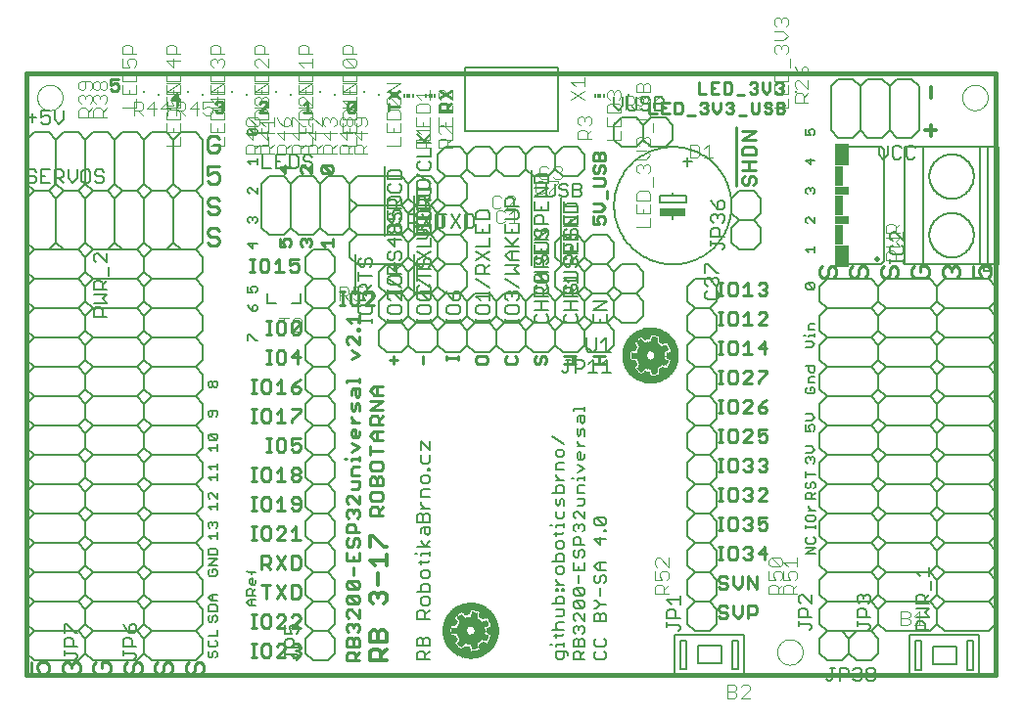
<source format=gto>
G75*
%MOMM*%
%OFA0B0*%
%FSLAX33Y33*%
%IPPOS*%
%LPD*%
%AMOC8*
5,1,8,0,0,1.08239X$1,22.5*
%
%ADD10C,0.406*%
%ADD11C,0.000*%
%ADD12C,0.279*%
%ADD13C,0.356*%
%ADD14C,0.229*%
%ADD15C,0.203*%
%ADD16R,0.010X0.213*%
%ADD17R,0.010X0.498*%
%ADD18R,0.010X0.660*%
%ADD19R,0.010X0.792*%
%ADD20R,0.010X0.904*%
%ADD21R,0.010X1.006*%
%ADD22R,0.010X1.097*%
%ADD23R,0.010X1.189*%
%ADD24R,0.010X1.260*%
%ADD25R,0.010X1.331*%
%ADD26R,0.010X1.402*%
%ADD27R,0.010X1.473*%
%ADD28R,0.010X1.534*%
%ADD29R,0.010X1.585*%
%ADD30R,0.010X1.646*%
%ADD31R,0.010X1.697*%
%ADD32R,0.010X1.758*%
%ADD33R,0.010X1.798*%
%ADD34R,0.010X1.859*%
%ADD35R,0.010X1.900*%
%ADD36R,0.010X1.951*%
%ADD37R,0.010X1.991*%
%ADD38R,0.010X2.042*%
%ADD39R,0.010X2.083*%
%ADD40R,0.010X2.123*%
%ADD41R,0.010X2.164*%
%ADD42R,0.010X2.205*%
%ADD43R,0.010X2.245*%
%ADD44R,0.010X2.286*%
%ADD45R,0.010X2.316*%
%ADD46R,0.010X2.357*%
%ADD47R,0.010X2.388*%
%ADD48R,0.010X2.428*%
%ADD49R,0.010X2.459*%
%ADD50R,0.010X2.489*%
%ADD51R,0.010X2.530*%
%ADD52R,0.010X2.560*%
%ADD53R,0.010X2.591*%
%ADD54R,0.010X2.621*%
%ADD55R,0.010X2.652*%
%ADD56R,0.010X2.682*%
%ADD57R,0.010X2.713*%
%ADD58R,0.010X2.743*%
%ADD59R,0.010X2.774*%
%ADD60R,0.010X2.804*%
%ADD61R,0.010X2.835*%
%ADD62R,0.010X2.855*%
%ADD63R,0.010X2.885*%
%ADD64R,0.010X2.916*%
%ADD65R,0.010X2.936*%
%ADD66R,0.010X2.967*%
%ADD67R,0.010X2.987*%
%ADD68R,0.010X3.018*%
%ADD69R,0.010X3.038*%
%ADD70R,0.010X3.068*%
%ADD71R,0.010X3.089*%
%ADD72R,0.010X3.119*%
%ADD73R,0.010X3.139*%
%ADD74R,0.010X3.160*%
%ADD75R,0.010X3.180*%
%ADD76R,0.010X3.211*%
%ADD77R,0.010X3.231*%
%ADD78R,0.010X3.251*%
%ADD79R,0.010X3.272*%
%ADD80R,0.010X2.042*%
%ADD81R,0.010X1.250*%
%ADD82R,0.010X1.219*%
%ADD83R,0.010X0.782*%
%ADD84R,0.010X1.209*%
%ADD85R,0.010X0.772*%
%ADD86R,0.010X1.168*%
%ADD87R,0.010X0.752*%
%ADD88R,0.010X1.158*%
%ADD89R,0.010X1.138*%
%ADD90R,0.010X0.742*%
%ADD91R,0.010X1.118*%
%ADD92R,0.010X0.732*%
%ADD93R,0.010X1.107*%
%ADD94R,0.010X0.721*%
%ADD95R,0.010X1.097*%
%ADD96R,0.010X1.087*%
%ADD97R,0.010X0.711*%
%ADD98R,0.010X1.067*%
%ADD99R,0.010X0.691*%
%ADD100R,0.010X1.057*%
%ADD101R,0.010X0.681*%
%ADD102R,0.010X1.046*%
%ADD103R,0.010X0.671*%
%ADD104R,0.010X1.036*%
%ADD105R,0.010X1.026*%
%ADD106R,0.010X0.650*%
%ADD107R,0.010X1.026*%
%ADD108R,0.010X1.006*%
%ADD109R,0.010X0.640*%
%ADD110R,0.010X1.016*%
%ADD111R,0.010X0.996*%
%ADD112R,0.010X0.630*%
%ADD113R,0.010X0.986*%
%ADD114R,0.010X0.610*%
%ADD115R,0.010X0.996*%
%ADD116R,0.010X0.975*%
%ADD117R,0.010X0.599*%
%ADD118R,0.010X0.965*%
%ADD119R,0.010X0.589*%
%ADD120R,0.010X0.955*%
%ADD121R,0.010X0.579*%
%ADD122R,0.010X0.569*%
%ADD123R,0.010X0.945*%
%ADD124R,0.010X0.945*%
%ADD125R,0.010X0.549*%
%ADD126R,0.010X0.935*%
%ADD127R,0.010X0.538*%
%ADD128R,0.010X0.914*%
%ADD129R,0.010X0.528*%
%ADD130R,0.010X0.925*%
%ADD131R,0.010X0.914*%
%ADD132R,0.010X0.041*%
%ADD133R,0.010X0.508*%
%ADD134R,0.010X0.030*%
%ADD135R,0.010X0.081*%
%ADD136R,0.010X0.071*%
%ADD137R,0.010X0.112*%
%ADD138R,0.010X0.488*%
%ADD139R,0.010X0.102*%
%ADD140R,0.010X0.894*%
%ADD141R,0.010X0.894*%
%ADD142R,0.010X0.142*%
%ADD143R,0.010X0.467*%
%ADD144R,0.010X0.884*%
%ADD145R,0.010X0.183*%
%ADD146R,0.010X0.457*%
%ADD147R,0.010X0.173*%
%ADD148R,0.010X0.874*%
%ADD149R,0.010X0.203*%
%ADD150R,0.010X0.447*%
%ADD151R,0.010X0.884*%
%ADD152R,0.010X0.874*%
%ADD153R,0.010X0.234*%
%ADD154R,0.010X0.437*%
%ADD155R,0.010X0.864*%
%ADD156R,0.010X0.274*%
%ADD157R,0.010X0.427*%
%ADD158R,0.010X0.264*%
%ADD159R,0.010X0.295*%
%ADD160R,0.010X0.406*%
%ADD161R,0.010X0.284*%
%ADD162R,0.010X0.853*%
%ADD163R,0.010X0.325*%
%ADD164R,0.010X0.396*%
%ADD165R,0.010X0.315*%
%ADD166R,0.010X0.843*%
%ADD167R,0.010X0.345*%
%ADD168R,0.010X0.843*%
%ADD169R,0.010X0.376*%
%ADD170R,0.010X0.366*%
%ADD171R,0.010X0.396*%
%ADD172R,0.010X0.417*%
%ADD173R,0.010X0.853*%
%ADD174R,0.010X0.447*%
%ADD175R,0.010X0.437*%
%ADD176R,0.010X0.864*%
%ADD177R,0.010X0.478*%
%ADD178R,0.010X0.518*%
%ADD179R,0.010X0.528*%
%ADD180R,0.010X0.904*%
%ADD181R,0.010X0.549*%
%ADD182R,0.010X0.538*%
%ADD183R,0.010X0.925*%
%ADD184R,0.010X0.559*%
%ADD185R,0.010X0.955*%
%ADD186R,0.010X0.559*%
%ADD187R,0.010X0.965*%
%ADD188R,0.010X0.569*%
%ADD189R,0.010X0.579*%
%ADD190R,0.010X1.016*%
%ADD191R,0.010X1.026*%
%ADD192R,0.010X0.589*%
%ADD193R,0.010X0.152*%
%ADD194R,0.010X1.057*%
%ADD195R,0.010X0.599*%
%ADD196R,0.010X0.589*%
%ADD197R,0.010X1.666*%
%ADD198R,0.010X1.077*%
%ADD199R,0.010X1.077*%
%ADD200R,0.010X1.646*%
%ADD201R,0.010X1.107*%
%ADD202R,0.010X1.626*%
%ADD203R,0.010X1.128*%
%ADD204R,0.010X1.615*%
%ADD205R,0.010X1.605*%
%ADD206R,0.010X1.148*%
%ADD207R,0.010X1.138*%
%ADD208R,0.010X1.605*%
%ADD209R,0.010X1.148*%
%ADD210R,0.010X1.595*%
%ADD211R,0.010X1.179*%
%ADD212R,0.010X1.179*%
%ADD213R,0.010X1.575*%
%ADD214R,0.010X1.189*%
%ADD215R,0.010X1.565*%
%ADD216R,0.010X1.565*%
%ADD217R,0.010X1.554*%
%ADD218R,0.010X1.544*%
%ADD219R,0.010X1.158*%
%ADD220R,0.010X1.534*%
%ADD221R,0.010X1.524*%
%ADD222R,0.010X1.148*%
%ADD223R,0.010X1.514*%
%ADD224R,0.010X1.128*%
%ADD225R,0.010X1.524*%
%ADD226R,0.010X1.118*%
%ADD227R,0.010X1.687*%
%ADD228R,0.010X1.097*%
%ADD229R,0.010X1.707*%
%ADD230R,0.010X1.727*%
%ADD231R,0.010X1.748*%
%ADD232R,0.010X1.097*%
%ADD233R,0.010X1.778*%
%ADD234R,0.010X1.819*%
%ADD235R,0.010X0.671*%
%ADD236R,0.010X0.366*%
%ADD237R,0.010X1.829*%
%ADD238R,0.010X0.366*%
%ADD239R,0.010X1.849*%
%ADD240R,0.010X0.264*%
%ADD241R,0.010X0.163*%
%ADD242R,0.010X1.869*%
%ADD243R,0.010X0.061*%
%ADD244R,0.010X1.880*%
%ADD245R,0.010X0.660*%
%ADD246R,0.010X1.910*%
%ADD247R,0.010X1.930*%
%ADD248R,0.010X1.941*%
%ADD249R,0.010X0.650*%
%ADD250R,0.010X1.961*%
%ADD251R,0.010X1.971*%
%ADD252R,0.010X1.991*%
%ADD253R,0.010X2.002*%
%ADD254R,0.010X2.012*%
%ADD255R,0.010X2.022*%
%ADD256R,0.010X2.052*%
%ADD257R,0.010X2.062*%
%ADD258R,0.010X2.073*%
%ADD259R,0.010X0.122*%
%ADD260R,0.010X0.640*%
%ADD261R,0.010X0.224*%
%ADD262R,0.010X2.093*%
%ADD263R,0.010X0.132*%
%ADD264R,0.010X2.113*%
%ADD265R,0.010X0.244*%
%ADD266R,0.010X0.335*%
%ADD267R,0.010X0.437*%
%ADD268R,0.010X3.048*%
%ADD269R,0.010X3.058*%
%ADD270R,0.010X0.640*%
%ADD271R,0.010X3.058*%
%ADD272R,0.010X3.078*%
%ADD273R,0.010X3.089*%
%ADD274R,0.010X0.640*%
%ADD275R,0.010X3.099*%
%ADD276R,0.010X3.099*%
%ADD277R,0.010X3.109*%
%ADD278R,0.010X3.129*%
%ADD279R,0.010X0.630*%
%ADD280R,0.010X3.129*%
%ADD281R,0.010X3.150*%
%ADD282R,0.010X3.150*%
%ADD283R,0.010X1.504*%
%ADD284R,0.010X1.463*%
%ADD285R,0.010X1.453*%
%ADD286R,0.010X1.443*%
%ADD287R,0.010X1.433*%
%ADD288R,0.010X1.422*%
%ADD289R,0.010X1.412*%
%ADD290R,0.010X1.402*%
%ADD291R,0.010X1.392*%
%ADD292R,0.010X1.382*%
%ADD293R,0.010X1.361*%
%ADD294R,0.010X1.372*%
%ADD295R,0.010X1.361*%
%ADD296R,0.010X1.351*%
%ADD297R,0.010X1.351*%
%ADD298R,0.010X1.341*%
%ADD299R,0.010X1.331*%
%ADD300R,0.010X1.331*%
%ADD301R,0.010X1.321*%
%ADD302R,0.010X1.311*%
%ADD303R,0.010X1.300*%
%ADD304R,0.010X1.300*%
%ADD305R,0.010X1.290*%
%ADD306R,0.010X0.620*%
%ADD307R,0.010X1.250*%
%ADD308R,0.010X1.280*%
%ADD309R,0.010X1.219*%
%ADD310R,0.010X1.240*%
%ADD311R,0.010X1.209*%
%ADD312R,0.010X1.168*%
%ADD313R,0.010X1.046*%
%ADD314R,0.010X0.986*%
%ADD315R,0.955X0.010*%
%ADD316R,0.010X0.833*%
%ADD317R,0.010X0.732*%
%ADD318R,0.010X0.843*%
%ADD319R,0.010X0.843*%
%ADD320R,0.010X0.742*%
%ADD321R,0.010X0.762*%
%ADD322R,0.843X0.010*%
%ADD323R,0.010X0.803*%
%ADD324R,0.010X0.823*%
%ADD325R,0.010X0.996*%
%ADD326R,0.010X0.874*%
%ADD327R,0.010X0.894*%
%ADD328R,0.010X0.945*%
%ADD329R,0.010X0.975*%
%ADD330R,0.010X2.276*%
%ADD331R,0.010X2.266*%
%ADD332R,0.010X2.256*%
%ADD333R,0.010X1.036*%
%ADD334R,0.010X2.235*%
%ADD335R,0.010X2.225*%
%ADD336R,0.010X2.215*%
%ADD337R,0.010X1.046*%
%ADD338R,0.010X2.195*%
%ADD339R,0.010X2.184*%
%ADD340R,0.010X1.026*%
%ADD341R,0.010X2.195*%
%ADD342R,0.010X2.266*%
%ADD343R,0.010X2.286*%
%ADD344R,0.010X2.306*%
%ADD345R,0.010X2.327*%
%ADD346R,0.010X2.347*%
%ADD347R,0.010X2.367*%
%ADD348R,0.010X2.388*%
%ADD349R,0.010X2.408*%
%ADD350R,0.010X2.449*%
%ADD351R,0.010X2.469*%
%ADD352R,0.010X0.833*%
%ADD353R,0.010X2.489*%
%ADD354R,0.010X0.823*%
%ADD355R,0.010X2.510*%
%ADD356R,0.010X0.813*%
%ADD357R,0.010X2.530*%
%ADD358R,0.010X2.550*%
%ADD359R,0.010X0.782*%
%ADD360R,0.010X2.570*%
%ADD361R,0.010X0.772*%
%ADD362R,0.010X2.591*%
%ADD363R,0.010X0.772*%
%ADD364R,0.010X2.611*%
%ADD365R,0.010X2.631*%
%ADD366R,0.010X2.672*%
%ADD367R,0.010X0.721*%
%ADD368R,0.010X0.701*%
%ADD369R,0.010X2.692*%
%ADD370R,0.010X0.711*%
%ADD371R,0.010X0.691*%
%ADD372R,0.010X2.733*%
%ADD373R,0.010X2.753*%
%ADD374R,0.010X2.774*%
%ADD375R,0.010X0.691*%
%ADD376R,0.010X2.794*%
%ADD377R,0.010X2.804*%
%ADD378R,0.010X0.701*%
%ADD379R,0.010X2.814*%
%ADD380R,0.010X2.794*%
%ADD381R,0.010X2.784*%
%ADD382R,0.010X2.764*%
%ADD383R,0.010X2.713*%
%ADD384R,0.010X2.703*%
%ADD385R,0.010X2.692*%
%ADD386R,0.010X1.453*%
%ADD387R,0.010X0.518*%
%ADD388R,0.010X1.422*%
%ADD389R,0.010X0.721*%
%ADD390R,0.010X0.721*%
%ADD391R,0.010X1.402*%
%ADD392R,0.010X1.372*%
%ADD393R,0.010X0.457*%
%ADD394R,0.010X0.406*%
%ADD395R,0.010X1.280*%
%ADD396R,0.010X0.427*%
%ADD397R,0.010X0.386*%
%ADD398R,0.010X0.356*%
%ADD399R,0.010X0.386*%
%ADD400R,0.010X0.742*%
%ADD401R,0.010X0.325*%
%ADD402R,0.010X0.315*%
%ADD403R,0.010X0.742*%
%ADD404R,0.010X0.284*%
%ADD405R,0.010X0.305*%
%ADD406R,0.010X0.752*%
%ADD407R,0.010X0.284*%
%ADD408R,0.010X0.234*%
%ADD409R,0.010X0.183*%
%ADD410R,0.010X0.213*%
%ADD411R,0.010X0.762*%
%ADD412R,0.010X0.152*%
%ADD413R,0.010X0.183*%
%ADD414R,0.010X0.772*%
%ADD415R,0.010X0.132*%
%ADD416R,0.010X0.081*%
%ADD417R,0.010X0.030*%
%ADD418R,0.010X0.051*%
%ADD419R,0.010X0.030*%
%ADD420R,0.010X0.010*%
%ADD421R,0.010X0.051*%
%ADD422R,0.010X0.792*%
%ADD423R,0.010X0.792*%
%ADD424R,0.010X0.112*%
%ADD425R,0.010X0.183*%
%ADD426R,0.010X0.538*%
%ADD427R,0.010X0.254*%
%ADD428R,0.010X0.813*%
%ADD429R,0.010X0.295*%
%ADD430R,0.010X0.498*%
%ADD431R,0.010X0.589*%
%ADD432R,0.010X0.620*%
%ADD433R,0.010X0.508*%
%ADD434R,0.010X0.610*%
%ADD435R,0.010X1.534*%
%ADD436R,0.010X1.514*%
%ADD437R,0.010X1.534*%
%ADD438R,0.010X1.494*%
%ADD439R,0.010X1.504*%
%ADD440R,0.010X1.494*%
%ADD441R,0.010X0.488*%
%ADD442R,0.010X1.483*%
%ADD443R,0.010X1.483*%
%ADD444R,0.010X0.467*%
%ADD445R,0.010X1.463*%
%ADD446R,0.010X1.443*%
%ADD447R,0.010X1.453*%
%ADD448R,0.010X1.433*%
%ADD449R,0.010X1.433*%
%ADD450R,0.010X1.382*%
%ADD451R,0.010X1.392*%
%ADD452R,0.010X1.341*%
%ADD453R,0.010X1.351*%
%ADD454R,0.010X1.300*%
%ADD455R,0.010X1.300*%
%ADD456R,0.010X1.554*%
%ADD457R,0.010X1.544*%
%ADD458R,0.010X3.282*%
%ADD459R,0.010X3.261*%
%ADD460R,0.010X3.211*%
%ADD461R,0.010X3.190*%
%ADD462R,0.010X3.068*%
%ADD463R,0.010X2.997*%
%ADD464R,0.010X2.967*%
%ADD465R,0.010X2.936*%
%ADD466R,0.010X2.865*%
%ADD467R,0.010X2.835*%
%ADD468R,0.010X2.804*%
%ADD469R,0.010X2.662*%
%ADD470R,0.010X2.570*%
%ADD471R,0.010X2.499*%
%ADD472R,0.010X2.469*%
%ADD473R,0.010X2.398*%
%ADD474R,0.010X2.357*%
%ADD475R,0.010X2.327*%
%ADD476R,0.010X2.164*%
%ADD477R,0.010X2.123*%
%ADD478R,0.010X1.656*%
%ADD479R,0.010X1.270*%
%ADD480R,0.010X1.199*%
%ADD481C,0.102*%
%ADD482C,0.152*%
%ADD483C,0.127*%
%ADD484R,0.150X0.300*%
%ADD485R,0.300X0.300*%
%ADD486R,0.250X0.250*%
%ADD487C,0.178*%
%ADD488C,0.508*%
%ADD489R,1.270X1.905*%
%ADD490R,0.762X1.778*%
%ADD491R,1.270X0.762*%
%ADD492R,2.286X0.635*%
D10*
X10601Y44154D02*
X10601Y96214D01*
X94421Y96224D01*
X94421Y44154D01*
X10601Y44154D01*
D11*
X11501Y94154D02*
X11503Y94220D01*
X11509Y94285D01*
X11519Y94350D01*
X11532Y94415D01*
X11550Y94478D01*
X11571Y94541D01*
X11596Y94601D01*
X11625Y94661D01*
X11657Y94718D01*
X11692Y94774D01*
X11731Y94827D01*
X11773Y94878D01*
X11817Y94926D01*
X11865Y94971D01*
X11915Y95014D01*
X11968Y95053D01*
X12023Y95090D01*
X12080Y95123D01*
X12139Y95152D01*
X12199Y95178D01*
X12261Y95200D01*
X12324Y95219D01*
X12388Y95233D01*
X12453Y95244D01*
X12519Y95251D01*
X12585Y95254D01*
X12650Y95253D01*
X12716Y95248D01*
X12781Y95239D01*
X12846Y95226D01*
X12909Y95210D01*
X12972Y95190D01*
X13033Y95165D01*
X13093Y95138D01*
X13151Y95107D01*
X13207Y95072D01*
X13261Y95034D01*
X13312Y94993D01*
X13361Y94949D01*
X13407Y94902D01*
X13451Y94853D01*
X13491Y94801D01*
X13528Y94746D01*
X13562Y94690D01*
X13592Y94631D01*
X13619Y94571D01*
X13642Y94510D01*
X13661Y94447D01*
X13677Y94383D01*
X13689Y94318D01*
X13697Y94253D01*
X13701Y94187D01*
X13701Y94121D01*
X13697Y94055D01*
X13689Y93990D01*
X13677Y93925D01*
X13661Y93861D01*
X13642Y93798D01*
X13619Y93737D01*
X13592Y93677D01*
X13562Y93618D01*
X13528Y93562D01*
X13491Y93507D01*
X13451Y93455D01*
X13407Y93406D01*
X13361Y93359D01*
X13312Y93315D01*
X13261Y93274D01*
X13207Y93236D01*
X13151Y93201D01*
X13093Y93170D01*
X13033Y93143D01*
X12972Y93118D01*
X12909Y93098D01*
X12846Y93082D01*
X12781Y93069D01*
X12716Y93060D01*
X12650Y93055D01*
X12585Y93054D01*
X12519Y93057D01*
X12453Y93064D01*
X12388Y93075D01*
X12324Y93089D01*
X12261Y93108D01*
X12199Y93130D01*
X12139Y93156D01*
X12080Y93185D01*
X12023Y93218D01*
X11968Y93255D01*
X11915Y93294D01*
X11865Y93337D01*
X11817Y93382D01*
X11773Y93430D01*
X11731Y93481D01*
X11692Y93534D01*
X11657Y93590D01*
X11625Y93647D01*
X11596Y93707D01*
X11571Y93767D01*
X11550Y93830D01*
X11532Y93893D01*
X11519Y93958D01*
X11509Y94023D01*
X11503Y94088D01*
X11501Y94154D01*
X75501Y46154D02*
X75503Y46220D01*
X75509Y46285D01*
X75519Y46350D01*
X75532Y46415D01*
X75550Y46478D01*
X75571Y46541D01*
X75596Y46601D01*
X75625Y46661D01*
X75657Y46718D01*
X75692Y46774D01*
X75731Y46827D01*
X75773Y46878D01*
X75817Y46926D01*
X75865Y46971D01*
X75915Y47014D01*
X75968Y47053D01*
X76023Y47090D01*
X76080Y47123D01*
X76139Y47152D01*
X76199Y47178D01*
X76261Y47200D01*
X76324Y47219D01*
X76388Y47233D01*
X76453Y47244D01*
X76519Y47251D01*
X76585Y47254D01*
X76650Y47253D01*
X76716Y47248D01*
X76781Y47239D01*
X76846Y47226D01*
X76909Y47210D01*
X76972Y47190D01*
X77033Y47165D01*
X77093Y47138D01*
X77151Y47107D01*
X77207Y47072D01*
X77261Y47034D01*
X77312Y46993D01*
X77361Y46949D01*
X77407Y46902D01*
X77451Y46853D01*
X77491Y46801D01*
X77528Y46746D01*
X77562Y46690D01*
X77592Y46631D01*
X77619Y46571D01*
X77642Y46510D01*
X77661Y46447D01*
X77677Y46383D01*
X77689Y46318D01*
X77697Y46253D01*
X77701Y46187D01*
X77701Y46121D01*
X77697Y46055D01*
X77689Y45990D01*
X77677Y45925D01*
X77661Y45861D01*
X77642Y45798D01*
X77619Y45737D01*
X77592Y45677D01*
X77562Y45618D01*
X77528Y45562D01*
X77491Y45507D01*
X77451Y45455D01*
X77407Y45406D01*
X77361Y45359D01*
X77312Y45315D01*
X77261Y45274D01*
X77207Y45236D01*
X77151Y45201D01*
X77093Y45170D01*
X77033Y45143D01*
X76972Y45118D01*
X76909Y45098D01*
X76846Y45082D01*
X76781Y45069D01*
X76716Y45060D01*
X76650Y45055D01*
X76585Y45054D01*
X76519Y45057D01*
X76453Y45064D01*
X76388Y45075D01*
X76324Y45089D01*
X76261Y45108D01*
X76199Y45130D01*
X76139Y45156D01*
X76080Y45185D01*
X76023Y45218D01*
X75968Y45255D01*
X75915Y45294D01*
X75865Y45337D01*
X75817Y45382D01*
X75773Y45430D01*
X75731Y45481D01*
X75692Y45534D01*
X75657Y45590D01*
X75625Y45647D01*
X75596Y45707D01*
X75571Y45767D01*
X75550Y45830D01*
X75532Y45893D01*
X75519Y45958D01*
X75509Y46023D01*
X75503Y46088D01*
X75501Y46154D01*
X91501Y94154D02*
X91503Y94220D01*
X91509Y94285D01*
X91519Y94350D01*
X91532Y94415D01*
X91550Y94478D01*
X91571Y94541D01*
X91596Y94601D01*
X91625Y94661D01*
X91657Y94718D01*
X91692Y94774D01*
X91731Y94827D01*
X91773Y94878D01*
X91817Y94926D01*
X91865Y94971D01*
X91915Y95014D01*
X91968Y95053D01*
X92023Y95090D01*
X92080Y95123D01*
X92139Y95152D01*
X92199Y95178D01*
X92261Y95200D01*
X92324Y95219D01*
X92388Y95233D01*
X92453Y95244D01*
X92519Y95251D01*
X92585Y95254D01*
X92650Y95253D01*
X92716Y95248D01*
X92781Y95239D01*
X92846Y95226D01*
X92909Y95210D01*
X92972Y95190D01*
X93033Y95165D01*
X93093Y95138D01*
X93151Y95107D01*
X93207Y95072D01*
X93261Y95034D01*
X93312Y94993D01*
X93361Y94949D01*
X93407Y94902D01*
X93451Y94853D01*
X93491Y94801D01*
X93528Y94746D01*
X93562Y94690D01*
X93592Y94631D01*
X93619Y94571D01*
X93642Y94510D01*
X93661Y94447D01*
X93677Y94383D01*
X93689Y94318D01*
X93697Y94253D01*
X93701Y94187D01*
X93701Y94121D01*
X93697Y94055D01*
X93689Y93990D01*
X93677Y93925D01*
X93661Y93861D01*
X93642Y93798D01*
X93619Y93737D01*
X93592Y93677D01*
X93562Y93618D01*
X93528Y93562D01*
X93491Y93507D01*
X93451Y93455D01*
X93407Y93406D01*
X93361Y93359D01*
X93312Y93315D01*
X93261Y93274D01*
X93207Y93236D01*
X93151Y93201D01*
X93093Y93170D01*
X93033Y93143D01*
X92972Y93118D01*
X92909Y93098D01*
X92846Y93082D01*
X92781Y93069D01*
X92716Y93060D01*
X92650Y93055D01*
X92585Y93054D01*
X92519Y93057D01*
X92453Y93064D01*
X92388Y93075D01*
X92324Y93089D01*
X92261Y93108D01*
X92199Y93130D01*
X92139Y93156D01*
X92080Y93185D01*
X92023Y93218D01*
X91968Y93255D01*
X91915Y93294D01*
X91865Y93337D01*
X91817Y93382D01*
X91773Y93430D01*
X91731Y93481D01*
X91692Y93534D01*
X91657Y93590D01*
X91625Y93647D01*
X91596Y93707D01*
X91571Y93767D01*
X91550Y93830D01*
X91532Y93893D01*
X91519Y93958D01*
X91509Y94023D01*
X91503Y94088D01*
X91501Y94154D01*
D12*
X91047Y79583D02*
X91297Y79333D01*
X91297Y78833D01*
X91047Y78583D01*
X90547Y79083D02*
X90547Y79333D01*
X90797Y79583D01*
X91047Y79583D01*
X90547Y79333D02*
X90297Y79583D01*
X90047Y79583D01*
X89797Y79333D01*
X89797Y78833D01*
X90047Y78583D01*
X88630Y78833D02*
X88630Y79333D01*
X88380Y79583D01*
X87880Y79583D01*
X87880Y79083D01*
X87380Y78583D02*
X87130Y78833D01*
X87130Y79333D01*
X87380Y79583D01*
X87380Y78583D02*
X88380Y78583D01*
X88630Y78833D01*
X85963Y78833D02*
X85713Y78583D01*
X85963Y78833D02*
X85963Y79333D01*
X85713Y79583D01*
X85463Y79583D01*
X85213Y79333D01*
X85213Y78833D01*
X84963Y78583D01*
X84713Y78583D01*
X84463Y78833D01*
X84463Y79333D01*
X84713Y79583D01*
X83296Y79333D02*
X83296Y78833D01*
X83046Y78583D01*
X82546Y78833D02*
X82546Y79333D01*
X82796Y79583D01*
X83046Y79583D01*
X83296Y79333D01*
X82546Y78833D02*
X82296Y78583D01*
X82046Y78583D01*
X81796Y78833D01*
X81796Y79333D01*
X82046Y79583D01*
X80629Y79333D02*
X80629Y78833D01*
X80379Y78583D01*
X79879Y78833D02*
X79629Y78583D01*
X79379Y78583D01*
X79129Y78833D01*
X79129Y79333D01*
X79379Y79583D01*
X79879Y79333D02*
X80129Y79583D01*
X80379Y79583D01*
X80629Y79333D01*
X79879Y79333D02*
X79879Y78833D01*
X74616Y77930D02*
X74616Y77744D01*
X74430Y77557D01*
X74616Y77370D01*
X74616Y77183D01*
X74430Y76996D01*
X74056Y76996D01*
X73869Y77183D01*
X74243Y77557D02*
X74430Y77557D01*
X74616Y77930D02*
X74430Y78117D01*
X74056Y78117D01*
X73869Y77930D01*
X72954Y78117D02*
X72954Y76996D01*
X73327Y76996D02*
X72580Y76996D01*
X72038Y77183D02*
X72038Y77930D01*
X71851Y78117D01*
X71478Y78117D01*
X71291Y77930D01*
X71291Y77183D01*
X71478Y76996D01*
X71851Y76996D01*
X72038Y77183D01*
X72580Y77744D02*
X72954Y78117D01*
X70805Y78117D02*
X70431Y78117D01*
X70618Y78117D02*
X70618Y76996D01*
X70431Y76996D02*
X70805Y76996D01*
X70805Y75577D02*
X70431Y75577D01*
X70618Y75577D02*
X70618Y74456D01*
X70431Y74456D02*
X70805Y74456D01*
X71291Y74643D02*
X71478Y74456D01*
X71851Y74456D01*
X72038Y74643D01*
X72038Y75390D01*
X71851Y75577D01*
X71478Y75577D01*
X71291Y75390D01*
X71291Y74643D01*
X72580Y74456D02*
X73327Y74456D01*
X72954Y74456D02*
X72954Y75577D01*
X72580Y75204D01*
X73869Y75390D02*
X74056Y75577D01*
X74430Y75577D01*
X74616Y75390D01*
X74616Y75204D01*
X73869Y74456D01*
X74616Y74456D01*
X74430Y73037D02*
X73869Y72477D01*
X74616Y72477D01*
X74430Y73037D02*
X74430Y71916D01*
X73327Y71916D02*
X72580Y71916D01*
X72954Y71916D02*
X72954Y73037D01*
X72580Y72664D01*
X72038Y72850D02*
X72038Y72103D01*
X71851Y71916D01*
X71478Y71916D01*
X71291Y72103D01*
X71291Y72850D01*
X71478Y73037D01*
X71851Y73037D01*
X72038Y72850D01*
X70805Y73037D02*
X70431Y73037D01*
X70618Y73037D02*
X70618Y71916D01*
X70431Y71916D02*
X70805Y71916D01*
X70805Y70497D02*
X70431Y70497D01*
X70618Y70497D02*
X70618Y69376D01*
X70431Y69376D02*
X70805Y69376D01*
X71291Y69563D02*
X71478Y69376D01*
X71851Y69376D01*
X72038Y69563D01*
X72038Y70310D01*
X71851Y70497D01*
X71478Y70497D01*
X71291Y70310D01*
X71291Y69563D01*
X72580Y69376D02*
X73327Y70124D01*
X73327Y70310D01*
X73140Y70497D01*
X72767Y70497D01*
X72580Y70310D01*
X72580Y69376D02*
X73327Y69376D01*
X73869Y69376D02*
X73869Y69563D01*
X74616Y70310D01*
X74616Y70497D01*
X73869Y70497D01*
X73140Y67957D02*
X72767Y67957D01*
X72580Y67770D01*
X72038Y67770D02*
X72038Y67023D01*
X71851Y66836D01*
X71478Y66836D01*
X71291Y67023D01*
X71291Y67770D01*
X71478Y67957D01*
X71851Y67957D01*
X72038Y67770D01*
X72580Y66836D02*
X73327Y67584D01*
X73327Y67770D01*
X73140Y67957D01*
X73869Y67397D02*
X73869Y67023D01*
X74056Y66836D01*
X74430Y66836D01*
X74616Y67023D01*
X74616Y67210D01*
X74430Y67397D01*
X73869Y67397D01*
X74243Y67770D01*
X74616Y67957D01*
X73327Y66836D02*
X72580Y66836D01*
X72767Y65417D02*
X72580Y65230D01*
X72767Y65417D02*
X73140Y65417D01*
X73327Y65230D01*
X73327Y65044D01*
X72580Y64296D01*
X73327Y64296D01*
X73869Y64483D02*
X74056Y64296D01*
X74430Y64296D01*
X74616Y64483D01*
X74616Y64857D01*
X74430Y65044D01*
X74243Y65044D01*
X73869Y64857D01*
X73869Y65417D01*
X74616Y65417D01*
X74430Y62877D02*
X74056Y62877D01*
X73869Y62690D01*
X74243Y62317D02*
X74430Y62317D01*
X74616Y62130D01*
X74616Y61943D01*
X74430Y61756D01*
X74056Y61756D01*
X73869Y61943D01*
X73327Y61943D02*
X73140Y61756D01*
X72767Y61756D01*
X72580Y61943D01*
X72954Y62317D02*
X73140Y62317D01*
X73327Y62130D01*
X73327Y61943D01*
X73140Y62317D02*
X73327Y62504D01*
X73327Y62690D01*
X73140Y62877D01*
X72767Y62877D01*
X72580Y62690D01*
X72038Y62690D02*
X72038Y61943D01*
X71851Y61756D01*
X71478Y61756D01*
X71291Y61943D01*
X71291Y62690D01*
X71478Y62877D01*
X71851Y62877D01*
X72038Y62690D01*
X70805Y62877D02*
X70431Y62877D01*
X70618Y62877D02*
X70618Y61756D01*
X70431Y61756D02*
X70805Y61756D01*
X70805Y60337D02*
X70431Y60337D01*
X70618Y60337D02*
X70618Y59216D01*
X70431Y59216D02*
X70805Y59216D01*
X71291Y59403D02*
X71478Y59216D01*
X71851Y59216D01*
X72038Y59403D01*
X72038Y60150D01*
X71851Y60337D01*
X71478Y60337D01*
X71291Y60150D01*
X71291Y59403D01*
X72580Y59403D02*
X72767Y59216D01*
X73140Y59216D01*
X73327Y59403D01*
X73327Y59590D01*
X73140Y59777D01*
X72954Y59777D01*
X73140Y59777D02*
X73327Y59964D01*
X73327Y60150D01*
X73140Y60337D01*
X72767Y60337D01*
X72580Y60150D01*
X73869Y60150D02*
X74056Y60337D01*
X74430Y60337D01*
X74616Y60150D01*
X74616Y59964D01*
X73869Y59216D01*
X74616Y59216D01*
X74616Y57797D02*
X73869Y57797D01*
X73869Y57237D01*
X74243Y57424D01*
X74430Y57424D01*
X74616Y57237D01*
X74616Y56863D01*
X74430Y56676D01*
X74056Y56676D01*
X73869Y56863D01*
X73327Y56863D02*
X73140Y56676D01*
X72767Y56676D01*
X72580Y56863D01*
X72954Y57237D02*
X73140Y57237D01*
X73327Y57050D01*
X73327Y56863D01*
X73140Y57237D02*
X73327Y57424D01*
X73327Y57610D01*
X73140Y57797D01*
X72767Y57797D01*
X72580Y57610D01*
X72038Y57610D02*
X72038Y56863D01*
X71851Y56676D01*
X71478Y56676D01*
X71291Y56863D01*
X71291Y57610D01*
X71478Y57797D01*
X71851Y57797D01*
X72038Y57610D01*
X70805Y57797D02*
X70431Y57797D01*
X70618Y57797D02*
X70618Y56676D01*
X70431Y56676D02*
X70805Y56676D01*
X70805Y55257D02*
X70431Y55257D01*
X70618Y55257D02*
X70618Y54136D01*
X70431Y54136D02*
X70805Y54136D01*
X71291Y54323D02*
X71478Y54136D01*
X71851Y54136D01*
X72038Y54323D01*
X72038Y55070D01*
X71851Y55257D01*
X71478Y55257D01*
X71291Y55070D01*
X71291Y54323D01*
X72580Y54323D02*
X72767Y54136D01*
X73140Y54136D01*
X73327Y54323D01*
X73327Y54510D01*
X73140Y54697D01*
X72954Y54697D01*
X73140Y54697D02*
X73327Y54884D01*
X73327Y55070D01*
X73140Y55257D01*
X72767Y55257D01*
X72580Y55070D01*
X73869Y54697D02*
X74616Y54697D01*
X74430Y55257D02*
X74430Y54136D01*
X73869Y54697D02*
X74430Y55257D01*
X73757Y52717D02*
X73757Y51596D01*
X73009Y52717D01*
X73009Y51596D01*
X72468Y51970D02*
X72468Y52717D01*
X72468Y51970D02*
X72094Y51596D01*
X71720Y51970D01*
X71720Y52717D01*
X71179Y52530D02*
X70992Y52717D01*
X70618Y52717D01*
X70431Y52530D01*
X70431Y52344D01*
X70618Y52157D01*
X70992Y52157D01*
X71179Y51970D01*
X71179Y51783D01*
X70992Y51596D01*
X70618Y51596D01*
X70431Y51783D01*
X70618Y50177D02*
X70431Y49990D01*
X70431Y49804D01*
X70618Y49617D01*
X70992Y49617D01*
X71179Y49430D01*
X71179Y49243D01*
X70992Y49056D01*
X70618Y49056D01*
X70431Y49243D01*
X70618Y50177D02*
X70992Y50177D01*
X71179Y49990D01*
X71720Y50177D02*
X71720Y49430D01*
X72094Y49056D01*
X72468Y49430D01*
X72468Y50177D01*
X73009Y50177D02*
X73570Y50177D01*
X73757Y49990D01*
X73757Y49617D01*
X73570Y49430D01*
X73009Y49430D01*
X73009Y49056D02*
X73009Y50177D01*
X74430Y62317D02*
X74616Y62504D01*
X74616Y62690D01*
X74430Y62877D01*
X72038Y64483D02*
X71851Y64296D01*
X71478Y64296D01*
X71291Y64483D01*
X71291Y65230D01*
X71478Y65417D01*
X71851Y65417D01*
X72038Y65230D01*
X72038Y64483D01*
X70805Y64296D02*
X70431Y64296D01*
X70618Y64296D02*
X70618Y65417D01*
X70431Y65417D02*
X70805Y65417D01*
X70805Y66836D02*
X70431Y66836D01*
X70618Y66836D02*
X70618Y67957D01*
X70431Y67957D02*
X70805Y67957D01*
X71936Y86464D02*
X71936Y91620D01*
X72494Y91218D02*
X73616Y91218D01*
X72494Y90471D01*
X73616Y90471D01*
X73429Y89929D02*
X72681Y89929D01*
X72494Y89742D01*
X72494Y89181D01*
X73616Y89181D01*
X73616Y89742D01*
X73429Y89929D01*
X73616Y88640D02*
X72494Y88640D01*
X73055Y88640D02*
X73055Y87892D01*
X73616Y87892D02*
X72494Y87892D01*
X72681Y87351D02*
X72494Y87164D01*
X72494Y86790D01*
X72681Y86603D01*
X72868Y86603D01*
X73055Y86790D01*
X73055Y87164D01*
X73242Y87351D01*
X73429Y87351D01*
X73616Y87164D01*
X73616Y86790D01*
X73429Y86603D01*
X92464Y79583D02*
X92464Y78583D01*
X93214Y78583D01*
X92964Y79083D01*
X92964Y79333D01*
X93214Y79583D01*
X93714Y79583D01*
X93964Y79333D01*
X93964Y78833D01*
X93714Y78583D01*
X41418Y69186D02*
X40655Y69186D01*
X40274Y68805D01*
X40655Y68424D01*
X41418Y68424D01*
X41418Y67877D02*
X40274Y67877D01*
X40274Y67114D02*
X41418Y67877D01*
X41418Y67114D02*
X40274Y67114D01*
X40465Y66567D02*
X40846Y66567D01*
X41037Y66376D01*
X41037Y65804D01*
X41418Y65804D02*
X40274Y65804D01*
X40274Y66376D01*
X40465Y66567D01*
X41037Y66186D02*
X41418Y66567D01*
X41418Y65257D02*
X40655Y65257D01*
X40274Y64876D01*
X40655Y64494D01*
X41418Y64494D01*
X40846Y64494D02*
X40846Y65257D01*
X40274Y63947D02*
X40274Y63185D01*
X40274Y63566D02*
X41418Y63566D01*
X41227Y62638D02*
X40465Y62638D01*
X40274Y62447D01*
X40274Y62066D01*
X40465Y61875D01*
X41227Y61875D01*
X41418Y62066D01*
X41418Y62447D01*
X41227Y62638D01*
X41227Y61328D02*
X41418Y61137D01*
X41418Y60565D01*
X40274Y60565D01*
X40274Y61137D01*
X40465Y61328D01*
X40655Y61328D01*
X40846Y61137D01*
X40846Y60565D01*
X40846Y61137D02*
X41037Y61328D01*
X41227Y61328D01*
X41227Y60018D02*
X40465Y60018D01*
X40274Y59828D01*
X40274Y59446D01*
X40465Y59256D01*
X41227Y59256D01*
X41418Y59446D01*
X41418Y59828D01*
X41227Y60018D01*
X41418Y58709D02*
X41037Y58327D01*
X41037Y58518D02*
X41037Y57946D01*
X41418Y57946D02*
X40274Y57946D01*
X40274Y58518D01*
X40465Y58709D01*
X40846Y58709D01*
X41037Y58518D01*
X39354Y58284D02*
X39354Y57930D01*
X39177Y57753D01*
X38824Y58107D02*
X38824Y58284D01*
X39000Y58461D01*
X39177Y58461D01*
X39354Y58284D01*
X38824Y58284D02*
X38647Y58461D01*
X38470Y58461D01*
X38293Y58284D01*
X38293Y57930D01*
X38470Y57753D01*
X38470Y57227D02*
X38824Y57227D01*
X39000Y57050D01*
X39000Y56519D01*
X39354Y56519D02*
X38293Y56519D01*
X38293Y57050D01*
X38470Y57227D01*
X38470Y58987D02*
X38293Y59164D01*
X38293Y59518D01*
X38470Y59695D01*
X38647Y59695D01*
X39354Y58987D01*
X39354Y59695D01*
X39177Y60221D02*
X39354Y60398D01*
X39354Y60929D01*
X38647Y60929D01*
X38647Y61455D02*
X38647Y61985D01*
X38824Y62162D01*
X39354Y62162D01*
X39354Y62689D02*
X39354Y63042D01*
X39354Y62865D02*
X38647Y62865D01*
X38647Y62689D01*
X38293Y62865D02*
X38116Y62865D01*
X38647Y63511D02*
X39354Y63865D01*
X38647Y64219D01*
X38824Y64745D02*
X38647Y64922D01*
X38647Y65276D01*
X38824Y65453D01*
X39000Y65453D01*
X39000Y64745D01*
X38824Y64745D02*
X39177Y64745D01*
X39354Y64922D01*
X39354Y65276D01*
X39354Y65979D02*
X38647Y65979D01*
X39000Y65979D02*
X38647Y66333D01*
X38647Y66510D01*
X38824Y67007D02*
X38647Y67184D01*
X38647Y67715D01*
X39000Y67538D02*
X39000Y67184D01*
X38824Y67007D01*
X39354Y67007D02*
X39354Y67538D01*
X39177Y67715D01*
X39000Y67538D01*
X39177Y68241D02*
X39000Y68418D01*
X39000Y68949D01*
X38824Y68949D02*
X39354Y68949D01*
X39354Y68418D01*
X39177Y68241D01*
X38647Y68418D02*
X38647Y68772D01*
X38824Y68949D01*
X39354Y69475D02*
X39354Y69829D01*
X39354Y69652D02*
X38293Y69652D01*
X38293Y69475D01*
X38647Y71531D02*
X39354Y71885D01*
X38647Y72239D01*
X38470Y72765D02*
X38293Y72942D01*
X38293Y73296D01*
X38470Y73473D01*
X38647Y73473D01*
X39354Y72765D01*
X39354Y73473D01*
X39354Y73999D02*
X39354Y74176D01*
X39177Y74176D01*
X39177Y73999D01*
X39354Y73999D01*
X39354Y74616D02*
X39354Y75323D01*
X39354Y74970D02*
X38293Y74970D01*
X38647Y74616D01*
X38755Y76211D02*
X38568Y76398D01*
X38568Y77145D01*
X38755Y77332D01*
X39129Y77332D01*
X39316Y77145D01*
X39316Y76398D01*
X39129Y76211D01*
X38755Y76211D01*
X38082Y76211D02*
X37709Y76211D01*
X37896Y76211D02*
X37896Y77332D01*
X38082Y77332D02*
X37709Y77332D01*
X39857Y77145D02*
X40044Y77332D01*
X40418Y77332D01*
X40605Y77145D01*
X40605Y76959D01*
X39857Y76211D01*
X40605Y76211D01*
X34255Y74605D02*
X33507Y73858D01*
X33694Y73671D01*
X34068Y73671D01*
X34255Y73858D01*
X34255Y74605D01*
X34068Y74792D01*
X33694Y74792D01*
X33507Y74605D01*
X33507Y73858D01*
X32966Y73858D02*
X32966Y74605D01*
X32779Y74792D01*
X32405Y74792D01*
X32218Y74605D01*
X32218Y73858D01*
X32405Y73671D01*
X32779Y73671D01*
X32966Y73858D01*
X31732Y73671D02*
X31359Y73671D01*
X31546Y73671D02*
X31546Y74792D01*
X31732Y74792D02*
X31359Y74792D01*
X31359Y72252D02*
X31732Y72252D01*
X31546Y72252D02*
X31546Y71131D01*
X31732Y71131D02*
X31359Y71131D01*
X32218Y71318D02*
X32405Y71131D01*
X32779Y71131D01*
X32966Y71318D01*
X32966Y72065D01*
X32779Y72252D01*
X32405Y72252D01*
X32218Y72065D01*
X32218Y71318D01*
X32592Y69712D02*
X32592Y68591D01*
X32218Y68591D02*
X32966Y68591D01*
X33507Y68778D02*
X33694Y68591D01*
X34068Y68591D01*
X34255Y68778D01*
X34255Y68965D01*
X34068Y69152D01*
X33507Y69152D01*
X33507Y68778D01*
X33507Y69152D02*
X33881Y69525D01*
X34255Y69712D01*
X34068Y71131D02*
X34068Y72252D01*
X33507Y71692D01*
X34255Y71692D01*
X32592Y69712D02*
X32218Y69339D01*
X31677Y69525D02*
X31677Y68778D01*
X31490Y68591D01*
X31116Y68591D01*
X30929Y68778D01*
X30929Y69525D01*
X31116Y69712D01*
X31490Y69712D01*
X31677Y69525D01*
X30443Y69712D02*
X30069Y69712D01*
X30256Y69712D02*
X30256Y68591D01*
X30069Y68591D02*
X30443Y68591D01*
X30443Y67172D02*
X30069Y67172D01*
X30256Y67172D02*
X30256Y66051D01*
X30069Y66051D02*
X30443Y66051D01*
X30929Y66238D02*
X31116Y66051D01*
X31490Y66051D01*
X31677Y66238D01*
X31677Y66985D01*
X31490Y67172D01*
X31116Y67172D01*
X30929Y66985D01*
X30929Y66238D01*
X32218Y66051D02*
X32966Y66051D01*
X32592Y66051D02*
X32592Y67172D01*
X32218Y66799D01*
X33507Y67172D02*
X34255Y67172D01*
X34255Y66985D01*
X33507Y66238D01*
X33507Y66051D01*
X33507Y64632D02*
X33507Y64072D01*
X33881Y64259D01*
X34068Y64259D01*
X34255Y64072D01*
X34255Y63698D01*
X34068Y63511D01*
X33694Y63511D01*
X33507Y63698D01*
X32966Y63698D02*
X32966Y64445D01*
X32779Y64632D01*
X32405Y64632D01*
X32218Y64445D01*
X32218Y63698D01*
X32405Y63511D01*
X32779Y63511D01*
X32966Y63698D01*
X33507Y64632D02*
X34255Y64632D01*
X31732Y64632D02*
X31359Y64632D01*
X31546Y64632D02*
X31546Y63511D01*
X31732Y63511D02*
X31359Y63511D01*
X31490Y62092D02*
X31116Y62092D01*
X30929Y61905D01*
X30929Y61158D01*
X31116Y60971D01*
X31490Y60971D01*
X31677Y61158D01*
X31677Y61905D01*
X31490Y62092D01*
X32218Y61719D02*
X32592Y62092D01*
X32592Y60971D01*
X32218Y60971D02*
X32966Y60971D01*
X33507Y61158D02*
X33507Y61345D01*
X33694Y61532D01*
X34068Y61532D01*
X34255Y61345D01*
X34255Y61158D01*
X34068Y60971D01*
X33694Y60971D01*
X33507Y61158D01*
X33694Y61532D02*
X33507Y61719D01*
X33507Y61905D01*
X33694Y62092D01*
X34068Y62092D01*
X34255Y61905D01*
X34255Y61719D01*
X34068Y61532D01*
X34068Y59552D02*
X33694Y59552D01*
X33507Y59365D01*
X33507Y59179D01*
X33694Y58992D01*
X34255Y58992D01*
X34255Y59365D02*
X34255Y58618D01*
X34068Y58431D01*
X33694Y58431D01*
X33507Y58618D01*
X32966Y58431D02*
X32218Y58431D01*
X32592Y58431D02*
X32592Y59552D01*
X32218Y59179D01*
X31677Y59365D02*
X31677Y58618D01*
X31490Y58431D01*
X31116Y58431D01*
X30929Y58618D01*
X30929Y59365D01*
X31116Y59552D01*
X31490Y59552D01*
X31677Y59365D01*
X30443Y59552D02*
X30069Y59552D01*
X30256Y59552D02*
X30256Y58431D01*
X30069Y58431D02*
X30443Y58431D01*
X30443Y57012D02*
X30069Y57012D01*
X30256Y57012D02*
X30256Y55891D01*
X30069Y55891D02*
X30443Y55891D01*
X30929Y56078D02*
X31116Y55891D01*
X31490Y55891D01*
X31677Y56078D01*
X31677Y56825D01*
X31490Y57012D01*
X31116Y57012D01*
X30929Y56825D01*
X30929Y56078D01*
X32218Y55891D02*
X32966Y56639D01*
X32966Y56825D01*
X32779Y57012D01*
X32405Y57012D01*
X32218Y56825D01*
X32218Y55891D02*
X32966Y55891D01*
X33507Y55891D02*
X34255Y55891D01*
X33881Y55891D02*
X33881Y57012D01*
X33507Y56639D01*
X33507Y54472D02*
X34068Y54472D01*
X34255Y54285D01*
X34255Y53538D01*
X34068Y53351D01*
X33507Y53351D01*
X33507Y54472D01*
X32966Y54472D02*
X32218Y53351D01*
X31677Y53351D02*
X31303Y53725D01*
X31490Y53725D02*
X30929Y53725D01*
X30929Y53351D02*
X30929Y54472D01*
X31490Y54472D01*
X31677Y54285D01*
X31677Y53912D01*
X31490Y53725D01*
X32218Y54472D02*
X32966Y53351D01*
X32966Y51932D02*
X32218Y50811D01*
X32966Y50811D02*
X32218Y51932D01*
X31677Y51932D02*
X30929Y51932D01*
X31303Y51932D02*
X31303Y50811D01*
X31490Y49392D02*
X31116Y49392D01*
X30929Y49205D01*
X30929Y48458D01*
X31116Y48271D01*
X31490Y48271D01*
X31677Y48458D01*
X31677Y49205D01*
X31490Y49392D01*
X32218Y49205D02*
X32405Y49392D01*
X32779Y49392D01*
X32966Y49205D01*
X32966Y49019D01*
X32218Y48271D01*
X32966Y48271D01*
X33507Y48271D02*
X34255Y49019D01*
X34255Y49205D01*
X34068Y49392D01*
X33694Y49392D01*
X33507Y49205D01*
X33507Y48271D02*
X34255Y48271D01*
X34068Y46852D02*
X34255Y46665D01*
X34255Y46479D01*
X34068Y46292D01*
X34255Y46105D01*
X34255Y45918D01*
X34068Y45731D01*
X33694Y45731D01*
X33507Y45918D01*
X33881Y46292D02*
X34068Y46292D01*
X34068Y46852D02*
X33694Y46852D01*
X33507Y46665D01*
X32966Y46665D02*
X32779Y46852D01*
X32405Y46852D01*
X32218Y46665D01*
X31677Y46665D02*
X31490Y46852D01*
X31116Y46852D01*
X30929Y46665D01*
X30929Y45918D01*
X31116Y45731D01*
X31490Y45731D01*
X31677Y45918D01*
X31677Y46665D01*
X32218Y45731D02*
X32966Y46479D01*
X32966Y46665D01*
X32966Y45731D02*
X32218Y45731D01*
X30443Y45731D02*
X30069Y45731D01*
X30256Y45731D02*
X30256Y46852D01*
X30069Y46852D02*
X30443Y46852D01*
X30443Y48271D02*
X30069Y48271D01*
X30256Y48271D02*
X30256Y49392D01*
X30069Y49392D02*
X30443Y49392D01*
X33507Y50811D02*
X34068Y50811D01*
X34255Y50998D01*
X34255Y51745D01*
X34068Y51932D01*
X33507Y51932D01*
X33507Y50811D01*
X38293Y50881D02*
X38470Y51058D01*
X39177Y50350D01*
X39354Y50527D01*
X39354Y50881D01*
X39177Y51058D01*
X38470Y51058D01*
X38293Y50881D02*
X38293Y50527D01*
X38470Y50350D01*
X39177Y50350D01*
X39354Y49824D02*
X39354Y49116D01*
X38647Y49824D01*
X38470Y49824D01*
X38293Y49647D01*
X38293Y49293D01*
X38470Y49116D01*
X38470Y48590D02*
X38647Y48590D01*
X38824Y48413D01*
X39000Y48590D01*
X39177Y48590D01*
X39354Y48413D01*
X39354Y48059D01*
X39177Y47882D01*
X38824Y48236D02*
X38824Y48413D01*
X38470Y48590D02*
X38293Y48413D01*
X38293Y48059D01*
X38470Y47882D01*
X38470Y47356D02*
X38647Y47356D01*
X38824Y47179D01*
X38824Y46648D01*
X38824Y46122D02*
X39000Y45945D01*
X39000Y45415D01*
X39000Y45768D02*
X39354Y46122D01*
X39354Y46648D02*
X39354Y47179D01*
X39177Y47356D01*
X39000Y47356D01*
X38824Y47179D01*
X38470Y47356D02*
X38293Y47179D01*
X38293Y46648D01*
X39354Y46648D01*
X38824Y46122D02*
X38470Y46122D01*
X38293Y45945D01*
X38293Y45415D01*
X39354Y45415D01*
X39177Y51584D02*
X38470Y51584D01*
X38293Y51761D01*
X38293Y52115D01*
X38470Y52292D01*
X39177Y51584D01*
X39354Y51761D01*
X39354Y52115D01*
X39177Y52292D01*
X38470Y52292D01*
X38824Y52818D02*
X38824Y53525D01*
X38824Y54052D02*
X38824Y54405D01*
X39354Y54052D02*
X39354Y54759D01*
X39177Y55285D02*
X39354Y55462D01*
X39354Y55816D01*
X39177Y55993D01*
X39000Y55993D01*
X38824Y55816D01*
X38824Y55462D01*
X38647Y55285D01*
X38470Y55285D01*
X38293Y55462D01*
X38293Y55816D01*
X38470Y55993D01*
X38293Y54759D02*
X38293Y54052D01*
X39354Y54052D01*
X39177Y60221D02*
X38647Y60221D01*
X38647Y61455D02*
X39354Y61455D01*
X34255Y59365D02*
X34068Y59552D01*
X30443Y60971D02*
X30069Y60971D01*
X30256Y60971D02*
X30256Y62092D01*
X30069Y62092D02*
X30443Y62092D01*
X40846Y68424D02*
X40846Y69186D01*
X33909Y79068D02*
X33535Y79068D01*
X33348Y79255D01*
X33348Y79629D02*
X33722Y79816D01*
X33909Y79816D01*
X34096Y79629D01*
X34096Y79255D01*
X33909Y79068D01*
X33348Y79629D02*
X33348Y80190D01*
X34096Y80190D01*
X32433Y80190D02*
X32433Y79068D01*
X32059Y79068D02*
X32807Y79068D01*
X32059Y79816D02*
X32433Y80190D01*
X31518Y80003D02*
X31518Y79255D01*
X31331Y79068D01*
X30957Y79068D01*
X30770Y79255D01*
X30770Y80003D01*
X30957Y80190D01*
X31331Y80190D01*
X31518Y80003D01*
X30285Y80190D02*
X29911Y80190D01*
X30098Y80190D02*
X30098Y79068D01*
X29911Y79068D02*
X30285Y79068D01*
X27249Y81596D02*
X27249Y81846D01*
X26999Y82096D01*
X26499Y82096D01*
X26249Y82346D01*
X26249Y82596D01*
X26499Y82845D01*
X26999Y82845D01*
X27249Y82596D01*
X27249Y81596D02*
X26999Y81346D01*
X26499Y81346D01*
X26249Y81596D01*
X26499Y84013D02*
X26249Y84263D01*
X26499Y84013D02*
X26999Y84013D01*
X27249Y84263D01*
X27249Y84513D01*
X26999Y84763D01*
X26499Y84763D01*
X26249Y85013D01*
X26249Y85263D01*
X26499Y85512D01*
X26999Y85512D01*
X27249Y85263D01*
X26999Y86680D02*
X26499Y86680D01*
X26249Y86930D01*
X26249Y87430D02*
X26749Y87680D01*
X26999Y87680D01*
X27249Y87430D01*
X27249Y86930D01*
X26999Y86680D01*
X26249Y87430D02*
X26249Y88179D01*
X27249Y88179D01*
X26999Y89347D02*
X26499Y89347D01*
X26249Y89597D01*
X26249Y90597D01*
X26499Y90846D01*
X26999Y90846D01*
X27249Y90597D01*
X27249Y90097D02*
X26749Y90097D01*
X27249Y90097D02*
X27249Y89597D01*
X26999Y89347D01*
X25611Y45293D02*
X25861Y45043D01*
X25861Y44543D01*
X25611Y44293D01*
X25111Y44543D02*
X25111Y45043D01*
X25361Y45293D01*
X25611Y45293D01*
X25111Y44543D02*
X24861Y44293D01*
X24611Y44293D01*
X24361Y44543D01*
X24361Y45043D01*
X24611Y45293D01*
X23194Y45043D02*
X23194Y44543D01*
X22944Y44293D01*
X22444Y44543D02*
X22444Y45043D01*
X22694Y45293D01*
X22944Y45293D01*
X23194Y45043D01*
X22444Y44543D02*
X22194Y44293D01*
X21944Y44293D01*
X21694Y44543D01*
X21694Y45043D01*
X21944Y45293D01*
X20527Y45043D02*
X20527Y44543D01*
X20277Y44293D01*
X19777Y44543D02*
X19777Y45043D01*
X20027Y45293D01*
X20277Y45293D01*
X20527Y45043D01*
X19777Y44543D02*
X19527Y44293D01*
X19277Y44293D01*
X19027Y44543D01*
X19027Y45043D01*
X19277Y45293D01*
X17860Y45043D02*
X17860Y44543D01*
X17610Y44293D01*
X16610Y44293D01*
X16360Y44543D01*
X16360Y45043D01*
X16610Y45293D01*
X17110Y45293D02*
X17110Y44793D01*
X17110Y45293D02*
X17610Y45293D01*
X17860Y45043D01*
X15193Y45043D02*
X15193Y44543D01*
X14943Y44293D01*
X14443Y44793D02*
X14443Y45043D01*
X14693Y45293D01*
X14943Y45293D01*
X15193Y45043D01*
X14443Y45043D02*
X14193Y45293D01*
X13943Y45293D01*
X13693Y45043D01*
X13693Y44543D01*
X13943Y44293D01*
X12526Y44543D02*
X12526Y45043D01*
X12276Y45293D01*
X11776Y45293D01*
X11526Y45043D01*
X11526Y44793D01*
X11776Y44293D01*
X11026Y44293D01*
X11026Y45293D01*
X12276Y44293D02*
X12526Y44543D01*
D13*
X40274Y45453D02*
X40274Y46165D01*
X40511Y46402D01*
X40986Y46402D01*
X41223Y46165D01*
X41223Y45453D01*
X41223Y45927D02*
X41697Y46402D01*
X41697Y47090D02*
X40274Y47090D01*
X40274Y47802D01*
X40511Y48039D01*
X40748Y48039D01*
X40986Y47802D01*
X40986Y47090D01*
X41697Y47090D02*
X41697Y47802D01*
X41460Y48039D01*
X41223Y48039D01*
X40986Y47802D01*
X41697Y45453D02*
X40274Y45453D01*
X40511Y50364D02*
X40274Y50601D01*
X40274Y51076D01*
X40511Y51313D01*
X40748Y51313D01*
X40986Y51076D01*
X41223Y51313D01*
X41460Y51313D01*
X41697Y51076D01*
X41697Y50601D01*
X41460Y50364D01*
X40986Y50839D02*
X40986Y51076D01*
X40986Y52001D02*
X40986Y52950D01*
X40748Y53638D02*
X40274Y54113D01*
X41697Y54113D01*
X41697Y53638D02*
X41697Y54588D01*
X41697Y55276D02*
X41460Y55276D01*
X40511Y56225D01*
X40274Y56225D01*
X40274Y55276D01*
X88295Y91320D02*
X89244Y91320D01*
X88769Y90845D02*
X88769Y91794D01*
X88769Y94120D02*
X88769Y95069D01*
D14*
X76140Y93567D02*
X76140Y93405D01*
X75978Y93243D01*
X75492Y93243D01*
X75035Y93081D02*
X75035Y92919D01*
X74873Y92757D01*
X74549Y92757D01*
X74387Y92919D01*
X74549Y93243D02*
X74873Y93243D01*
X75035Y93081D01*
X75035Y93567D02*
X74873Y93729D01*
X74549Y93729D01*
X74387Y93567D01*
X74387Y93405D01*
X74549Y93243D01*
X73930Y92919D02*
X73768Y92757D01*
X73444Y92757D01*
X73282Y92919D01*
X73282Y93729D01*
X73930Y93729D02*
X73930Y92919D01*
X72825Y92595D02*
X72177Y92595D01*
X71720Y92919D02*
X71558Y92757D01*
X71234Y92757D01*
X71072Y92919D01*
X71396Y93243D02*
X71558Y93243D01*
X71720Y93081D01*
X71720Y92919D01*
X71558Y93243D02*
X71720Y93405D01*
X71720Y93567D01*
X71558Y93729D01*
X71234Y93729D01*
X71072Y93567D01*
X70616Y93729D02*
X70616Y93081D01*
X70291Y92757D01*
X69967Y93081D01*
X69967Y93729D01*
X69511Y93567D02*
X69511Y93405D01*
X69349Y93243D01*
X69511Y93081D01*
X69511Y92919D01*
X69349Y92757D01*
X69024Y92757D01*
X68862Y92919D01*
X69186Y93243D02*
X69349Y93243D01*
X69511Y93567D02*
X69349Y93729D01*
X69024Y93729D01*
X68862Y93567D01*
X68704Y94503D02*
X69352Y94503D01*
X69809Y94503D02*
X70457Y94503D01*
X70914Y94503D02*
X71400Y94503D01*
X71562Y94665D01*
X71562Y95313D01*
X71400Y95475D01*
X70914Y95475D01*
X70914Y94503D01*
X70133Y94989D02*
X69809Y94989D01*
X69809Y95475D02*
X69809Y94503D01*
X69809Y95475D02*
X70457Y95475D01*
X72019Y94341D02*
X72667Y94341D01*
X73123Y94665D02*
X73285Y94503D01*
X73610Y94503D01*
X73772Y94665D01*
X73772Y94827D01*
X73610Y94989D01*
X73448Y94989D01*
X73610Y94989D02*
X73772Y95151D01*
X73772Y95313D01*
X73610Y95475D01*
X73285Y95475D01*
X73123Y95313D01*
X74228Y95475D02*
X74228Y94827D01*
X74552Y94503D01*
X74877Y94827D01*
X74877Y95475D01*
X75333Y95313D02*
X75495Y95475D01*
X75819Y95475D01*
X75981Y95313D01*
X75981Y95151D01*
X75819Y94989D01*
X75981Y94827D01*
X75981Y94665D01*
X75819Y94503D01*
X75495Y94503D01*
X75333Y94665D01*
X75657Y94989D02*
X75819Y94989D01*
X75978Y93729D02*
X76140Y93567D01*
X75978Y93729D02*
X75492Y93729D01*
X75492Y92757D01*
X75978Y92757D01*
X76140Y92919D01*
X76140Y93081D01*
X75978Y93243D01*
X68704Y94503D02*
X68704Y95475D01*
X67139Y93729D02*
X66653Y93729D01*
X66653Y92757D01*
X67139Y92757D01*
X67301Y92919D01*
X67301Y93567D01*
X67139Y93729D01*
X66196Y93729D02*
X65548Y93729D01*
X65548Y92757D01*
X66196Y92757D01*
X65872Y93243D02*
X65548Y93243D01*
X65091Y92757D02*
X64443Y92757D01*
X64443Y93729D01*
X67757Y92595D02*
X68406Y92595D01*
X60582Y89210D02*
X60582Y88724D01*
X59610Y88724D01*
X59610Y89210D01*
X59772Y89372D01*
X59934Y89372D01*
X60096Y89210D01*
X60096Y88724D01*
X60258Y88267D02*
X60096Y88105D01*
X60096Y87781D01*
X59934Y87619D01*
X59772Y87619D01*
X59610Y87781D01*
X59610Y88105D01*
X59772Y88267D01*
X60258Y88267D02*
X60420Y88267D01*
X60582Y88105D01*
X60582Y87781D01*
X60420Y87619D01*
X60420Y87163D02*
X59610Y87163D01*
X59610Y86514D02*
X60420Y86514D01*
X60582Y86676D01*
X60582Y87000D01*
X60420Y87163D01*
X60744Y86058D02*
X60744Y85409D01*
X60258Y84953D02*
X59610Y84953D01*
X60258Y84953D02*
X60582Y84629D01*
X60258Y84304D01*
X59610Y84304D01*
X59610Y83848D02*
X59610Y83200D01*
X60096Y83200D01*
X59934Y83524D01*
X59934Y83686D01*
X60096Y83848D01*
X60420Y83848D01*
X60582Y83686D01*
X60582Y83362D01*
X60420Y83200D01*
X60582Y89210D02*
X60420Y89372D01*
X60258Y89372D01*
X60096Y89210D01*
X47317Y93004D02*
X46345Y93004D01*
X46345Y93490D01*
X46507Y93652D01*
X46831Y93652D01*
X46993Y93490D01*
X46993Y93004D01*
X46993Y93328D02*
X47317Y93652D01*
X47317Y94109D02*
X46345Y94757D01*
X46345Y94109D02*
X47317Y94757D01*
X42872Y94757D02*
X41900Y94109D01*
X41900Y93652D02*
X41900Y93004D01*
X41900Y93328D02*
X42872Y93328D01*
X42872Y94109D02*
X41900Y94757D01*
X38986Y93656D02*
X38338Y93008D01*
X38500Y92845D01*
X38824Y92845D01*
X38986Y93008D01*
X38986Y93656D01*
X38824Y93818D01*
X38500Y93818D01*
X38338Y93656D01*
X38338Y93008D01*
X35176Y92845D02*
X34528Y92845D01*
X34852Y92845D02*
X34852Y93818D01*
X34528Y93494D01*
X31366Y93494D02*
X31366Y93656D01*
X31204Y93818D01*
X30880Y93818D01*
X30718Y93656D01*
X31366Y93494D02*
X30718Y92845D01*
X31366Y92845D01*
X27556Y93008D02*
X27394Y92845D01*
X27070Y92845D01*
X26908Y93008D01*
X27232Y93332D02*
X27394Y93332D01*
X27556Y93170D01*
X27556Y93008D01*
X27394Y93332D02*
X27556Y93494D01*
X27556Y93656D01*
X27394Y93818D01*
X27070Y93818D01*
X26908Y93656D01*
X23746Y93967D02*
X23098Y93967D01*
X23584Y94453D01*
X23584Y93480D01*
X18508Y94913D02*
X18346Y94750D01*
X18022Y94750D01*
X17860Y94913D01*
X17860Y95237D02*
X18184Y95399D01*
X18346Y95399D01*
X18508Y95237D01*
X18508Y94913D01*
X17860Y95237D02*
X17860Y95723D01*
X18508Y95723D01*
X32464Y88099D02*
X32950Y87613D01*
X32950Y88261D01*
X33436Y88099D02*
X32464Y88099D01*
X34264Y88099D02*
X34264Y87775D01*
X34426Y87613D01*
X34264Y88099D02*
X34426Y88261D01*
X34588Y88261D01*
X35236Y87613D01*
X35236Y88261D01*
X36064Y88099D02*
X36064Y87775D01*
X36226Y87613D01*
X36874Y87613D01*
X36226Y88261D01*
X36874Y88261D01*
X37036Y88099D01*
X37036Y87775D01*
X36874Y87613D01*
X36226Y88261D02*
X36064Y88099D01*
X37036Y81911D02*
X37036Y81263D01*
X37036Y81587D02*
X36064Y81587D01*
X36388Y81263D01*
X35236Y81425D02*
X35236Y81749D01*
X35074Y81911D01*
X34912Y81911D01*
X34750Y81749D01*
X34750Y81587D01*
X34750Y81749D02*
X34588Y81911D01*
X34426Y81911D01*
X34264Y81749D01*
X34264Y81425D01*
X34426Y81263D01*
X35074Y81263D02*
X35236Y81425D01*
X33436Y81425D02*
X33436Y81749D01*
X33274Y81911D01*
X32950Y81911D01*
X32788Y81749D01*
X32788Y81587D01*
X32950Y81263D01*
X32464Y81263D01*
X32464Y81911D01*
X33274Y81263D02*
X33436Y81425D01*
X42316Y71751D02*
X42316Y71103D01*
X41992Y71427D02*
X42640Y71427D01*
X44856Y71103D02*
X44856Y71751D01*
X46910Y71795D02*
X46910Y71471D01*
X46910Y71633D02*
X47882Y71633D01*
X47882Y71471D02*
X47882Y71795D01*
X49450Y71589D02*
X49450Y71265D01*
X49612Y71103D01*
X50260Y71103D01*
X50422Y71265D01*
X50422Y71589D01*
X50260Y71751D01*
X49612Y71751D01*
X49450Y71589D01*
X51990Y71589D02*
X51990Y71265D01*
X52152Y71103D01*
X52800Y71103D01*
X52962Y71265D01*
X52962Y71589D01*
X52800Y71751D01*
X52152Y71751D02*
X51990Y71589D01*
X54530Y71589D02*
X54530Y71265D01*
X54692Y71103D01*
X54854Y71103D01*
X55016Y71265D01*
X55016Y71589D01*
X55178Y71751D01*
X55340Y71751D01*
X55502Y71589D01*
X55502Y71265D01*
X55340Y71103D01*
X54692Y71751D02*
X54530Y71589D01*
X57070Y71751D02*
X58042Y71751D01*
X57718Y71427D01*
X58042Y71103D01*
X57070Y71103D01*
X59610Y71103D02*
X60582Y71103D01*
X60096Y71103D02*
X60096Y71751D01*
X59610Y71751D02*
X60582Y71751D01*
D15*
X58865Y67404D02*
X58865Y67072D01*
X58865Y67238D02*
X57867Y67238D01*
X57867Y67072D01*
X58366Y66632D02*
X58865Y66632D01*
X58865Y66133D01*
X58699Y65967D01*
X58532Y66133D01*
X58532Y66632D01*
X58366Y66632D02*
X58200Y66466D01*
X58200Y66133D01*
X58200Y65527D02*
X58200Y65028D01*
X58366Y64862D01*
X58532Y65028D01*
X58532Y65361D01*
X58699Y65527D01*
X58865Y65361D01*
X58865Y64862D01*
X58200Y64440D02*
X58200Y64274D01*
X58532Y63941D01*
X58200Y63941D02*
X58865Y63941D01*
X58532Y63501D02*
X58532Y62836D01*
X58366Y62836D02*
X58200Y63002D01*
X58200Y63335D01*
X58366Y63501D01*
X58532Y63501D01*
X58865Y63335D02*
X58865Y63002D01*
X58699Y62836D01*
X58366Y62836D01*
X58200Y62396D02*
X58865Y62064D01*
X58200Y61731D01*
X58200Y61161D02*
X58865Y61161D01*
X58865Y61327D02*
X58865Y60994D01*
X58865Y60555D02*
X58366Y60555D01*
X58200Y60388D01*
X58200Y59890D01*
X58865Y59890D01*
X58865Y59450D02*
X58200Y59450D01*
X58865Y59450D02*
X58865Y58951D01*
X58699Y58785D01*
X58200Y58785D01*
X58200Y58345D02*
X58034Y58345D01*
X57867Y58178D01*
X57867Y57846D01*
X58034Y57680D01*
X58034Y57240D02*
X58200Y57240D01*
X58366Y57074D01*
X58532Y57240D01*
X58699Y57240D01*
X58865Y57074D01*
X58865Y56741D01*
X58699Y56575D01*
X58366Y56907D02*
X58366Y57074D01*
X58034Y57240D02*
X57867Y57074D01*
X57867Y56741D01*
X58034Y56575D01*
X58034Y56135D02*
X58366Y56135D01*
X58532Y55969D01*
X58532Y55470D01*
X58865Y55470D02*
X57867Y55470D01*
X57867Y55969D01*
X58034Y56135D01*
X57065Y56539D02*
X56899Y56373D01*
X56234Y56373D01*
X56400Y56539D02*
X56400Y56206D01*
X56566Y55767D02*
X56400Y55600D01*
X56400Y55268D01*
X56566Y55101D01*
X56899Y55101D01*
X57065Y55268D01*
X57065Y55600D01*
X56899Y55767D01*
X56566Y55767D01*
X56566Y54662D02*
X56400Y54495D01*
X56400Y53996D01*
X56067Y53996D02*
X57065Y53996D01*
X57065Y54495D01*
X56899Y54662D01*
X56566Y54662D01*
X56566Y53557D02*
X56400Y53390D01*
X56400Y53058D01*
X56566Y52892D01*
X56899Y52892D01*
X57065Y53058D01*
X57065Y53390D01*
X56899Y53557D01*
X56566Y53557D01*
X56400Y52470D02*
X56400Y52303D01*
X56732Y51971D01*
X56400Y51971D02*
X57065Y51971D01*
X57065Y51585D02*
X57065Y51418D01*
X56899Y51418D01*
X56899Y51585D01*
X57065Y51585D01*
X56566Y51585D02*
X56566Y51418D01*
X56400Y51418D01*
X56400Y51585D01*
X56566Y51585D01*
X56566Y50978D02*
X56400Y50812D01*
X56400Y50313D01*
X56067Y50313D02*
X57065Y50313D01*
X57065Y50812D01*
X56899Y50978D01*
X56566Y50978D01*
X56400Y49874D02*
X57065Y49874D01*
X57065Y49375D01*
X56899Y49208D01*
X56400Y49208D01*
X56566Y48769D02*
X57065Y48769D01*
X56566Y48769D02*
X56400Y48602D01*
X56400Y48270D01*
X56566Y48103D01*
X56400Y47699D02*
X56400Y47367D01*
X56234Y47533D02*
X56899Y47533D01*
X57065Y47699D01*
X57065Y48103D02*
X56067Y48103D01*
X57065Y46963D02*
X57065Y46630D01*
X57065Y46796D02*
X56400Y46796D01*
X56400Y46630D01*
X56067Y46796D02*
X55901Y46796D01*
X56400Y46190D02*
X56400Y45692D01*
X56566Y45525D01*
X56899Y45525D01*
X57065Y45692D01*
X57065Y46190D01*
X57231Y46190D02*
X56400Y46190D01*
X57231Y46190D02*
X57397Y46024D01*
X57397Y45858D01*
X57867Y46024D02*
X57867Y45525D01*
X58865Y45525D01*
X58532Y45525D02*
X58532Y46024D01*
X58366Y46190D01*
X58034Y46190D01*
X57867Y46024D01*
X57867Y46630D02*
X57867Y47129D01*
X58034Y47295D01*
X58200Y47295D01*
X58366Y47129D01*
X58366Y46630D01*
X58865Y46630D02*
X57867Y46630D01*
X58366Y47129D02*
X58532Y47295D01*
X58699Y47295D01*
X58865Y47129D01*
X58865Y46630D01*
X58865Y46190D02*
X58532Y45858D01*
X59667Y46024D02*
X59667Y45692D01*
X59834Y45525D01*
X60499Y45525D01*
X60665Y45692D01*
X60665Y46024D01*
X60499Y46190D01*
X60499Y46630D02*
X60665Y46796D01*
X60665Y47129D01*
X60499Y47295D01*
X60499Y46630D02*
X59834Y46630D01*
X59667Y46796D01*
X59667Y47129D01*
X59834Y47295D01*
X59834Y46190D02*
X59667Y46024D01*
X58699Y47735D02*
X58865Y47901D01*
X58865Y48234D01*
X58699Y48400D01*
X58532Y48400D01*
X58366Y48234D01*
X58366Y48068D01*
X58366Y48234D02*
X58200Y48400D01*
X58034Y48400D01*
X57867Y48234D01*
X57867Y47901D01*
X58034Y47735D01*
X58034Y48840D02*
X57867Y49006D01*
X57867Y49339D01*
X58034Y49505D01*
X58200Y49505D01*
X58865Y48840D01*
X58865Y49505D01*
X58699Y49945D02*
X58034Y50610D01*
X58699Y50610D01*
X58865Y50444D01*
X58865Y50111D01*
X58699Y49945D01*
X58034Y49945D01*
X57867Y50111D01*
X57867Y50444D01*
X58034Y50610D01*
X58034Y51050D02*
X57867Y51216D01*
X57867Y51549D01*
X58034Y51715D01*
X58699Y51050D01*
X58865Y51216D01*
X58865Y51549D01*
X58699Y51715D01*
X58034Y51715D01*
X58366Y52155D02*
X58366Y52820D01*
X58366Y53260D02*
X58366Y53592D01*
X57867Y53260D02*
X58865Y53260D01*
X58865Y53925D01*
X58699Y54365D02*
X58865Y54531D01*
X58865Y54864D01*
X58699Y55030D01*
X58532Y55030D01*
X58366Y54864D01*
X58366Y54531D01*
X58200Y54365D01*
X58034Y54365D01*
X57867Y54531D01*
X57867Y54864D01*
X58034Y55030D01*
X57867Y53925D02*
X57867Y53260D01*
X59667Y53592D02*
X60000Y53925D01*
X60665Y53925D01*
X60166Y53925D02*
X60166Y53260D01*
X60000Y53260D02*
X59667Y53592D01*
X60000Y53260D02*
X60665Y53260D01*
X60499Y52820D02*
X60665Y52654D01*
X60665Y52321D01*
X60499Y52155D01*
X60166Y52321D02*
X60166Y52654D01*
X60332Y52820D01*
X60499Y52820D01*
X60166Y52321D02*
X60000Y52155D01*
X59834Y52155D01*
X59667Y52321D01*
X59667Y52654D01*
X59834Y52820D01*
X60166Y51715D02*
X60166Y51050D01*
X59834Y50610D02*
X59667Y50610D01*
X59834Y50610D02*
X60166Y50278D01*
X60665Y50278D01*
X60166Y50278D02*
X59834Y49945D01*
X59667Y49945D01*
X59834Y49505D02*
X60000Y49505D01*
X60166Y49339D01*
X60166Y48840D01*
X59667Y48840D02*
X59667Y49339D01*
X59834Y49505D01*
X60166Y49339D02*
X60332Y49505D01*
X60499Y49505D01*
X60665Y49339D01*
X60665Y48840D01*
X59667Y48840D01*
X58699Y51050D02*
X58034Y51050D01*
X60166Y55470D02*
X60166Y56135D01*
X59667Y55969D02*
X60166Y55470D01*
X60665Y55969D02*
X59667Y55969D01*
X60499Y56575D02*
X60499Y56741D01*
X60665Y56741D01*
X60665Y56575D01*
X60499Y56575D01*
X60499Y57127D02*
X59834Y57792D01*
X60499Y57792D01*
X60665Y57626D01*
X60665Y57293D01*
X60499Y57127D01*
X59834Y57127D01*
X59667Y57293D01*
X59667Y57626D01*
X59834Y57792D01*
X58865Y57680D02*
X58200Y58345D01*
X58865Y58345D02*
X58865Y57680D01*
X57065Y57846D02*
X57065Y58345D01*
X57065Y58785D02*
X57065Y59283D01*
X56899Y59450D01*
X56732Y59283D01*
X56732Y58951D01*
X56566Y58785D01*
X56400Y58951D01*
X56400Y59450D01*
X56400Y59890D02*
X56400Y60388D01*
X56566Y60555D01*
X56899Y60555D01*
X57065Y60388D01*
X57065Y59890D01*
X56067Y59890D01*
X56400Y60994D02*
X57065Y60994D01*
X56732Y60994D02*
X56400Y61327D01*
X56400Y61493D01*
X56400Y61915D02*
X56400Y62414D01*
X56566Y62580D01*
X57065Y62580D01*
X56899Y63020D02*
X57065Y63186D01*
X57065Y63519D01*
X56899Y63685D01*
X56566Y63685D01*
X56400Y63519D01*
X56400Y63186D01*
X56566Y63020D01*
X56899Y63020D01*
X57065Y61915D02*
X56400Y61915D01*
X57701Y61161D02*
X57867Y61161D01*
X58200Y61161D02*
X58200Y60994D01*
X56400Y58345D02*
X56400Y57846D01*
X56566Y57680D01*
X56899Y57680D01*
X57065Y57846D01*
X57065Y57276D02*
X57065Y56943D01*
X57065Y57109D02*
X56400Y57109D01*
X56400Y56943D01*
X56067Y57109D02*
X55901Y57109D01*
X57065Y64125D02*
X56067Y64790D01*
X45425Y64363D02*
X45425Y63651D01*
X44713Y64363D01*
X44713Y63651D01*
X44713Y63193D02*
X44713Y62659D01*
X44891Y62482D01*
X45247Y62482D01*
X45425Y62659D01*
X45425Y63193D01*
X45425Y62075D02*
X45425Y61897D01*
X45247Y61897D01*
X45247Y62075D01*
X45425Y62075D01*
X45247Y61439D02*
X44891Y61439D01*
X44713Y61261D01*
X44713Y60905D01*
X44891Y60727D01*
X45247Y60727D01*
X45425Y60905D01*
X45425Y61261D01*
X45247Y61439D01*
X45425Y60270D02*
X44891Y60270D01*
X44713Y60092D01*
X44713Y59558D01*
X45425Y59558D01*
X44713Y59117D02*
X44713Y58939D01*
X45069Y58584D01*
X45425Y58584D02*
X44713Y58584D01*
X44713Y58126D02*
X44891Y57948D01*
X44891Y57414D01*
X44891Y56957D02*
X45425Y56957D01*
X45425Y56423D01*
X45247Y56245D01*
X45069Y56423D01*
X45069Y56957D01*
X44891Y56957D02*
X44713Y56779D01*
X44713Y56423D01*
X44713Y55804D02*
X45069Y55270D01*
X45425Y55804D01*
X45425Y55270D02*
X44357Y55270D01*
X44357Y54669D02*
X44179Y54669D01*
X44713Y54669D02*
X45425Y54669D01*
X45425Y54491D02*
X45425Y54847D01*
X44713Y54669D02*
X44713Y54491D01*
X44713Y54067D02*
X44713Y53711D01*
X44535Y53889D02*
X45247Y53889D01*
X45425Y54067D01*
X45247Y53253D02*
X44891Y53253D01*
X44713Y53076D01*
X44713Y52720D01*
X44891Y52542D01*
X45247Y52542D01*
X45425Y52720D01*
X45425Y53076D01*
X45247Y53253D01*
X45247Y52084D02*
X44891Y52084D01*
X44713Y51906D01*
X44713Y51372D01*
X44357Y51372D02*
X45425Y51372D01*
X45425Y51906D01*
X45247Y52084D01*
X45247Y50915D02*
X44891Y50915D01*
X44713Y50737D01*
X44713Y50381D01*
X44891Y50203D01*
X45247Y50203D01*
X45425Y50381D01*
X45425Y50737D01*
X45247Y50915D01*
X45425Y49745D02*
X45069Y49389D01*
X45069Y49567D02*
X45069Y49033D01*
X45425Y49033D02*
X44357Y49033D01*
X44357Y49567D01*
X44535Y49745D01*
X44891Y49745D01*
X45069Y49567D01*
X45069Y47406D02*
X45247Y47406D01*
X45425Y47229D01*
X45425Y46695D01*
X44357Y46695D01*
X44357Y47229D01*
X44535Y47406D01*
X44713Y47406D01*
X44891Y47229D01*
X44891Y46695D01*
X44891Y46237D02*
X45069Y46059D01*
X45069Y45525D01*
X45425Y45525D02*
X44357Y45525D01*
X44357Y46059D01*
X44535Y46237D01*
X44891Y46237D01*
X45069Y45881D02*
X45425Y46237D01*
X44891Y47229D02*
X45069Y47406D01*
X45425Y57414D02*
X44357Y57414D01*
X44357Y57948D01*
X44535Y58126D01*
X44713Y58126D01*
X44891Y57948D02*
X45069Y58126D01*
X45247Y58126D01*
X45425Y57948D01*
X45425Y57414D01*
X30419Y53036D02*
X29754Y53036D01*
X29621Y53169D01*
X30020Y53169D02*
X30020Y52903D01*
X30020Y52514D02*
X30153Y52514D01*
X30153Y51982D01*
X30286Y51982D02*
X30020Y51982D01*
X29887Y52115D01*
X29887Y52381D01*
X30020Y52514D01*
X30419Y52381D02*
X30419Y52115D01*
X30286Y51982D01*
X30419Y51593D02*
X30153Y51327D01*
X30153Y51460D02*
X30153Y51062D01*
X30419Y51062D02*
X29621Y51062D01*
X29621Y51460D01*
X29754Y51593D01*
X30020Y51593D01*
X30153Y51460D01*
X30020Y50672D02*
X30020Y50141D01*
X29887Y50141D02*
X29621Y50407D01*
X29887Y50672D01*
X30419Y50672D01*
X30419Y50141D02*
X29887Y50141D01*
X27079Y50092D02*
X27079Y49693D01*
X26281Y49693D01*
X26281Y50092D01*
X26414Y50225D01*
X26946Y50225D01*
X27079Y50092D01*
X27079Y50614D02*
X26547Y50614D01*
X26281Y50880D01*
X26547Y51146D01*
X27079Y51146D01*
X26680Y51146D02*
X26680Y50614D01*
X26813Y49304D02*
X26946Y49304D01*
X27079Y49171D01*
X27079Y48905D01*
X26946Y48772D01*
X26680Y48905D02*
X26680Y49171D01*
X26813Y49304D01*
X26414Y49304D02*
X26281Y49171D01*
X26281Y48905D01*
X26414Y48772D01*
X26547Y48772D01*
X26680Y48905D01*
X27079Y48061D02*
X27079Y47529D01*
X26281Y47529D01*
X26414Y47140D02*
X26281Y47007D01*
X26281Y46741D01*
X26414Y46608D01*
X26946Y46608D01*
X27079Y46741D01*
X27079Y47007D01*
X26946Y47140D01*
X26946Y46219D02*
X26813Y46219D01*
X26680Y46086D01*
X26680Y45820D01*
X26547Y45687D01*
X26414Y45687D01*
X26281Y45820D01*
X26281Y46086D01*
X26414Y46219D01*
X26946Y46219D02*
X27079Y46086D01*
X27079Y45820D01*
X26946Y45687D01*
X26946Y52755D02*
X26414Y52755D01*
X26281Y52888D01*
X26281Y53154D01*
X26414Y53287D01*
X26680Y53287D02*
X26680Y53021D01*
X26680Y53287D02*
X26946Y53287D01*
X27079Y53154D01*
X27079Y52888D01*
X26946Y52755D01*
X27079Y53676D02*
X26281Y53676D01*
X27079Y54207D01*
X26281Y54207D01*
X26281Y54596D02*
X26281Y54995D01*
X26414Y55128D01*
X26946Y55128D01*
X27079Y54995D01*
X27079Y54596D01*
X26281Y54596D01*
X26566Y55968D02*
X26300Y56234D01*
X27097Y56234D01*
X27097Y56499D02*
X27097Y55968D01*
X26964Y56888D02*
X27097Y57021D01*
X27097Y57287D01*
X26964Y57420D01*
X26832Y57420D01*
X26699Y57287D01*
X26699Y57154D01*
X26699Y57287D02*
X26566Y57420D01*
X26433Y57420D01*
X26300Y57287D01*
X26300Y57021D01*
X26433Y56888D01*
X26566Y58508D02*
X26300Y58774D01*
X27097Y58774D01*
X27097Y59039D02*
X27097Y58508D01*
X27097Y59428D02*
X26566Y59960D01*
X26433Y59960D01*
X26300Y59827D01*
X26300Y59561D01*
X26433Y59428D01*
X27097Y59428D02*
X27097Y59960D01*
X27097Y61048D02*
X27097Y61579D01*
X27097Y61314D02*
X26300Y61314D01*
X26566Y61048D01*
X26566Y61968D02*
X26300Y62234D01*
X27097Y62234D01*
X27097Y61968D02*
X27097Y62500D01*
X27097Y63588D02*
X27097Y64119D01*
X27097Y63854D02*
X26300Y63854D01*
X26566Y63588D01*
X26433Y64508D02*
X26300Y64641D01*
X26300Y64907D01*
X26433Y65040D01*
X26964Y64508D01*
X27097Y64641D01*
X27097Y64907D01*
X26964Y65040D01*
X26433Y65040D01*
X26433Y64508D02*
X26964Y64508D01*
X26964Y66540D02*
X27097Y66673D01*
X27097Y66939D01*
X26964Y67072D01*
X26433Y67072D01*
X26300Y66939D01*
X26300Y66673D01*
X26433Y66540D01*
X26566Y66540D01*
X26699Y66673D01*
X26699Y67072D01*
X26832Y69080D02*
X26699Y69213D01*
X26699Y69479D01*
X26832Y69612D01*
X26964Y69612D01*
X27097Y69479D01*
X27097Y69213D01*
X26964Y69080D01*
X26832Y69080D01*
X26699Y69213D02*
X26566Y69080D01*
X26433Y69080D01*
X26300Y69213D01*
X26300Y69479D01*
X26433Y69612D01*
X26566Y69612D01*
X26699Y69479D01*
X29737Y73144D02*
X29737Y73676D01*
X29870Y73676D01*
X30402Y73144D01*
X30535Y73144D01*
X30402Y75684D02*
X30535Y75817D01*
X30535Y76083D01*
X30402Y76216D01*
X30269Y76216D01*
X30136Y76083D01*
X30136Y75684D01*
X30402Y75684D01*
X30136Y75684D02*
X29870Y75950D01*
X29737Y76216D01*
X29737Y77287D02*
X30136Y77287D01*
X30003Y77553D01*
X30003Y77686D01*
X30136Y77819D01*
X30402Y77819D01*
X30535Y77686D01*
X30535Y77420D01*
X30402Y77287D01*
X29737Y77287D02*
X29737Y77819D01*
X30136Y81077D02*
X29737Y81476D01*
X30535Y81476D01*
X30136Y81609D02*
X30136Y81077D01*
X29870Y83304D02*
X29737Y83437D01*
X29737Y83703D01*
X29870Y83836D01*
X30003Y83836D01*
X30136Y83703D01*
X30269Y83836D01*
X30402Y83836D01*
X30535Y83703D01*
X30535Y83437D01*
X30402Y83304D01*
X30136Y83570D02*
X30136Y83703D01*
X29870Y85844D02*
X29737Y85977D01*
X29737Y86243D01*
X29870Y86376D01*
X30003Y86376D01*
X30535Y85844D01*
X30535Y86376D01*
X30535Y88384D02*
X30535Y88916D01*
X30535Y88650D02*
X29737Y88650D01*
X30003Y88384D01*
X29870Y90924D02*
X29737Y91057D01*
X29737Y91323D01*
X29870Y91456D01*
X30402Y90924D01*
X30535Y91057D01*
X30535Y91323D01*
X30402Y91456D01*
X29870Y91456D01*
X29870Y90924D02*
X30402Y90924D01*
X77970Y90864D02*
X78369Y90864D01*
X78236Y91130D01*
X78236Y91263D01*
X78369Y91396D01*
X78634Y91396D01*
X78767Y91263D01*
X78767Y90997D01*
X78634Y90864D01*
X77970Y90864D02*
X77970Y91396D01*
X78369Y88856D02*
X78369Y88324D01*
X77970Y88723D01*
X78767Y88723D01*
X78634Y86316D02*
X78502Y86316D01*
X78369Y86183D01*
X78369Y86050D01*
X78369Y86183D02*
X78236Y86316D01*
X78103Y86316D01*
X77970Y86183D01*
X77970Y85917D01*
X78103Y85784D01*
X78634Y85784D02*
X78767Y85917D01*
X78767Y86183D01*
X78634Y86316D01*
X78767Y83776D02*
X78767Y83244D01*
X78236Y83776D01*
X78103Y83776D01*
X77970Y83643D01*
X77970Y83377D01*
X78103Y83244D01*
X78767Y81236D02*
X78767Y80704D01*
X78767Y80970D02*
X77970Y80970D01*
X78236Y80704D01*
X78103Y78091D02*
X78634Y77559D01*
X78767Y77692D01*
X78767Y77958D01*
X78634Y78091D01*
X78103Y78091D01*
X77970Y77958D01*
X77970Y77692D01*
X78103Y77559D01*
X78634Y77559D01*
X78767Y74597D02*
X78369Y74597D01*
X78236Y74464D01*
X78236Y74065D01*
X78767Y74065D01*
X78767Y73717D02*
X78767Y73451D01*
X78767Y73584D02*
X78236Y73584D01*
X78236Y73451D01*
X77970Y73584D02*
X77837Y73584D01*
X77970Y73062D02*
X78502Y73062D01*
X78767Y72796D01*
X78502Y72531D01*
X77970Y72531D01*
X77970Y70896D02*
X78767Y70896D01*
X78767Y70497D01*
X78634Y70364D01*
X78369Y70364D01*
X78236Y70497D01*
X78236Y70896D01*
X78369Y69975D02*
X78767Y69975D01*
X78369Y69975D02*
X78236Y69842D01*
X78236Y69443D01*
X78767Y69443D01*
X78634Y69054D02*
X78369Y69054D01*
X78369Y68788D01*
X78634Y68522D02*
X78103Y68522D01*
X77970Y68655D01*
X77970Y68921D01*
X78103Y69054D01*
X78634Y69054D02*
X78767Y68921D01*
X78767Y68655D01*
X78634Y68522D01*
X78502Y66744D02*
X77970Y66744D01*
X78502Y66744D02*
X78767Y66478D01*
X78502Y66212D01*
X77970Y66212D01*
X77970Y65823D02*
X77970Y65292D01*
X78369Y65292D01*
X78236Y65557D01*
X78236Y65690D01*
X78369Y65823D01*
X78634Y65823D01*
X78767Y65690D01*
X78767Y65424D01*
X78634Y65292D01*
X78502Y63950D02*
X77970Y63950D01*
X78502Y63950D02*
X78767Y63684D01*
X78502Y63418D01*
X77970Y63418D01*
X78103Y63029D02*
X78236Y63029D01*
X78369Y62896D01*
X78502Y63029D01*
X78634Y63029D01*
X78767Y62896D01*
X78767Y62630D01*
X78634Y62498D01*
X78369Y62763D02*
X78369Y62896D01*
X78103Y63029D02*
X77970Y62896D01*
X77970Y62630D01*
X78103Y62498D01*
X77980Y61771D02*
X77980Y61240D01*
X77980Y61506D02*
X78777Y61506D01*
X78645Y60851D02*
X78512Y60851D01*
X78379Y60718D01*
X78379Y60452D01*
X78246Y60319D01*
X78113Y60319D01*
X77980Y60452D01*
X77980Y60718D01*
X78113Y60851D01*
X78645Y60851D02*
X78777Y60718D01*
X78777Y60452D01*
X78645Y60319D01*
X78777Y59930D02*
X78512Y59664D01*
X78512Y59797D02*
X78512Y59398D01*
X78777Y59398D02*
X77980Y59398D01*
X77980Y59797D01*
X78113Y59930D01*
X78379Y59930D01*
X78512Y59797D01*
X78246Y58792D02*
X78246Y58659D01*
X78512Y58393D01*
X78777Y58393D02*
X78246Y58393D01*
X78113Y58004D02*
X77980Y57871D01*
X77980Y57605D01*
X78113Y57472D01*
X78645Y57472D01*
X78777Y57605D01*
X78777Y57871D01*
X78645Y58004D01*
X78113Y58004D01*
X77980Y57124D02*
X77980Y56858D01*
X77980Y56991D02*
X78777Y56991D01*
X78777Y56858D02*
X78777Y57124D01*
X78645Y56083D02*
X78777Y55950D01*
X78777Y55684D01*
X78645Y55552D01*
X78113Y55552D01*
X77980Y55684D01*
X77980Y55950D01*
X78113Y56083D01*
X77980Y55162D02*
X78777Y55162D01*
X77980Y54631D01*
X78777Y54631D01*
X93374Y79123D02*
X94088Y79123D01*
X94088Y79386D01*
X93938Y79564D01*
X93938Y79693D01*
X94361Y79693D01*
X94661Y79693D01*
X94661Y89853D01*
X94361Y89853D01*
X94361Y79693D01*
X93938Y79693D02*
X93739Y79693D01*
X93739Y89853D01*
X94361Y89853D01*
X93739Y89853D02*
X93059Y89853D01*
X92567Y89853D01*
X88570Y89853D01*
X88087Y89853D01*
X86561Y89853D01*
X86561Y79693D01*
X88087Y79693D01*
X88570Y79693D01*
X92567Y79693D01*
X93059Y79693D01*
X93059Y89853D01*
X88671Y87313D02*
X88673Y87400D01*
X88679Y87487D01*
X88689Y87574D01*
X88703Y87660D01*
X88720Y87745D01*
X88742Y87830D01*
X88767Y87913D01*
X88797Y87995D01*
X88830Y88076D01*
X88866Y88155D01*
X88906Y88233D01*
X88950Y88308D01*
X88997Y88381D01*
X89047Y88453D01*
X89101Y88522D01*
X89157Y88588D01*
X89217Y88652D01*
X89279Y88713D01*
X89344Y88771D01*
X89412Y88826D01*
X89482Y88877D01*
X89554Y88926D01*
X89628Y88971D01*
X89705Y89013D01*
X89783Y89052D01*
X89863Y89086D01*
X89945Y89117D01*
X90027Y89145D01*
X90111Y89168D01*
X90196Y89188D01*
X90282Y89204D01*
X90368Y89216D01*
X90455Y89224D01*
X90542Y89228D01*
X90630Y89228D01*
X90717Y89224D01*
X90804Y89216D01*
X90890Y89204D01*
X90976Y89188D01*
X91061Y89168D01*
X91145Y89145D01*
X91227Y89117D01*
X91309Y89086D01*
X91389Y89052D01*
X91467Y89013D01*
X91543Y88971D01*
X91618Y88926D01*
X91690Y88877D01*
X91760Y88826D01*
X91828Y88771D01*
X91893Y88713D01*
X91955Y88652D01*
X92015Y88588D01*
X92071Y88522D01*
X92125Y88453D01*
X92175Y88381D01*
X92222Y88308D01*
X92266Y88233D01*
X92306Y88155D01*
X92342Y88076D01*
X92375Y87995D01*
X92405Y87913D01*
X92430Y87830D01*
X92452Y87745D01*
X92469Y87660D01*
X92483Y87574D01*
X92493Y87487D01*
X92499Y87400D01*
X92501Y87313D01*
X92499Y87226D01*
X92493Y87139D01*
X92483Y87052D01*
X92469Y86966D01*
X92452Y86881D01*
X92430Y86796D01*
X92405Y86713D01*
X92375Y86631D01*
X92342Y86550D01*
X92306Y86471D01*
X92266Y86393D01*
X92222Y86318D01*
X92175Y86245D01*
X92125Y86173D01*
X92071Y86104D01*
X92015Y86038D01*
X91955Y85974D01*
X91893Y85913D01*
X91828Y85855D01*
X91760Y85800D01*
X91690Y85749D01*
X91618Y85700D01*
X91544Y85655D01*
X91467Y85613D01*
X91389Y85574D01*
X91309Y85540D01*
X91227Y85509D01*
X91145Y85481D01*
X91061Y85458D01*
X90976Y85438D01*
X90890Y85422D01*
X90804Y85410D01*
X90717Y85402D01*
X90630Y85398D01*
X90542Y85398D01*
X90455Y85402D01*
X90368Y85410D01*
X90282Y85422D01*
X90196Y85438D01*
X90111Y85458D01*
X90027Y85481D01*
X89945Y85509D01*
X89863Y85540D01*
X89783Y85574D01*
X89705Y85613D01*
X89628Y85655D01*
X89554Y85700D01*
X89482Y85749D01*
X89412Y85800D01*
X89344Y85855D01*
X89279Y85913D01*
X89217Y85974D01*
X89157Y86038D01*
X89101Y86104D01*
X89047Y86173D01*
X88997Y86245D01*
X88950Y86318D01*
X88906Y86393D01*
X88866Y86471D01*
X88830Y86550D01*
X88797Y86631D01*
X88767Y86713D01*
X88742Y86796D01*
X88720Y86881D01*
X88703Y86966D01*
X88689Y87052D01*
X88679Y87139D01*
X88673Y87226D01*
X88671Y87313D01*
X88087Y89853D02*
X88087Y79693D01*
X88671Y82233D02*
X88673Y82320D01*
X88679Y82407D01*
X88689Y82494D01*
X88703Y82580D01*
X88720Y82665D01*
X88742Y82750D01*
X88767Y82833D01*
X88797Y82915D01*
X88830Y82996D01*
X88866Y83075D01*
X88906Y83153D01*
X88950Y83228D01*
X88997Y83301D01*
X89047Y83373D01*
X89101Y83442D01*
X89157Y83508D01*
X89217Y83572D01*
X89279Y83633D01*
X89344Y83691D01*
X89412Y83746D01*
X89482Y83797D01*
X89554Y83846D01*
X89628Y83891D01*
X89705Y83933D01*
X89783Y83972D01*
X89863Y84006D01*
X89945Y84037D01*
X90027Y84065D01*
X90111Y84088D01*
X90196Y84108D01*
X90282Y84124D01*
X90368Y84136D01*
X90455Y84144D01*
X90542Y84148D01*
X90630Y84148D01*
X90717Y84144D01*
X90804Y84136D01*
X90890Y84124D01*
X90976Y84108D01*
X91061Y84088D01*
X91145Y84065D01*
X91227Y84037D01*
X91309Y84006D01*
X91389Y83972D01*
X91467Y83933D01*
X91543Y83891D01*
X91618Y83846D01*
X91690Y83797D01*
X91760Y83746D01*
X91828Y83691D01*
X91893Y83633D01*
X91955Y83572D01*
X92015Y83508D01*
X92071Y83442D01*
X92125Y83373D01*
X92175Y83301D01*
X92222Y83228D01*
X92266Y83153D01*
X92306Y83075D01*
X92342Y82996D01*
X92375Y82915D01*
X92405Y82833D01*
X92430Y82750D01*
X92452Y82665D01*
X92469Y82580D01*
X92483Y82494D01*
X92493Y82407D01*
X92499Y82320D01*
X92501Y82233D01*
X92499Y82146D01*
X92493Y82059D01*
X92483Y81972D01*
X92469Y81886D01*
X92452Y81801D01*
X92430Y81716D01*
X92405Y81633D01*
X92375Y81551D01*
X92342Y81470D01*
X92306Y81391D01*
X92266Y81313D01*
X92222Y81238D01*
X92175Y81165D01*
X92125Y81093D01*
X92071Y81024D01*
X92015Y80958D01*
X91955Y80894D01*
X91893Y80833D01*
X91828Y80775D01*
X91760Y80720D01*
X91690Y80669D01*
X91618Y80620D01*
X91544Y80575D01*
X91467Y80533D01*
X91389Y80494D01*
X91309Y80460D01*
X91227Y80429D01*
X91145Y80401D01*
X91061Y80378D01*
X90976Y80358D01*
X90890Y80342D01*
X90804Y80330D01*
X90717Y80322D01*
X90630Y80318D01*
X90542Y80318D01*
X90455Y80322D01*
X90368Y80330D01*
X90282Y80342D01*
X90196Y80358D01*
X90111Y80378D01*
X90027Y80401D01*
X89945Y80429D01*
X89863Y80460D01*
X89783Y80494D01*
X89705Y80533D01*
X89628Y80575D01*
X89554Y80620D01*
X89482Y80669D01*
X89412Y80720D01*
X89344Y80775D01*
X89279Y80833D01*
X89217Y80894D01*
X89157Y80958D01*
X89101Y81024D01*
X89047Y81093D01*
X88997Y81165D01*
X88950Y81238D01*
X88906Y81313D01*
X88866Y81391D01*
X88830Y81470D01*
X88797Y81551D01*
X88767Y81633D01*
X88742Y81716D01*
X88720Y81801D01*
X88703Y81886D01*
X88689Y81972D01*
X88679Y82059D01*
X88673Y82146D01*
X88671Y82233D01*
X93059Y79693D02*
X93524Y79693D01*
X93739Y79693D01*
X93524Y79693D02*
X93524Y79564D01*
X93374Y79386D01*
X93374Y79123D01*
D16*
X67004Y71812D03*
X51452Y47995D03*
D17*
X51442Y47995D03*
X50568Y47995D03*
X47652Y47985D03*
X63205Y71802D03*
X66120Y71812D03*
X66994Y71812D03*
D18*
X66984Y71812D03*
X65369Y73763D03*
X65348Y73773D03*
X65338Y73773D03*
X65318Y73783D03*
X65297Y73794D03*
X65287Y73794D03*
X65267Y73804D03*
X64596Y73895D03*
X65358Y69862D03*
X65338Y69852D03*
X65318Y69841D03*
X65308Y69841D03*
X65287Y69831D03*
X65257Y69821D03*
X49044Y50078D03*
X49715Y49986D03*
X49735Y49976D03*
X49745Y49976D03*
X49765Y49966D03*
X49786Y49956D03*
X49796Y49956D03*
X49816Y49946D03*
X51432Y47995D03*
X49806Y46044D03*
X49786Y46034D03*
X49765Y46024D03*
X49755Y46024D03*
X49735Y46014D03*
X49704Y46004D03*
D19*
X48993Y45978D03*
X48373Y46080D03*
X51421Y48000D03*
X47835Y49687D03*
X47825Y49676D03*
X63926Y69897D03*
X64546Y69796D03*
X66974Y71817D03*
X63387Y73504D03*
X63377Y73494D03*
D20*
X65948Y73357D03*
X66120Y73225D03*
X66964Y71812D03*
X66120Y70400D03*
X66110Y70390D03*
X64637Y71010D03*
X64353Y71101D03*
X64017Y69923D03*
X50395Y49539D03*
X50568Y49407D03*
X51411Y47995D03*
X50568Y46583D03*
X50558Y46572D03*
X49085Y47192D03*
X48800Y47284D03*
X48465Y46105D03*
D21*
X48861Y46095D03*
X50283Y46430D03*
X51401Y47995D03*
X48861Y49895D03*
X64414Y69912D03*
X65836Y70248D03*
X66954Y71812D03*
X64414Y73712D03*
D22*
X65389Y73545D03*
X65409Y73535D03*
X65745Y73382D03*
X66943Y71817D03*
X50192Y49565D03*
X49857Y49717D03*
X49836Y49727D03*
X51391Y48000D03*
D23*
X51381Y47995D03*
X50781Y49072D03*
X50781Y46918D03*
X66334Y70735D03*
X66933Y71812D03*
X66334Y72889D03*
D24*
X66923Y71817D03*
X51371Y48000D03*
D25*
X51360Y47995D03*
X47378Y46918D03*
X47317Y49011D03*
X47368Y49062D03*
X62930Y70735D03*
X62869Y72828D03*
X62920Y72879D03*
X66913Y71812D03*
D26*
X66903Y71817D03*
X51350Y48000D03*
D27*
X51340Y47995D03*
X49379Y48848D03*
X47550Y49153D03*
X46748Y47995D03*
X47571Y46826D03*
X63123Y70644D03*
X62300Y71812D03*
X63103Y72971D03*
X64932Y72666D03*
X66893Y71812D03*
D28*
X66882Y71812D03*
X63215Y70603D03*
X62310Y71812D03*
X51330Y47995D03*
X47662Y46786D03*
X46758Y47995D03*
D29*
X50101Y48000D03*
X50111Y48000D03*
X51320Y48000D03*
X65653Y71817D03*
X65663Y71817D03*
X66872Y71817D03*
D30*
X66862Y71817D03*
X65755Y71817D03*
X65745Y71817D03*
X51310Y48000D03*
X50202Y48000D03*
X50192Y48000D03*
D31*
X51299Y47995D03*
X66852Y71812D03*
D32*
X66842Y71812D03*
X65419Y71812D03*
X62351Y71812D03*
X51289Y47995D03*
X49867Y47995D03*
X46799Y47995D03*
D33*
X49847Y47995D03*
X51279Y47995D03*
X65399Y71812D03*
X66832Y71812D03*
D34*
X66821Y71812D03*
X62371Y71812D03*
X51269Y47995D03*
X46819Y47995D03*
D35*
X49786Y47995D03*
X51259Y47995D03*
X65338Y71812D03*
X66811Y71812D03*
D36*
X66801Y71817D03*
X51249Y48000D03*
D37*
X51239Y48000D03*
X66791Y71817D03*
D38*
X66781Y71812D03*
X65237Y71812D03*
X62412Y71812D03*
X51228Y47995D03*
X49684Y47995D03*
X46860Y47995D03*
D39*
X46870Y47995D03*
X49643Y47995D03*
X51218Y47995D03*
X62422Y71812D03*
X65196Y71812D03*
X66771Y71812D03*
D40*
X66761Y71812D03*
X65165Y71812D03*
X51208Y47995D03*
X49613Y47995D03*
D41*
X51198Y47995D03*
X66750Y71812D03*
D42*
X66740Y71812D03*
X64149Y71812D03*
X64099Y71802D03*
X62453Y71812D03*
X51188Y47995D03*
X48597Y47995D03*
X48546Y47985D03*
X46900Y47995D03*
D43*
X46910Y47995D03*
X48526Y47985D03*
X48648Y47995D03*
X51178Y47995D03*
X62463Y71812D03*
X64078Y71802D03*
X64200Y71812D03*
X66730Y71812D03*
D44*
X66720Y71812D03*
X62473Y71812D03*
X51167Y47995D03*
X46921Y47995D03*
D45*
X51157Y48000D03*
X66710Y71817D03*
D46*
X66700Y71817D03*
X51147Y48000D03*
D47*
X51137Y47995D03*
X66689Y71812D03*
D48*
X66679Y71812D03*
X63987Y71802D03*
X62514Y71812D03*
X51127Y47995D03*
X48434Y47985D03*
X46961Y47995D03*
D49*
X51117Y48000D03*
X66669Y71817D03*
D50*
X66659Y71812D03*
X51106Y47995D03*
D51*
X51096Y47995D03*
X66649Y71812D03*
D52*
X66639Y71817D03*
X51086Y48000D03*
D53*
X51076Y47995D03*
X49603Y47771D03*
X47012Y47995D03*
X62564Y71812D03*
X65155Y71589D03*
X66628Y71812D03*
D54*
X66618Y71817D03*
X51066Y48000D03*
D55*
X51056Y47995D03*
X48323Y47985D03*
X63875Y71802D03*
X66608Y71812D03*
D56*
X66598Y71817D03*
X51045Y48000D03*
D57*
X51035Y47995D03*
X48292Y47985D03*
X47053Y47995D03*
X62605Y71812D03*
X63845Y71802D03*
X66588Y71812D03*
D58*
X66578Y71817D03*
X63723Y71817D03*
X51025Y48000D03*
X48170Y48000D03*
D59*
X47073Y47995D03*
X51015Y47995D03*
X62625Y71812D03*
X66567Y71812D03*
D60*
X66557Y71817D03*
X63773Y71817D03*
X51005Y48000D03*
X48221Y48000D03*
D61*
X50995Y47995D03*
X66547Y71812D03*
D62*
X66537Y71812D03*
X50985Y47995D03*
D63*
X50974Y48000D03*
X47114Y48000D03*
X62666Y71817D03*
X66527Y71817D03*
D64*
X66517Y71812D03*
X62676Y71812D03*
X50964Y47995D03*
X47124Y47995D03*
D65*
X50954Y47995D03*
X66507Y71812D03*
D66*
X66496Y71817D03*
X50944Y48000D03*
D67*
X50934Y48000D03*
X66486Y71817D03*
D68*
X66476Y71812D03*
X62717Y71812D03*
X50924Y47995D03*
X47164Y47995D03*
D69*
X50913Y47995D03*
X66466Y71812D03*
D70*
X66456Y71817D03*
X65115Y71817D03*
X50903Y48000D03*
X49562Y48000D03*
D71*
X50893Y48000D03*
X66446Y71817D03*
D72*
X66435Y71812D03*
X65043Y71812D03*
X65033Y71812D03*
X62757Y71812D03*
X50883Y47995D03*
X49491Y47995D03*
X49481Y47995D03*
X47205Y47995D03*
D73*
X47215Y47995D03*
X49440Y47995D03*
X49450Y47995D03*
X50873Y47995D03*
X62768Y71812D03*
X64993Y71812D03*
X65003Y71812D03*
X66425Y71812D03*
D74*
X66415Y71812D03*
X64962Y71812D03*
X64952Y71812D03*
X62778Y71812D03*
X50863Y47995D03*
X49410Y47995D03*
X49400Y47995D03*
X47225Y47995D03*
D75*
X50852Y47995D03*
X66405Y71812D03*
D76*
X66395Y71817D03*
X50842Y48000D03*
D77*
X50832Y48000D03*
X47256Y48000D03*
X62808Y71817D03*
X66385Y71817D03*
D78*
X66374Y71817D03*
X50822Y48000D03*
D79*
X50812Y48000D03*
X66364Y71817D03*
D80*
X66354Y71182D03*
X50802Y47365D03*
D81*
X50802Y49021D03*
X48038Y47995D03*
X63591Y71812D03*
X66354Y72839D03*
D82*
X66344Y70761D03*
X50791Y46943D03*
D83*
X50791Y47995D03*
X66344Y71812D03*
D84*
X66344Y72869D03*
X50791Y49052D03*
D85*
X50781Y47990D03*
X49003Y50022D03*
X47906Y49737D03*
X47906Y46252D03*
X47916Y46252D03*
X47926Y46242D03*
X63459Y70070D03*
X63469Y70070D03*
X63479Y70060D03*
X66334Y71807D03*
X64556Y73839D03*
X63459Y73555D03*
D86*
X65572Y73438D03*
X65592Y73428D03*
X65602Y73418D03*
X65663Y73387D03*
X66324Y70715D03*
X65653Y70227D03*
X65612Y70217D03*
X65602Y70207D03*
X50111Y49570D03*
X50050Y49600D03*
X50040Y49610D03*
X50019Y49620D03*
X50771Y46898D03*
X50101Y46410D03*
X50060Y46400D03*
X50050Y46390D03*
D87*
X48343Y46070D03*
X47987Y46202D03*
X47977Y46212D03*
X47967Y46212D03*
X47957Y46222D03*
X50771Y47990D03*
X47987Y49788D03*
X47977Y49788D03*
X47967Y49778D03*
X47937Y49758D03*
X63519Y70029D03*
X63530Y70029D03*
X63540Y70019D03*
X63509Y70039D03*
X63895Y69887D03*
X66324Y71807D03*
X63540Y73606D03*
X63530Y73606D03*
X63519Y73595D03*
X63489Y73575D03*
D88*
X65551Y73453D03*
X65562Y73443D03*
X65673Y73392D03*
X66324Y72915D03*
X65673Y70233D03*
X65663Y70233D03*
X65592Y70202D03*
X50121Y49575D03*
X50009Y49626D03*
X49999Y49636D03*
X50771Y49097D03*
X50121Y46415D03*
X50111Y46415D03*
X50040Y46385D03*
D89*
X49999Y46354D03*
X49989Y46344D03*
X50141Y46415D03*
X50761Y46872D03*
X49156Y48904D03*
X49948Y49666D03*
X49969Y49656D03*
X50761Y49118D03*
X48008Y48000D03*
X65541Y70161D03*
X65551Y70172D03*
X65694Y70233D03*
X66313Y70690D03*
X66313Y72935D03*
X65521Y73474D03*
X65501Y73484D03*
X64708Y72722D03*
X63560Y71817D03*
D90*
X63580Y69994D03*
X63885Y69882D03*
X66313Y71812D03*
X63885Y73743D03*
X48333Y49925D03*
X50761Y47995D03*
X48333Y46064D03*
X48028Y46176D03*
D91*
X49938Y46313D03*
X49948Y46324D03*
X50162Y46415D03*
X50751Y46852D03*
X50751Y49138D03*
X50172Y49565D03*
X49918Y49687D03*
X49908Y49687D03*
X49897Y49697D03*
X65491Y70131D03*
X65501Y70141D03*
X65714Y70233D03*
X66303Y70669D03*
X66303Y72955D03*
X65724Y73382D03*
X65470Y73504D03*
X65460Y73504D03*
X65450Y73514D03*
D92*
X63875Y73748D03*
X63621Y73656D03*
X63611Y73646D03*
X63591Y73636D03*
X63570Y73626D03*
X66303Y71807D03*
X63875Y69877D03*
X63631Y69968D03*
X63611Y69979D03*
X63591Y69989D03*
X48323Y49930D03*
X48069Y49839D03*
X48058Y49829D03*
X48038Y49819D03*
X48018Y49808D03*
X50751Y47990D03*
X48323Y46059D03*
X48079Y46151D03*
X48058Y46161D03*
X48038Y46171D03*
D93*
X47997Y47995D03*
X49928Y46308D03*
X50741Y46837D03*
X50182Y49570D03*
X65480Y70126D03*
X66293Y70654D03*
X65734Y73387D03*
X63550Y71812D03*
D94*
X63652Y69953D03*
X66293Y71812D03*
X50741Y47995D03*
X48099Y46136D03*
D95*
X49877Y46283D03*
X50182Y46425D03*
X50741Y49158D03*
X65430Y70100D03*
X65734Y70243D03*
X66293Y72976D03*
D96*
X66283Y72991D03*
X65755Y73387D03*
X65399Y73540D03*
X64688Y72696D03*
X64698Y70928D03*
X65399Y70085D03*
X65409Y70085D03*
X65419Y70095D03*
X65745Y70238D03*
X66283Y70634D03*
X50202Y49570D03*
X49847Y49722D03*
X50731Y49173D03*
X49135Y48879D03*
X49146Y47111D03*
X49847Y46268D03*
X49857Y46268D03*
X49867Y46278D03*
X50192Y46420D03*
X50731Y46816D03*
D97*
X50731Y47990D03*
X49024Y45937D03*
X48312Y46059D03*
X48170Y46100D03*
X48140Y46120D03*
X48130Y46120D03*
X47916Y48000D03*
X48109Y49859D03*
X48130Y49869D03*
X48140Y49880D03*
X48160Y49890D03*
X48170Y49890D03*
X49024Y50052D03*
X63682Y69938D03*
X63692Y69938D03*
X63723Y69918D03*
X63865Y69877D03*
X64576Y69755D03*
X63469Y71817D03*
X63662Y73677D03*
X63682Y73687D03*
X63692Y73697D03*
X63713Y73707D03*
X63723Y73707D03*
X64576Y73870D03*
X66283Y71807D03*
D98*
X66273Y70614D03*
X66273Y73011D03*
X63540Y71812D03*
X50720Y49194D03*
X50720Y46796D03*
X47987Y47995D03*
D99*
X48231Y49920D03*
X48241Y49920D03*
X48262Y49930D03*
X48272Y49941D03*
X48282Y49941D03*
X48292Y49941D03*
X50720Y47990D03*
X48272Y46059D03*
X48262Y46059D03*
X48241Y46070D03*
X48221Y46080D03*
X63773Y69897D03*
X63794Y69887D03*
X63814Y69877D03*
X63824Y69877D03*
X66273Y71807D03*
X63845Y73758D03*
X63834Y73758D03*
X63824Y73758D03*
X63814Y73748D03*
X63794Y73738D03*
X63784Y73738D03*
D100*
X64129Y73656D03*
X64251Y72427D03*
X64251Y71198D03*
X64688Y70944D03*
X65775Y70243D03*
X66263Y70598D03*
X66263Y73027D03*
X50710Y49209D03*
X48699Y48610D03*
X48699Y47380D03*
X49135Y47126D03*
X50223Y46425D03*
X50710Y46781D03*
X48577Y49839D03*
D101*
X49034Y50068D03*
X50710Y47995D03*
X49034Y45922D03*
X64586Y69740D03*
X66263Y71812D03*
X64586Y73885D03*
D102*
X64190Y73672D03*
X64149Y73662D03*
X64139Y73662D03*
X65795Y73377D03*
X65805Y73377D03*
X66253Y70583D03*
X50253Y49560D03*
X50243Y49560D03*
X48638Y49854D03*
X48597Y49844D03*
X48587Y49844D03*
X50700Y46766D03*
D103*
X49816Y46049D03*
X49796Y46039D03*
X50700Y47990D03*
X49806Y49951D03*
X65348Y69857D03*
X65369Y69867D03*
X66253Y71807D03*
X65358Y73768D03*
D104*
X64251Y73687D03*
X64221Y73677D03*
X64200Y73677D03*
X64180Y73667D03*
X64170Y73667D03*
X64119Y73656D03*
X66253Y73047D03*
X65805Y70243D03*
X65795Y70243D03*
X64170Y69958D03*
X64149Y69958D03*
X64139Y69968D03*
X64129Y69968D03*
X50700Y49229D03*
X48699Y49869D03*
X48668Y49859D03*
X48648Y49859D03*
X48627Y49849D03*
X48617Y49849D03*
X48566Y49839D03*
X48577Y46151D03*
X48587Y46151D03*
X48597Y46141D03*
X48617Y46141D03*
X50243Y46425D03*
X50253Y46425D03*
D105*
X50690Y46745D03*
X48658Y46125D03*
X48556Y49844D03*
X48709Y49874D03*
X64210Y69943D03*
X66242Y70563D03*
X64261Y73692D03*
X64109Y73662D03*
D106*
X65176Y73829D03*
X65226Y73819D03*
X65277Y73799D03*
X66242Y71807D03*
X65226Y69816D03*
X65176Y69796D03*
X49725Y49981D03*
X49674Y50001D03*
X49623Y50012D03*
X50690Y47990D03*
X49674Y45998D03*
X49623Y45978D03*
D107*
X48709Y47365D03*
X50690Y49245D03*
X64261Y71182D03*
X66242Y73062D03*
D108*
X66222Y73093D03*
X65846Y73377D03*
X64434Y73712D03*
X64424Y73712D03*
X64088Y73672D03*
X64271Y72463D03*
X64099Y69953D03*
X64322Y69923D03*
X64332Y69923D03*
X64342Y69923D03*
X64353Y69923D03*
X64373Y69912D03*
X64383Y69912D03*
X64393Y69912D03*
X64403Y69912D03*
X64424Y69912D03*
X65826Y70248D03*
X66232Y70553D03*
X50294Y49560D03*
X50670Y49275D03*
X48881Y49895D03*
X48871Y49895D03*
X48536Y49854D03*
X48719Y48645D03*
X48546Y46136D03*
X48770Y46105D03*
X48780Y46105D03*
X48790Y46105D03*
X48800Y46105D03*
X48820Y46095D03*
X48831Y46095D03*
X48841Y46095D03*
X48851Y46095D03*
X48871Y46095D03*
X50273Y46430D03*
X50680Y46735D03*
D109*
X49603Y45973D03*
X49593Y45973D03*
X49562Y45963D03*
X49552Y45963D03*
X49359Y45922D03*
X49278Y45912D03*
X47906Y47995D03*
X47672Y48757D03*
X49308Y50078D03*
X49532Y50037D03*
X49542Y50037D03*
X49562Y50027D03*
X49582Y50027D03*
X50680Y47995D03*
X64830Y69730D03*
X64911Y69740D03*
X65104Y69780D03*
X65115Y69780D03*
X65145Y69791D03*
X65155Y69791D03*
X66232Y71812D03*
X65135Y73844D03*
X65115Y73844D03*
X65094Y73855D03*
X65084Y73855D03*
X64861Y73895D03*
X63225Y72574D03*
X63459Y71812D03*
D110*
X63530Y71817D03*
X64099Y73667D03*
X64302Y73697D03*
X64322Y73697D03*
X64353Y73707D03*
X64373Y73707D03*
X64383Y73707D03*
X64393Y73707D03*
X64403Y73707D03*
X64444Y73717D03*
X64454Y73717D03*
X66232Y73077D03*
X64302Y69928D03*
X64292Y69928D03*
X64281Y69928D03*
X64271Y69938D03*
X64251Y69938D03*
X64241Y69938D03*
X50680Y49260D03*
X48902Y49900D03*
X48892Y49900D03*
X48851Y49890D03*
X48841Y49890D03*
X48831Y49890D03*
X48820Y49890D03*
X48800Y49890D03*
X48770Y49880D03*
X48749Y49880D03*
X48546Y49849D03*
X47977Y48000D03*
X48688Y46120D03*
X48699Y46120D03*
X48719Y46120D03*
X48729Y46110D03*
X48739Y46110D03*
X48749Y46110D03*
D111*
X48719Y47350D03*
X50294Y46435D03*
X50670Y46720D03*
X65846Y70253D03*
X66222Y70537D03*
X64271Y71167D03*
D112*
X63235Y71055D03*
X63235Y72569D03*
X64607Y73910D03*
X64627Y73910D03*
X64637Y73910D03*
X64647Y73910D03*
X64657Y73910D03*
X64678Y73910D03*
X64688Y73910D03*
X64698Y73910D03*
X64708Y73910D03*
X64729Y73910D03*
X64739Y73910D03*
X64749Y73910D03*
X64779Y73900D03*
X64789Y73900D03*
X64800Y73900D03*
X64810Y73900D03*
X64830Y73900D03*
X64840Y73900D03*
X64850Y73900D03*
X64881Y73890D03*
X64891Y73890D03*
X64901Y73890D03*
X64911Y73890D03*
X64952Y73880D03*
X64962Y73880D03*
X65013Y73870D03*
X65064Y73860D03*
X66222Y71807D03*
X65003Y69755D03*
X64993Y69755D03*
X64952Y69745D03*
X64942Y69745D03*
X64932Y69745D03*
X64901Y69735D03*
X64891Y69735D03*
X64881Y69735D03*
X64861Y69735D03*
X64850Y69735D03*
X64840Y69735D03*
X64810Y69725D03*
X64800Y69725D03*
X64789Y69725D03*
X64779Y69725D03*
X64759Y69725D03*
X64749Y69725D03*
X64739Y69725D03*
X64729Y69725D03*
X64708Y69725D03*
X64678Y69714D03*
X64657Y69714D03*
X64647Y69714D03*
X64637Y69714D03*
X64627Y69714D03*
X64607Y69714D03*
X49511Y50042D03*
X49461Y50052D03*
X49410Y50062D03*
X49400Y50062D03*
X49359Y50073D03*
X49349Y50073D03*
X49339Y50073D03*
X49328Y50073D03*
X49298Y50083D03*
X49288Y50083D03*
X49278Y50083D03*
X49257Y50083D03*
X49247Y50083D03*
X49237Y50083D03*
X49227Y50083D03*
X49196Y50093D03*
X49186Y50093D03*
X49176Y50093D03*
X49156Y50093D03*
X49146Y50093D03*
X49135Y50093D03*
X49125Y50093D03*
X49105Y50093D03*
X49095Y50093D03*
X49085Y50093D03*
X49074Y50093D03*
X49054Y50093D03*
X47683Y48752D03*
X47683Y47238D03*
X49440Y45937D03*
X49450Y45937D03*
X49400Y45927D03*
X49389Y45927D03*
X49379Y45927D03*
X49349Y45917D03*
X49339Y45917D03*
X49328Y45917D03*
X49308Y45917D03*
X49298Y45917D03*
X49288Y45917D03*
X49257Y45907D03*
X49247Y45907D03*
X49237Y45907D03*
X49227Y45907D03*
X49207Y45907D03*
X49196Y45907D03*
X49186Y45907D03*
X49176Y45907D03*
X49156Y45907D03*
X49125Y45897D03*
X49105Y45897D03*
X49095Y45897D03*
X49085Y45897D03*
X49074Y45897D03*
X49054Y45897D03*
X50670Y47990D03*
D113*
X50649Y49306D03*
X50314Y49549D03*
X49105Y48838D03*
X48729Y48655D03*
X48526Y49854D03*
X48536Y46136D03*
X48922Y46085D03*
X50304Y46430D03*
X50659Y46705D03*
X64088Y69953D03*
X64475Y69902D03*
X65856Y70248D03*
X66212Y70522D03*
X66202Y73123D03*
X65866Y73367D03*
X64657Y72656D03*
X64281Y72473D03*
X64078Y73672D03*
D114*
X66212Y71807D03*
X50659Y47990D03*
D115*
X50659Y49290D03*
X50304Y49554D03*
X48922Y49910D03*
X48902Y46090D03*
X48892Y46090D03*
X48881Y46090D03*
X64434Y69907D03*
X64444Y69907D03*
X64454Y69907D03*
X66212Y73108D03*
X65856Y73372D03*
X64475Y73728D03*
D116*
X64485Y73738D03*
X64068Y73677D03*
X65877Y73372D03*
X64292Y71147D03*
X64078Y69948D03*
X65866Y70253D03*
X66202Y70507D03*
X50324Y49554D03*
X48932Y49920D03*
X48516Y49859D03*
X48739Y47329D03*
X48526Y46131D03*
X50314Y46435D03*
X50649Y46689D03*
D117*
X50649Y47995D03*
X66202Y71812D03*
D118*
X66192Y70492D03*
X66192Y73133D03*
X65887Y73367D03*
X64058Y73682D03*
X50334Y49549D03*
X50639Y49316D03*
X48505Y49864D03*
X50639Y46674D03*
D119*
X50639Y47990D03*
X66192Y71807D03*
D120*
X66181Y70476D03*
X66171Y70466D03*
X64485Y69887D03*
X64302Y71137D03*
X64302Y72488D03*
X64048Y73687D03*
X65897Y73362D03*
X66181Y73148D03*
X50344Y49544D03*
X50629Y49331D03*
X48749Y48671D03*
X48495Y49869D03*
X48749Y47319D03*
X48932Y46070D03*
X50619Y46649D03*
X50629Y46659D03*
D121*
X50294Y47426D03*
X50273Y47436D03*
X50253Y47446D03*
X50629Y47995D03*
X50263Y48554D03*
X50273Y48564D03*
X48109Y49041D03*
X47713Y48726D03*
X48119Y46948D03*
X63672Y70766D03*
X63265Y72544D03*
X63662Y72859D03*
X65816Y72371D03*
X65826Y72381D03*
X66181Y71812D03*
X65846Y71243D03*
X65826Y71254D03*
X65805Y71264D03*
D122*
X65856Y71238D03*
X65877Y71228D03*
X66171Y71807D03*
X65866Y72397D03*
X65856Y72397D03*
X65846Y72386D03*
X63265Y71076D03*
X50314Y48579D03*
X50304Y48579D03*
X50294Y48569D03*
X50619Y47990D03*
X50324Y47411D03*
X50304Y47421D03*
X47713Y47258D03*
D123*
X50344Y46440D03*
X50619Y49346D03*
X50355Y49549D03*
X65897Y70258D03*
X66171Y73164D03*
X65907Y73367D03*
D124*
X64495Y73753D03*
X64038Y73692D03*
X66161Y70451D03*
X48942Y49935D03*
X48485Y49874D03*
X50609Y46633D03*
D125*
X50375Y47390D03*
X50365Y47390D03*
X50609Y47990D03*
X50355Y48599D03*
X50375Y48610D03*
X47886Y47990D03*
X47876Y47990D03*
X47865Y47990D03*
X47855Y47990D03*
X47835Y47990D03*
X47825Y47990D03*
X47733Y48711D03*
X48109Y46943D03*
X63662Y70761D03*
X63438Y71807D03*
X63428Y71807D03*
X63418Y71807D03*
X63408Y71807D03*
X63387Y71807D03*
X63377Y71807D03*
X63286Y72529D03*
X65907Y72417D03*
X65927Y72427D03*
X66161Y71807D03*
X65927Y71208D03*
X65917Y71208D03*
D126*
X66151Y70436D03*
X65907Y70263D03*
X64647Y70995D03*
X64322Y71116D03*
X63509Y71817D03*
X64322Y72508D03*
X65917Y73362D03*
X66151Y73189D03*
X66161Y73179D03*
X64048Y69938D03*
X50365Y49544D03*
X50598Y49372D03*
X50609Y49361D03*
X48770Y48691D03*
X47957Y48000D03*
X48770Y47299D03*
X49095Y47177D03*
X48495Y46120D03*
X50355Y46445D03*
X50598Y46618D03*
D127*
X50598Y47995D03*
X50395Y48615D03*
X66151Y71812D03*
X65948Y72432D03*
D128*
X65938Y73362D03*
X66141Y70426D03*
X50385Y49544D03*
X50588Y46608D03*
D129*
X50588Y47990D03*
X47794Y47990D03*
X47743Y47990D03*
X63296Y71807D03*
X63347Y71807D03*
X66141Y71807D03*
D130*
X66141Y73204D03*
X62229Y71812D03*
X50588Y49387D03*
X46677Y47995D03*
D131*
X48790Y48701D03*
X48800Y48711D03*
X48465Y49880D03*
X48953Y49951D03*
X50578Y49402D03*
X48790Y47289D03*
X48475Y46110D03*
X50375Y46445D03*
X50578Y46598D03*
X64027Y69928D03*
X64342Y71106D03*
X64342Y72519D03*
X64353Y72529D03*
X64017Y73697D03*
X64505Y73768D03*
X66131Y73220D03*
X66131Y70415D03*
X65927Y70263D03*
D132*
X66131Y71330D03*
X66029Y71635D03*
X63418Y71055D03*
X50477Y47817D03*
X50578Y47512D03*
X47865Y47238D03*
D133*
X48089Y46933D03*
X47723Y47990D03*
X47713Y47990D03*
X47703Y47990D03*
X47683Y47990D03*
X47672Y47990D03*
X47662Y47990D03*
X48079Y49057D03*
X50405Y48610D03*
X50578Y47990D03*
X63641Y70751D03*
X63276Y71807D03*
X63265Y71807D03*
X63255Y71807D03*
X63235Y71807D03*
X63225Y71807D03*
X63215Y71807D03*
X63631Y72874D03*
X65958Y72427D03*
X66131Y71807D03*
D134*
X66029Y71985D03*
X66131Y72300D03*
X65196Y73306D03*
X65206Y70329D03*
X49643Y49488D03*
X50578Y48483D03*
X50477Y48168D03*
X49654Y46512D03*
D135*
X50568Y47502D03*
X47855Y47238D03*
X47906Y49118D03*
X63408Y71055D03*
X63459Y72935D03*
X66120Y71320D03*
D136*
X66120Y72310D03*
X63408Y72564D03*
X50568Y48493D03*
X47855Y48747D03*
D137*
X47916Y49112D03*
X47926Y46867D03*
X50558Y47487D03*
X63479Y70685D03*
X63469Y72930D03*
X66110Y71304D03*
D138*
X65968Y71208D03*
X66110Y71807D03*
X65968Y72427D03*
X63184Y71807D03*
X63174Y71807D03*
X63164Y71807D03*
X63154Y71807D03*
X63133Y71807D03*
X63123Y71807D03*
X50416Y48610D03*
X50558Y47990D03*
X50416Y47390D03*
X47632Y47990D03*
X47622Y47990D03*
X47611Y47990D03*
X47601Y47990D03*
X47581Y47990D03*
X47571Y47990D03*
D139*
X50558Y48508D03*
X66110Y72325D03*
D140*
X66110Y73240D03*
X66100Y73250D03*
X65958Y73352D03*
X64373Y72539D03*
X63997Y73707D03*
X50405Y49534D03*
X50548Y49433D03*
X50558Y49422D03*
X48820Y48721D03*
X48445Y49890D03*
D141*
X48841Y48731D03*
X49074Y48792D03*
X48831Y47268D03*
X48820Y47268D03*
X48953Y46039D03*
X50395Y46445D03*
X50548Y46557D03*
X64505Y69857D03*
X64383Y71086D03*
X64373Y71086D03*
X64393Y72549D03*
X64627Y72610D03*
X66100Y70375D03*
X65948Y70263D03*
D142*
X66100Y71299D03*
X66100Y72336D03*
X63387Y71055D03*
X50548Y48518D03*
X50548Y47482D03*
X47835Y47238D03*
D143*
X47530Y47990D03*
X47520Y47990D03*
X47510Y47990D03*
X47500Y47990D03*
X50426Y48599D03*
X50548Y47990D03*
X63052Y71807D03*
X63062Y71807D03*
X63072Y71807D03*
X63083Y71807D03*
X65978Y72417D03*
X66100Y71807D03*
D144*
X66090Y73265D03*
X64515Y73783D03*
X63499Y71812D03*
X64007Y69923D03*
X64515Y69841D03*
X66090Y70370D03*
X50537Y49448D03*
X48963Y49966D03*
X47947Y47995D03*
X48455Y46105D03*
X48963Y46024D03*
X50537Y46552D03*
D145*
X50537Y47472D03*
X66090Y71289D03*
D146*
X66090Y71812D03*
X65785Y71812D03*
X50537Y47995D03*
X50233Y47995D03*
D147*
X50537Y48523D03*
X66090Y72341D03*
D148*
X65978Y73352D03*
X64424Y72559D03*
X63987Y73707D03*
X63235Y73372D03*
X63225Y73362D03*
X64403Y71076D03*
X64424Y71066D03*
X64434Y71066D03*
X64627Y71025D03*
X63997Y69918D03*
X65968Y70273D03*
X66080Y70354D03*
X50426Y49534D03*
X48871Y48742D03*
X48434Y49890D03*
X47683Y49554D03*
X47672Y49544D03*
X48851Y47258D03*
X48871Y47248D03*
X48881Y47248D03*
X49074Y47207D03*
X48445Y46100D03*
X50416Y46456D03*
X50527Y46537D03*
D149*
X50527Y47461D03*
X50527Y48538D03*
X47967Y46882D03*
X63519Y70700D03*
X66080Y71279D03*
X66080Y72356D03*
D150*
X66080Y71807D03*
X63306Y71076D03*
X63001Y71807D03*
X63306Y72539D03*
X50527Y47990D03*
X47754Y48721D03*
X47449Y47990D03*
X47754Y47258D03*
D151*
X48841Y47263D03*
X48831Y48726D03*
X48851Y48737D03*
X50416Y49539D03*
X50527Y49458D03*
X50405Y46451D03*
X65958Y70268D03*
X64393Y71081D03*
X64383Y72544D03*
X64403Y72554D03*
X65968Y73357D03*
X66080Y73275D03*
D152*
X66070Y70344D03*
X50517Y46527D03*
D153*
X50517Y47456D03*
X50517Y48544D03*
X47967Y49102D03*
X66070Y71274D03*
X66070Y72361D03*
X63519Y72920D03*
D154*
X66070Y71812D03*
X50517Y47995D03*
D155*
X50517Y49468D03*
X50507Y49478D03*
X50497Y49488D03*
X48892Y48747D03*
X48881Y48747D03*
X48424Y49895D03*
X48892Y47243D03*
X48902Y47243D03*
X48434Y46095D03*
X47703Y46420D03*
X47683Y46440D03*
X47672Y46451D03*
X50426Y46451D03*
X50497Y46501D03*
X50507Y46512D03*
X63255Y70238D03*
X63235Y70258D03*
X63225Y70268D03*
X63987Y69912D03*
X64444Y71061D03*
X64454Y71061D03*
X64444Y72564D03*
X64434Y72564D03*
X63977Y73712D03*
X66049Y73306D03*
X66059Y73296D03*
X66070Y73286D03*
X66059Y70329D03*
X66049Y70319D03*
X65978Y70268D03*
D156*
X66059Y71264D03*
X50507Y47446D03*
D157*
X50507Y47990D03*
X47429Y48000D03*
X62981Y71817D03*
X66059Y71807D03*
D158*
X66059Y72366D03*
X65369Y70476D03*
X63540Y70710D03*
X63530Y72915D03*
X47977Y49097D03*
X50507Y48549D03*
X49816Y46659D03*
X47987Y46893D03*
D159*
X50497Y47436D03*
X66049Y71254D03*
D160*
X66049Y71807D03*
X65165Y70507D03*
X63316Y71076D03*
X63316Y72549D03*
X63591Y72884D03*
X48038Y49067D03*
X47764Y48731D03*
X47764Y47258D03*
X49613Y46689D03*
X50497Y47990D03*
D161*
X50497Y48559D03*
X66049Y72376D03*
D162*
X66039Y73321D03*
X64617Y71035D03*
X64515Y71045D03*
X64464Y71055D03*
X65988Y70273D03*
X66039Y70314D03*
X63245Y73382D03*
X50487Y49504D03*
X49064Y47218D03*
X48963Y47228D03*
X48912Y47238D03*
X50436Y46456D03*
X50487Y46496D03*
X47693Y49565D03*
D163*
X50487Y47431D03*
X66039Y71249D03*
D164*
X66039Y71812D03*
X50487Y47995D03*
D165*
X50487Y48564D03*
X49623Y46644D03*
X65176Y70461D03*
X66039Y72381D03*
D166*
X66019Y73336D03*
X66009Y73347D03*
X64546Y72585D03*
X64535Y72585D03*
X64525Y72585D03*
X64495Y71050D03*
X64485Y71050D03*
X66019Y70288D03*
X66029Y70299D03*
X50456Y49529D03*
X50466Y49519D03*
X48993Y48767D03*
X48983Y48767D03*
X48973Y48767D03*
X48942Y47233D03*
X48932Y47233D03*
X50466Y46471D03*
X50477Y46481D03*
D167*
X50477Y47421D03*
X50243Y48000D03*
X50477Y48569D03*
X66029Y71238D03*
X65795Y71817D03*
X66029Y72386D03*
D168*
X66029Y73326D03*
X64607Y72595D03*
X64596Y72595D03*
X63286Y73418D03*
X63276Y73408D03*
X64525Y71040D03*
X64535Y71040D03*
X64546Y71040D03*
X64556Y71040D03*
X64576Y71040D03*
X64586Y71040D03*
X64596Y71040D03*
X64607Y71040D03*
X63967Y69912D03*
X63276Y70217D03*
X63265Y70227D03*
X65999Y70278D03*
X66009Y70278D03*
X50477Y49509D03*
X49054Y48777D03*
X49044Y48777D03*
X47733Y49600D03*
X47723Y49590D03*
X48973Y47223D03*
X48983Y47223D03*
X48993Y47223D03*
X49003Y47223D03*
X49024Y47223D03*
X49034Y47223D03*
X49044Y47223D03*
X49054Y47223D03*
X48414Y46095D03*
X47723Y46400D03*
X47713Y46410D03*
X50446Y46461D03*
X50456Y46461D03*
D169*
X50466Y47416D03*
X66019Y71233D03*
D170*
X66019Y72397D03*
X63326Y72549D03*
X63326Y71066D03*
X50466Y48579D03*
X47774Y48731D03*
X47774Y47248D03*
D171*
X50456Y47416D03*
X50456Y48584D03*
X66009Y71233D03*
X66009Y72402D03*
D172*
X65999Y72412D03*
X65999Y71223D03*
X50446Y48594D03*
X50446Y47406D03*
D173*
X48953Y47228D03*
X48922Y47238D03*
X48973Y46009D03*
X48424Y46090D03*
X48902Y48752D03*
X48922Y48762D03*
X48932Y48762D03*
X48942Y48762D03*
X48953Y48762D03*
X48973Y49981D03*
X48414Y49900D03*
X47713Y49585D03*
X47703Y49575D03*
X50446Y49534D03*
X63977Y69907D03*
X64525Y69826D03*
X64505Y71045D03*
X64475Y71055D03*
X64454Y72569D03*
X64475Y72579D03*
X64485Y72579D03*
X64495Y72579D03*
X64505Y72579D03*
X64525Y73799D03*
X63967Y73717D03*
X63265Y73402D03*
X63255Y73392D03*
X65999Y73352D03*
D174*
X65988Y71218D03*
X62991Y71807D03*
X47439Y47990D03*
X50436Y47401D03*
D175*
X50436Y48594D03*
X65988Y72412D03*
D176*
X65988Y73347D03*
X64617Y72605D03*
X64464Y72574D03*
X63245Y70248D03*
X50436Y49529D03*
X49064Y48787D03*
X48912Y48757D03*
X47693Y46430D03*
D177*
X48079Y46928D03*
X47561Y47985D03*
X47550Y47985D03*
X48069Y49062D03*
X50426Y47395D03*
X63631Y70746D03*
X63113Y71802D03*
X63103Y71802D03*
X63621Y72879D03*
X65978Y71213D03*
D178*
X65958Y71203D03*
X63286Y71802D03*
X47733Y47985D03*
X50405Y47385D03*
D179*
X50395Y47380D03*
X47804Y47990D03*
X47784Y47990D03*
X47774Y47990D03*
X47764Y47990D03*
X47754Y47990D03*
X48089Y49046D03*
X65948Y71198D03*
X63641Y72864D03*
X63357Y71807D03*
X63337Y71807D03*
X63326Y71807D03*
X63316Y71807D03*
X63306Y71807D03*
D180*
X64363Y72534D03*
X64007Y73702D03*
X65938Y70268D03*
X48455Y49885D03*
X48810Y48716D03*
X50385Y46451D03*
D181*
X50385Y47380D03*
X47845Y47990D03*
X48099Y49046D03*
X65938Y71198D03*
X63652Y72864D03*
X63398Y71807D03*
D182*
X65938Y72432D03*
X50385Y48615D03*
D183*
X50375Y49539D03*
X49085Y48808D03*
X48780Y48696D03*
X48475Y49874D03*
X48780Y47294D03*
X48485Y46115D03*
X48942Y46054D03*
X50365Y46440D03*
X64038Y69933D03*
X64495Y69872D03*
X64332Y71111D03*
X64332Y72513D03*
X64637Y72625D03*
X64027Y73692D03*
X65927Y73357D03*
X65917Y70258D03*
D184*
X65907Y71213D03*
X65897Y71223D03*
X65866Y71233D03*
X65877Y72402D03*
X65897Y72412D03*
X65917Y72422D03*
X63276Y72534D03*
X63276Y71081D03*
X50365Y48604D03*
X50344Y48594D03*
X50324Y48584D03*
X50314Y47416D03*
X50344Y47406D03*
X50355Y47395D03*
X47723Y47263D03*
X47723Y48716D03*
D185*
X48505Y46120D03*
X50334Y46435D03*
X64058Y69938D03*
X65887Y70253D03*
D186*
X65887Y71223D03*
X65887Y72412D03*
X63448Y71812D03*
X50334Y48594D03*
X50334Y47406D03*
X47896Y47995D03*
D187*
X48739Y48665D03*
X49105Y47162D03*
X48516Y46125D03*
X50324Y46440D03*
X64068Y69943D03*
X64657Y70979D03*
X65877Y70258D03*
X64292Y72483D03*
D188*
X65836Y71249D03*
X50283Y47431D03*
D189*
X50283Y48564D03*
X65836Y72381D03*
D190*
X65836Y73372D03*
X64668Y72671D03*
X64261Y72447D03*
X64312Y73697D03*
X64363Y73707D03*
X64464Y73717D03*
X64109Y69958D03*
X64261Y69938D03*
X64312Y69928D03*
X64363Y69918D03*
X50283Y49554D03*
X49115Y48853D03*
X48709Y48630D03*
X48759Y49880D03*
X48810Y49890D03*
X48912Y49900D03*
X48556Y46141D03*
X48709Y46120D03*
X48759Y46110D03*
X48810Y46100D03*
D191*
X48678Y46125D03*
X48668Y46125D03*
X48648Y46136D03*
X48638Y46136D03*
X48627Y46136D03*
X49125Y47141D03*
X50263Y46430D03*
X50263Y49560D03*
X50273Y49560D03*
X48790Y49885D03*
X48780Y49885D03*
X48739Y49874D03*
X48729Y49874D03*
X48719Y49874D03*
X48688Y49864D03*
X48678Y49864D03*
X46687Y47995D03*
X64180Y69953D03*
X64190Y69953D03*
X64200Y69953D03*
X64221Y69943D03*
X64231Y69943D03*
X64678Y70959D03*
X65816Y70248D03*
X65816Y73377D03*
X65826Y73377D03*
X64342Y73702D03*
X64332Y73702D03*
X64292Y73692D03*
X64281Y73692D03*
X64271Y73692D03*
X64241Y73682D03*
X64231Y73682D03*
X62239Y71812D03*
D192*
X63255Y71066D03*
X65795Y71269D03*
X65816Y71259D03*
X65805Y72366D03*
X65795Y72366D03*
X50253Y48549D03*
X50243Y48549D03*
X50243Y47451D03*
X50263Y47441D03*
X47703Y47248D03*
D193*
X47835Y48747D03*
X50253Y47995D03*
X65805Y71812D03*
X63387Y72564D03*
D194*
X65785Y73382D03*
X65785Y70243D03*
X50233Y49565D03*
X50233Y46425D03*
D195*
X50233Y47456D03*
X65785Y71274D03*
D196*
X65785Y72356D03*
X50233Y48538D03*
D197*
X50223Y48000D03*
X50212Y48000D03*
X49918Y48000D03*
X65470Y71817D03*
X65765Y71817D03*
X65775Y71817D03*
D198*
X65775Y73382D03*
X65765Y73382D03*
X65389Y70080D03*
X50223Y49565D03*
X50212Y49565D03*
X49836Y46263D03*
D199*
X50202Y46425D03*
X50212Y46425D03*
X65755Y70243D03*
X65765Y70243D03*
D200*
X65734Y71817D03*
X65480Y71817D03*
X50182Y48000D03*
X49928Y48000D03*
D201*
X49146Y48889D03*
X49867Y49712D03*
X49887Y49702D03*
X50172Y46420D03*
X49918Y46308D03*
X49908Y46298D03*
X49887Y46288D03*
X46697Y47995D03*
X65440Y70106D03*
X65460Y70116D03*
X65470Y70126D03*
X65724Y70238D03*
X64698Y72706D03*
X65419Y73529D03*
X65440Y73519D03*
X62249Y71812D03*
D202*
X65714Y71817D03*
X65724Y71817D03*
X50172Y48000D03*
X50162Y48000D03*
D203*
X49156Y47101D03*
X49958Y46329D03*
X49969Y46339D03*
X50151Y46420D03*
X50151Y49570D03*
X50162Y49570D03*
X49958Y49661D03*
X49938Y49671D03*
X65511Y70146D03*
X65521Y70156D03*
X65704Y70238D03*
X64708Y70918D03*
X65704Y73387D03*
X65714Y73387D03*
X65511Y73479D03*
X65491Y73489D03*
D204*
X65491Y71812D03*
X65704Y71812D03*
X50151Y47995D03*
X49938Y47995D03*
D205*
X50141Y48000D03*
X65694Y71817D03*
D206*
X65694Y73387D03*
X65572Y70187D03*
X50141Y49570D03*
X50019Y46369D03*
D207*
X50131Y46415D03*
X49979Y49646D03*
X65684Y70233D03*
X65531Y73463D03*
D208*
X65684Y71817D03*
X50131Y48000D03*
D209*
X49166Y47091D03*
X50131Y49570D03*
X64718Y70908D03*
X65684Y73387D03*
D210*
X65673Y71812D03*
X65501Y71812D03*
X62321Y71812D03*
X50121Y47995D03*
X49948Y47995D03*
X46768Y47995D03*
D211*
X48018Y48000D03*
X50090Y49575D03*
X50101Y49575D03*
X63570Y71817D03*
X65643Y73392D03*
X65653Y73392D03*
D212*
X65623Y73402D03*
X65612Y73413D03*
X64729Y70893D03*
X65623Y70222D03*
X65643Y70233D03*
X50060Y49595D03*
X50070Y49585D03*
X49176Y47075D03*
X50070Y46405D03*
X50090Y46415D03*
D213*
X50090Y47995D03*
X49958Y47995D03*
X65511Y71812D03*
X65643Y71812D03*
D214*
X65633Y73397D03*
X65633Y70227D03*
X50080Y49580D03*
X50080Y46410D03*
D215*
X50080Y48000D03*
X65633Y71817D03*
D216*
X65623Y71817D03*
X50070Y48000D03*
D217*
X50060Y47995D03*
X49969Y47995D03*
X65521Y71812D03*
X65612Y71812D03*
D218*
X65602Y71817D03*
X65592Y71817D03*
X63215Y73016D03*
X47662Y49199D03*
X50040Y48000D03*
X50050Y48000D03*
D219*
X50029Y49615D03*
X50029Y46374D03*
X65582Y70192D03*
X65582Y73433D03*
D220*
X65582Y71812D03*
X50029Y47995D03*
D221*
X50019Y48000D03*
X50009Y48000D03*
X47652Y46791D03*
X47632Y49189D03*
X63205Y70608D03*
X63184Y73006D03*
X65562Y71817D03*
X65572Y71817D03*
D222*
X65541Y73458D03*
X65562Y70177D03*
X49989Y49641D03*
X50009Y46359D03*
D223*
X49999Y47995D03*
X49989Y47995D03*
X49389Y48828D03*
X47622Y49184D03*
X47611Y49184D03*
X47632Y46796D03*
X63184Y70614D03*
X63174Y73001D03*
X63164Y73001D03*
X64942Y72646D03*
X65541Y71812D03*
X65551Y71812D03*
D224*
X65531Y70156D03*
X49979Y46339D03*
D225*
X49979Y48000D03*
X65531Y71817D03*
D226*
X65480Y73494D03*
X49928Y49676D03*
D227*
X49908Y48000D03*
X65460Y71817D03*
D228*
X65450Y70111D03*
X49897Y46293D03*
D229*
X49897Y48000D03*
X46788Y48000D03*
X62341Y71817D03*
X65450Y71817D03*
D230*
X65440Y71817D03*
X49887Y48000D03*
D231*
X49877Y48000D03*
X65430Y71817D03*
D232*
X65430Y73524D03*
X49877Y49707D03*
D233*
X49857Y47995D03*
X65409Y71812D03*
D234*
X65389Y71812D03*
X62361Y71812D03*
X49836Y47995D03*
X46809Y47995D03*
D235*
X49826Y49941D03*
X49826Y46049D03*
X65379Y69867D03*
X65379Y73758D03*
D236*
X65379Y70436D03*
X49826Y46618D03*
D237*
X49826Y48000D03*
X65379Y71817D03*
D238*
X65379Y73189D03*
X49826Y49372D03*
D239*
X49816Y48000D03*
X65369Y71817D03*
D240*
X65369Y73138D03*
X49816Y49321D03*
D241*
X49806Y49280D03*
X47937Y49107D03*
X49806Y46699D03*
X65358Y70517D03*
X65358Y73098D03*
X63489Y72925D03*
D242*
X65358Y71817D03*
X49806Y48000D03*
D243*
X49796Y49239D03*
X49796Y46750D03*
X47906Y46862D03*
X63459Y70680D03*
X65348Y70568D03*
X65348Y73057D03*
D244*
X65348Y71812D03*
X49796Y47995D03*
D245*
X49775Y49966D03*
X49775Y46034D03*
X49725Y46014D03*
X65277Y69831D03*
X65328Y69852D03*
X65328Y73783D03*
D246*
X65328Y71817D03*
X62382Y71817D03*
X49775Y48000D03*
X46829Y48000D03*
D247*
X49765Y48000D03*
X65318Y71817D03*
D248*
X65308Y71812D03*
X49755Y47995D03*
D249*
X49755Y49971D03*
X49704Y49991D03*
X49694Y49991D03*
X49684Y49991D03*
X49664Y50001D03*
X49654Y50001D03*
X49643Y50012D03*
X49633Y50012D03*
X49603Y50022D03*
X49593Y50022D03*
X49552Y50032D03*
X47672Y47228D03*
X49044Y45907D03*
X49542Y45958D03*
X49582Y45968D03*
X49613Y45978D03*
X49643Y45988D03*
X49654Y45988D03*
X49664Y45988D03*
X49684Y45998D03*
X49694Y45998D03*
X49715Y46009D03*
X49745Y46019D03*
X64596Y69725D03*
X65094Y69775D03*
X65135Y69785D03*
X65165Y69796D03*
X65196Y69806D03*
X65206Y69806D03*
X65216Y69806D03*
X65237Y69816D03*
X65247Y69816D03*
X65267Y69826D03*
X65297Y69836D03*
X63225Y71045D03*
X65104Y73849D03*
X65145Y73839D03*
X65155Y73839D03*
X65186Y73829D03*
X65196Y73829D03*
X65206Y73819D03*
X65216Y73819D03*
X65237Y73809D03*
X65247Y73809D03*
X65257Y73809D03*
X65308Y73789D03*
D250*
X65297Y71812D03*
X62392Y71812D03*
X49745Y47995D03*
X46839Y47995D03*
D251*
X49735Y48000D03*
X65287Y71817D03*
D252*
X65277Y71817D03*
X49725Y48000D03*
D253*
X49715Y47995D03*
X46849Y47995D03*
X62402Y71812D03*
X65267Y71812D03*
D254*
X65257Y71817D03*
X49704Y48000D03*
D255*
X49694Y47995D03*
X65247Y71812D03*
D256*
X65226Y71817D03*
X49674Y48000D03*
D257*
X49664Y47995D03*
X65216Y71812D03*
D258*
X65206Y71817D03*
X63672Y72112D03*
X49654Y48000D03*
X48119Y48295D03*
D259*
X47937Y46872D03*
X49643Y46557D03*
X65196Y70375D03*
X63489Y70690D03*
D260*
X64962Y69750D03*
X64983Y69750D03*
X65013Y69760D03*
X65033Y69760D03*
X65043Y69760D03*
X65054Y69770D03*
X65064Y69770D03*
X65084Y69770D03*
X65186Y69801D03*
X65165Y73834D03*
X65054Y73865D03*
X65043Y73865D03*
X65033Y73865D03*
X65003Y73875D03*
X64993Y73875D03*
X64983Y73875D03*
X64942Y73885D03*
X64932Y73885D03*
X49613Y50017D03*
X49501Y50047D03*
X49491Y50047D03*
X49481Y50047D03*
X49450Y50057D03*
X49440Y50057D03*
X49430Y50057D03*
X49389Y50068D03*
X49379Y50068D03*
X49633Y45983D03*
X49532Y45953D03*
X49511Y45953D03*
X49501Y45953D03*
X49491Y45943D03*
X49481Y45943D03*
X49461Y45943D03*
X49430Y45932D03*
X49410Y45932D03*
D261*
X49633Y46598D03*
X47815Y48742D03*
X65186Y70415D03*
X63367Y72559D03*
D262*
X65186Y71817D03*
X49633Y48000D03*
D263*
X49633Y49438D03*
X65186Y73255D03*
D264*
X65176Y71817D03*
X49623Y48000D03*
D265*
X49623Y49392D03*
X65176Y73209D03*
D266*
X65165Y73164D03*
X63560Y72900D03*
X63337Y72554D03*
X49613Y49346D03*
X48008Y49082D03*
X47784Y48737D03*
D267*
X48058Y46918D03*
X49603Y49295D03*
X63611Y70735D03*
X65155Y73113D03*
D268*
X65145Y71817D03*
X62727Y71817D03*
X49593Y48000D03*
X47175Y48000D03*
D269*
X49582Y47995D03*
X65135Y71812D03*
D270*
X65125Y69780D03*
X65125Y73844D03*
X65074Y73855D03*
X49572Y50027D03*
X49521Y50037D03*
X49572Y45963D03*
D271*
X49572Y47995D03*
X65125Y71812D03*
D272*
X65104Y71812D03*
X65094Y71812D03*
X49552Y47995D03*
X49542Y47995D03*
D273*
X49532Y48000D03*
X65084Y71817D03*
D274*
X65074Y69770D03*
X65023Y69760D03*
X64972Y69750D03*
X49521Y45953D03*
X49471Y45943D03*
X49420Y45932D03*
D275*
X49521Y47995D03*
X65074Y71812D03*
D276*
X65064Y71812D03*
X62747Y71812D03*
X49511Y47995D03*
X47195Y47995D03*
D277*
X49501Y48000D03*
X65054Y71817D03*
D278*
X65023Y71817D03*
X49471Y48000D03*
D279*
X49471Y50052D03*
X49420Y50062D03*
X49369Y50073D03*
X49318Y50073D03*
X49267Y50083D03*
X49217Y50083D03*
X49166Y50093D03*
X49115Y50093D03*
X49064Y50093D03*
X49369Y45927D03*
X49318Y45917D03*
X49267Y45907D03*
X49217Y45907D03*
X49166Y45907D03*
X49115Y45897D03*
X49064Y45897D03*
X64617Y69714D03*
X64668Y69714D03*
X64718Y69725D03*
X64769Y69725D03*
X64820Y69725D03*
X64871Y69735D03*
X64922Y69745D03*
X65023Y73870D03*
X64972Y73880D03*
X64922Y73890D03*
X64871Y73890D03*
X64820Y73900D03*
X64769Y73900D03*
X64718Y73910D03*
X64668Y73910D03*
X64617Y73910D03*
D280*
X65013Y71817D03*
X49461Y48000D03*
D281*
X49430Y48000D03*
X64983Y71817D03*
D282*
X64972Y71817D03*
X49420Y48000D03*
D283*
X49389Y47167D03*
X47622Y46801D03*
X63174Y70619D03*
X64942Y70984D03*
D284*
X64932Y70964D03*
X63113Y70649D03*
X63103Y70649D03*
X49379Y47147D03*
X47561Y46832D03*
X47550Y46832D03*
D285*
X47540Y46837D03*
X49369Y47131D03*
X63093Y70654D03*
X64922Y70949D03*
D286*
X64922Y72681D03*
X49369Y48864D03*
D287*
X49359Y47121D03*
X47500Y49133D03*
X64911Y70939D03*
X63052Y72950D03*
D288*
X63032Y72935D03*
X64911Y72691D03*
X47479Y49118D03*
X49359Y48874D03*
D289*
X49349Y47111D03*
X47479Y46867D03*
X46738Y47995D03*
X47469Y49112D03*
X63032Y70685D03*
X62290Y71812D03*
X63022Y72930D03*
X64901Y70928D03*
D290*
X64901Y72701D03*
X64891Y72712D03*
X49339Y48894D03*
X49349Y48884D03*
D291*
X49339Y47101D03*
X47459Y46877D03*
X63011Y70695D03*
X64891Y70918D03*
D292*
X64881Y70913D03*
X64881Y72722D03*
X62981Y72915D03*
X62859Y72793D03*
X62859Y70832D03*
X47429Y49097D03*
X47307Y48975D03*
X47307Y47014D03*
X49328Y47096D03*
X49328Y48904D03*
D293*
X49318Y47086D03*
X64871Y70903D03*
D294*
X64871Y72727D03*
X62991Y70705D03*
X49318Y48909D03*
X47439Y46887D03*
D295*
X47408Y46903D03*
X49308Y47075D03*
X49308Y48914D03*
X47408Y49087D03*
X47398Y49077D03*
X62961Y70720D03*
X64861Y70893D03*
X64861Y72732D03*
X62961Y72905D03*
X62951Y72894D03*
D296*
X62951Y70725D03*
X64850Y70888D03*
X49298Y47070D03*
X47398Y46908D03*
D297*
X49298Y48919D03*
X64850Y72737D03*
D298*
X64840Y72742D03*
X64830Y72752D03*
X63621Y71817D03*
X62869Y70801D03*
X64840Y70883D03*
X62930Y72884D03*
X47378Y49067D03*
X48069Y48000D03*
X47317Y46984D03*
X49288Y47065D03*
X49288Y48925D03*
X49278Y48935D03*
D299*
X49278Y47060D03*
X64830Y70878D03*
D300*
X64820Y70878D03*
X64820Y72757D03*
X49267Y48940D03*
X49267Y47060D03*
D301*
X49257Y47055D03*
X49247Y47045D03*
X47368Y46923D03*
X49247Y48945D03*
X49257Y48945D03*
X47357Y49057D03*
X62920Y70741D03*
X64800Y70862D03*
X64810Y70873D03*
X64810Y72762D03*
X64800Y72762D03*
X62910Y72874D03*
D302*
X62900Y72869D03*
X63611Y71812D03*
X62900Y70756D03*
X62910Y70746D03*
X64779Y70857D03*
X64789Y70857D03*
X64789Y72767D03*
X47347Y49052D03*
X48058Y47995D03*
X49227Y47040D03*
X49237Y47040D03*
X47357Y46928D03*
X47347Y46938D03*
X49237Y48950D03*
D303*
X49227Y48955D03*
X49207Y48965D03*
X64759Y72783D03*
X64779Y72773D03*
D304*
X64769Y72773D03*
X64769Y70852D03*
X62890Y70761D03*
X49217Y48955D03*
X49217Y47035D03*
X47337Y46943D03*
D305*
X49207Y47040D03*
X47327Y49041D03*
X64759Y70857D03*
X62879Y72859D03*
D306*
X64759Y73905D03*
X64698Y69719D03*
X64688Y69719D03*
X49207Y50088D03*
X49146Y45902D03*
X49135Y45902D03*
D307*
X49196Y47050D03*
X64749Y70868D03*
D308*
X64749Y72773D03*
X49196Y48955D03*
D309*
X49186Y47065D03*
X64739Y70883D03*
D310*
X64739Y72762D03*
X49186Y48945D03*
D311*
X49176Y48930D03*
X48028Y47995D03*
X63580Y71812D03*
X64729Y72747D03*
D312*
X64718Y72737D03*
X49166Y48919D03*
D313*
X49125Y48869D03*
X64678Y72686D03*
D314*
X64668Y70969D03*
X49115Y47152D03*
D315*
X49878Y47888D03*
X65431Y71705D03*
D316*
X64586Y72590D03*
X64576Y72590D03*
X64535Y73809D03*
X63489Y71817D03*
X63286Y70212D03*
X63306Y70192D03*
X48983Y49991D03*
X49024Y48772D03*
X49034Y48772D03*
X47937Y48000D03*
X47733Y46395D03*
X47754Y46374D03*
D317*
X48048Y46171D03*
X49013Y45948D03*
X48048Y49829D03*
X63601Y69989D03*
X64566Y69765D03*
X63601Y73646D03*
D318*
X63956Y73722D03*
X63296Y73428D03*
X64566Y71040D03*
X48404Y49905D03*
X47743Y49610D03*
X49013Y47223D03*
D319*
X49013Y48767D03*
X48963Y48767D03*
X64515Y72585D03*
X64566Y72585D03*
D320*
X64566Y73855D03*
X49013Y50037D03*
D321*
X48343Y49925D03*
X47957Y49773D03*
X47926Y49753D03*
X47916Y49742D03*
X47937Y46237D03*
X49003Y45963D03*
X63489Y70055D03*
X64556Y69780D03*
X63469Y73560D03*
X63479Y73570D03*
X63509Y73590D03*
X63895Y73743D03*
D322*
X65375Y71797D03*
X49822Y47979D03*
D323*
X48993Y50007D03*
X48373Y49915D03*
X47815Y49671D03*
X47804Y49661D03*
X47815Y46329D03*
X47825Y46318D03*
X47835Y46308D03*
X63387Y70126D03*
X63377Y70136D03*
X63367Y70146D03*
X63357Y73479D03*
X63367Y73489D03*
X63926Y73733D03*
X64546Y73824D03*
D324*
X63946Y73722D03*
X63337Y70166D03*
X64535Y69811D03*
X48394Y49905D03*
X47784Y46349D03*
X48983Y45993D03*
D325*
X48912Y46090D03*
X64464Y69907D03*
D326*
X64414Y71076D03*
X64414Y72559D03*
X48861Y48742D03*
X48861Y47258D03*
D327*
X48810Y47279D03*
X64363Y71096D03*
D328*
X64312Y71132D03*
X64312Y72503D03*
X48759Y48686D03*
X48759Y47314D03*
D329*
X48729Y47340D03*
X47967Y48000D03*
X64281Y71157D03*
X63519Y71817D03*
D330*
X64241Y71817D03*
X48688Y48000D03*
D331*
X48678Y47995D03*
X48668Y47995D03*
X64221Y71812D03*
X64231Y71812D03*
D332*
X64210Y71817D03*
X48658Y48000D03*
D333*
X48658Y49859D03*
X48607Y46141D03*
X64160Y69958D03*
X64210Y73677D03*
D334*
X64190Y71817D03*
X64180Y71817D03*
X48638Y48000D03*
X48627Y48000D03*
D335*
X48617Y47995D03*
X48536Y47985D03*
X64088Y71802D03*
X64170Y71812D03*
D336*
X64160Y71817D03*
X48607Y48000D03*
D337*
X48607Y49844D03*
X64160Y73662D03*
D338*
X64139Y71817D03*
X48587Y48000D03*
D339*
X48577Y47995D03*
X48566Y47995D03*
X64119Y71812D03*
X64129Y71812D03*
D340*
X64119Y69963D03*
X48566Y46146D03*
D341*
X48556Y47990D03*
X64109Y71807D03*
D342*
X64068Y71802D03*
X48516Y47985D03*
D343*
X48505Y47985D03*
X64058Y71802D03*
D344*
X64048Y71802D03*
X48495Y47985D03*
D345*
X48485Y47985D03*
X64038Y71802D03*
D346*
X64027Y71802D03*
X48475Y47985D03*
D347*
X48465Y47985D03*
X64017Y71802D03*
D348*
X64007Y71802D03*
X48455Y47985D03*
D349*
X48445Y47985D03*
X63997Y71802D03*
D350*
X63977Y71802D03*
X48424Y47985D03*
D351*
X48414Y47985D03*
X63967Y71802D03*
D352*
X63296Y70202D03*
X63956Y69907D03*
X48404Y46090D03*
X47743Y46385D03*
D353*
X48404Y47985D03*
X63956Y71802D03*
D354*
X63306Y73438D03*
X63316Y73448D03*
X63316Y70187D03*
X63326Y70177D03*
X63946Y69902D03*
X47764Y49631D03*
X47754Y49620D03*
X47764Y46369D03*
X47774Y46359D03*
X48394Y46085D03*
D355*
X48394Y47985D03*
X63946Y71802D03*
D356*
X63326Y73453D03*
X63337Y73463D03*
X63936Y73728D03*
X62219Y71817D03*
X63357Y70151D03*
X63936Y69897D03*
X48384Y49910D03*
X47784Y49646D03*
X47774Y49636D03*
X46667Y48000D03*
X47804Y46334D03*
X48384Y46080D03*
D357*
X48384Y47985D03*
X46992Y47995D03*
X62544Y71812D03*
X63936Y71802D03*
D358*
X63926Y71802D03*
X48373Y47985D03*
D359*
X47855Y49702D03*
X47876Y49712D03*
X47886Y49722D03*
X48363Y49915D03*
X47865Y46288D03*
X47876Y46278D03*
X48363Y46075D03*
X63428Y70095D03*
X63418Y70106D03*
X63916Y69892D03*
X63408Y73519D03*
X63428Y73529D03*
X63438Y73540D03*
X63916Y73733D03*
D360*
X63916Y71802D03*
X48363Y47985D03*
D361*
X47896Y49727D03*
X48353Y46070D03*
X63906Y69887D03*
X63448Y73545D03*
D362*
X63906Y71802D03*
X48353Y47985D03*
D363*
X48353Y49920D03*
X47896Y46263D03*
X63448Y70080D03*
X63906Y73738D03*
D364*
X63895Y71802D03*
X48343Y47985D03*
D365*
X48333Y47985D03*
X47022Y47995D03*
X62575Y71812D03*
X63885Y71802D03*
D366*
X63865Y71802D03*
X48312Y47985D03*
D367*
X48079Y49844D03*
X48119Y49864D03*
X48312Y49935D03*
X48069Y46156D03*
X48109Y46136D03*
X48119Y46125D03*
X63621Y69973D03*
X63662Y69953D03*
X63672Y69943D03*
X63631Y73662D03*
X63672Y73682D03*
X63865Y73753D03*
D368*
X63753Y73722D03*
X63753Y69902D03*
X63855Y69872D03*
X48201Y49905D03*
X48201Y46085D03*
X48302Y46054D03*
D369*
X48302Y47985D03*
X63855Y71802D03*
D370*
X63702Y69928D03*
X63702Y73697D03*
X63855Y73758D03*
X48302Y49941D03*
X48150Y49880D03*
X48150Y46110D03*
D371*
X48282Y46049D03*
X48292Y46049D03*
X48211Y49910D03*
X63834Y69867D03*
X63845Y69867D03*
X63763Y73728D03*
D372*
X63713Y71812D03*
X63834Y71802D03*
X48282Y47985D03*
X48160Y47995D03*
D373*
X48180Y47995D03*
X48272Y47985D03*
X47063Y47995D03*
X62615Y71812D03*
X63733Y71812D03*
X63824Y71802D03*
D374*
X63814Y71802D03*
X48262Y47985D03*
D375*
X48251Y49930D03*
X48251Y46070D03*
X63804Y69887D03*
X63804Y73748D03*
D376*
X63804Y71802D03*
X48251Y47985D03*
D377*
X48241Y47990D03*
X63794Y71807D03*
D378*
X63713Y69923D03*
X63733Y69912D03*
X63743Y69912D03*
X63763Y69902D03*
X63784Y69892D03*
X63733Y73712D03*
X63743Y73722D03*
X63773Y73733D03*
X48221Y49915D03*
X48191Y49905D03*
X48180Y49895D03*
X48160Y46105D03*
X48180Y46095D03*
X48191Y46095D03*
X48211Y46085D03*
X48231Y46075D03*
D379*
X48231Y47995D03*
X63784Y71812D03*
D380*
X63763Y71812D03*
X48211Y47995D03*
D381*
X48201Y48000D03*
X63753Y71817D03*
D382*
X63743Y71817D03*
X48191Y48000D03*
D383*
X48150Y47995D03*
X63702Y71812D03*
D384*
X63692Y71817D03*
X48140Y48000D03*
D385*
X48130Y47995D03*
X47042Y47995D03*
X62595Y71812D03*
X63682Y71812D03*
D386*
X63662Y71812D03*
X48109Y47995D03*
D387*
X48099Y46938D03*
X63652Y70756D03*
D388*
X63042Y70680D03*
X63652Y71817D03*
X48099Y48000D03*
X47489Y46862D03*
D389*
X48099Y49854D03*
X63652Y73672D03*
D390*
X63641Y73672D03*
X63641Y69963D03*
X48089Y49854D03*
X48089Y46146D03*
D391*
X47469Y46872D03*
X48089Y48000D03*
X47459Y49107D03*
X47449Y49107D03*
X63022Y70690D03*
X63641Y71817D03*
X63011Y72925D03*
X63001Y72925D03*
D392*
X62971Y72910D03*
X63631Y71812D03*
X62981Y70715D03*
X62971Y70715D03*
X47418Y49092D03*
X48079Y47995D03*
X47429Y46898D03*
X47418Y46898D03*
D393*
X48069Y46928D03*
X47479Y47985D03*
X47469Y47985D03*
X47459Y47985D03*
X48058Y49062D03*
X63621Y70746D03*
X63032Y71802D03*
X63022Y71802D03*
X63011Y71802D03*
X63611Y72879D03*
D394*
X63601Y70730D03*
X48048Y46913D03*
D395*
X48048Y48000D03*
X63601Y71817D03*
D396*
X63601Y72884D03*
X48048Y49067D03*
D397*
X48038Y46913D03*
X63591Y70730D03*
D398*
X63580Y70725D03*
X63570Y72900D03*
X48018Y49082D03*
X48028Y46908D03*
D399*
X48028Y49077D03*
X63580Y72894D03*
D400*
X63560Y73621D03*
X63580Y73631D03*
X63570Y70004D03*
X63560Y70004D03*
X48028Y49814D03*
X48008Y49803D03*
X48008Y46186D03*
X48018Y46186D03*
D401*
X48018Y46903D03*
X47784Y47248D03*
X63570Y70720D03*
X63337Y71066D03*
D402*
X63560Y70715D03*
X48008Y46898D03*
D403*
X47997Y46197D03*
X63550Y70014D03*
D404*
X63550Y70710D03*
X47997Y46893D03*
D405*
X47997Y49087D03*
X63550Y72905D03*
D406*
X63550Y73616D03*
X47997Y49798D03*
D407*
X47987Y49087D03*
X63540Y72905D03*
D408*
X62971Y71812D03*
X63530Y70705D03*
X47418Y47995D03*
X47977Y46887D03*
D409*
X47957Y46882D03*
X47825Y47238D03*
X63509Y70700D03*
X63377Y71055D03*
D410*
X63367Y71061D03*
X63509Y72920D03*
X47957Y49102D03*
X47815Y47243D03*
D411*
X47947Y46227D03*
X47947Y49763D03*
X63499Y70045D03*
X63499Y73580D03*
D412*
X63499Y70695D03*
X47947Y46877D03*
D413*
X47947Y49107D03*
X63499Y72925D03*
D414*
X63479Y71817D03*
X63438Y70090D03*
X47926Y48000D03*
X47886Y46273D03*
D415*
X47926Y49112D03*
X63479Y72930D03*
D416*
X63469Y70680D03*
X47916Y46862D03*
D417*
X47896Y46857D03*
X63448Y70674D03*
D418*
X63448Y72940D03*
X47896Y49123D03*
D419*
X47886Y49123D03*
X63438Y72940D03*
D420*
X63428Y72564D03*
X63428Y71050D03*
X47876Y48747D03*
X47876Y47233D03*
D421*
X47865Y48747D03*
X63418Y72564D03*
D422*
X63418Y73524D03*
X63408Y70111D03*
X47865Y49707D03*
X47855Y46293D03*
D423*
X47845Y46303D03*
X47845Y49697D03*
X63398Y70121D03*
X63398Y73514D03*
D424*
X63398Y72564D03*
X63398Y71050D03*
X47845Y48747D03*
X47845Y47233D03*
D425*
X47825Y48742D03*
X63377Y72559D03*
D426*
X63367Y71802D03*
X63286Y71091D03*
X47815Y47985D03*
X47733Y47274D03*
D427*
X47804Y47243D03*
X47804Y48737D03*
X63357Y71061D03*
X63357Y72554D03*
D428*
X63347Y73474D03*
X63347Y70161D03*
X47794Y49656D03*
X47794Y46344D03*
D429*
X47794Y47243D03*
X47794Y48737D03*
X63347Y71061D03*
X63347Y72554D03*
D430*
X63296Y72534D03*
X63194Y71802D03*
X63296Y71081D03*
X47743Y48716D03*
X47642Y47985D03*
X47743Y47263D03*
D431*
X47703Y48731D03*
X63255Y72549D03*
D432*
X63245Y71061D03*
X47693Y47243D03*
D433*
X47693Y47990D03*
X63245Y71807D03*
D434*
X63245Y72559D03*
X47693Y48742D03*
D435*
X47652Y49194D03*
X63205Y73011D03*
D436*
X63194Y70614D03*
X47642Y46796D03*
D437*
X47642Y49194D03*
X63194Y73011D03*
D438*
X63123Y72981D03*
X63154Y70634D03*
X63164Y70624D03*
X47571Y49163D03*
X47601Y46816D03*
X47611Y46806D03*
D439*
X47601Y49179D03*
X63154Y72996D03*
D440*
X63144Y72991D03*
X63144Y70634D03*
X47591Y49173D03*
X47591Y46816D03*
D441*
X47591Y47990D03*
X63144Y71807D03*
D442*
X63133Y70639D03*
X63113Y72976D03*
X47561Y49158D03*
X47581Y46821D03*
D443*
X47581Y49168D03*
X63133Y72986D03*
D444*
X63093Y71807D03*
X63042Y71807D03*
X47540Y47990D03*
X47489Y47990D03*
D445*
X47540Y49148D03*
X63093Y72966D03*
D446*
X63062Y72955D03*
X62849Y72752D03*
X62849Y70873D03*
X63072Y70669D03*
X63083Y70659D03*
X47510Y49138D03*
X47296Y48935D03*
X47296Y47055D03*
X47520Y46852D03*
X47530Y46842D03*
D447*
X47530Y49143D03*
X47520Y49143D03*
X63072Y72960D03*
X63083Y72960D03*
D448*
X63062Y70674D03*
X63052Y70674D03*
X47510Y46857D03*
X47500Y46857D03*
D449*
X47489Y49123D03*
X63042Y72940D03*
D450*
X63001Y70700D03*
X47449Y46882D03*
D451*
X47439Y49102D03*
X62991Y72920D03*
D452*
X62280Y71817D03*
X62940Y70730D03*
X46727Y48000D03*
X47388Y46913D03*
D453*
X47388Y49072D03*
X62940Y72889D03*
D454*
X62890Y72864D03*
X47337Y49046D03*
D455*
X47327Y46953D03*
X62879Y70771D03*
D456*
X62839Y70939D03*
X47286Y47121D03*
D457*
X47286Y48874D03*
X62839Y72691D03*
D458*
X62829Y71812D03*
X47276Y47995D03*
D459*
X47266Y47995D03*
X62818Y71812D03*
D460*
X62798Y71817D03*
X47246Y48000D03*
D461*
X47235Y48000D03*
X62788Y71817D03*
D462*
X62737Y71817D03*
X47185Y48000D03*
D463*
X47154Y47995D03*
X62707Y71812D03*
D464*
X62697Y71817D03*
X47144Y48000D03*
D465*
X47134Y47995D03*
X62686Y71812D03*
D466*
X62656Y71817D03*
X47103Y48000D03*
D467*
X47093Y47995D03*
X62646Y71812D03*
D468*
X62636Y71817D03*
X47083Y48000D03*
D469*
X47032Y48000D03*
X62585Y71817D03*
D470*
X62554Y71812D03*
X47002Y47995D03*
D471*
X46981Y48000D03*
X62534Y71817D03*
D472*
X62524Y71812D03*
X46971Y47995D03*
D473*
X46951Y48000D03*
X62503Y71817D03*
D474*
X62493Y71817D03*
X46941Y48000D03*
D475*
X46931Y47995D03*
X62483Y71812D03*
D476*
X62443Y71812D03*
X46890Y47995D03*
D477*
X46880Y47995D03*
X62432Y71812D03*
D478*
X62331Y71812D03*
X46778Y47995D03*
D479*
X46717Y47995D03*
X62270Y71812D03*
D480*
X62260Y71817D03*
X46707Y48000D03*
D481*
X64939Y51179D02*
X64939Y51763D01*
X65134Y51958D01*
X65523Y51958D01*
X65718Y51763D01*
X65718Y51179D01*
X65718Y51569D02*
X66108Y51958D01*
X65913Y52348D02*
X66108Y52543D01*
X66108Y52933D01*
X65913Y53128D01*
X65523Y53128D01*
X65329Y52933D01*
X65329Y52738D01*
X65523Y52348D01*
X64939Y52348D01*
X64939Y53128D01*
X65134Y53518D02*
X64939Y53712D01*
X64939Y54102D01*
X65134Y54297D01*
X65329Y54297D01*
X66108Y53518D01*
X66108Y54297D01*
X66108Y51179D02*
X64939Y51179D01*
X71178Y43310D02*
X71763Y43310D01*
X71958Y43115D01*
X71958Y42920D01*
X71763Y42725D01*
X71178Y42725D01*
X71178Y42141D02*
X71763Y42141D01*
X71958Y42336D01*
X71958Y42531D01*
X71763Y42725D01*
X72348Y43115D02*
X72543Y43310D01*
X72933Y43310D01*
X73127Y43115D01*
X73127Y42920D01*
X72348Y42141D01*
X73127Y42141D01*
X71178Y42141D02*
X71178Y43310D01*
X74786Y51189D02*
X74786Y51774D01*
X74981Y51969D01*
X75371Y51969D01*
X75566Y51774D01*
X75566Y51189D01*
X75956Y51189D02*
X74786Y51189D01*
X75566Y51579D02*
X75956Y51969D01*
X76056Y51774D02*
X76251Y51969D01*
X76641Y51969D01*
X76836Y51774D01*
X76836Y51189D01*
X77226Y51189D02*
X76056Y51189D01*
X76056Y51774D01*
X76056Y52359D02*
X76641Y52359D01*
X76446Y52749D01*
X76446Y52944D01*
X76641Y53138D01*
X77031Y53138D01*
X77226Y52944D01*
X77226Y52554D01*
X77031Y52359D01*
X77226Y51969D02*
X76836Y51579D01*
X76056Y52359D02*
X76056Y53138D01*
X75956Y52944D02*
X75761Y53138D01*
X75371Y53138D01*
X75176Y52944D01*
X75176Y52749D01*
X75371Y52359D01*
X74786Y52359D01*
X74786Y53138D01*
X74981Y53528D02*
X74786Y53723D01*
X74786Y54113D01*
X74981Y54308D01*
X75761Y53528D01*
X75956Y53723D01*
X75956Y54113D01*
X75761Y54308D01*
X74981Y54308D01*
X74981Y53528D02*
X75761Y53528D01*
X76056Y53918D02*
X77226Y53918D01*
X77226Y53528D02*
X77226Y54308D01*
X76446Y53528D02*
X76056Y53918D01*
X75956Y52944D02*
X75956Y52554D01*
X75761Y52359D01*
X86217Y49660D02*
X86217Y48491D01*
X86802Y48491D01*
X86997Y48686D01*
X86997Y48881D01*
X86802Y49075D01*
X86217Y49075D01*
X86802Y49075D02*
X86997Y49270D01*
X86997Y49465D01*
X86802Y49660D01*
X86217Y49660D01*
X87387Y49270D02*
X87776Y49660D01*
X87776Y48491D01*
X87387Y48491D02*
X88166Y48491D01*
X86116Y80093D02*
X84946Y80093D01*
X84946Y80678D01*
X85141Y80873D01*
X85531Y80873D01*
X85726Y80678D01*
X85726Y80093D01*
X86116Y81263D02*
X84946Y81263D01*
X84946Y82042D02*
X86116Y82042D01*
X85726Y81653D01*
X86116Y81263D01*
X86116Y82432D02*
X84946Y82432D01*
X84946Y83017D01*
X85141Y83212D01*
X85531Y83212D01*
X85726Y83017D01*
X85726Y82432D01*
X85726Y82822D02*
X86116Y83212D01*
X78178Y93734D02*
X77009Y93734D01*
X77009Y94319D01*
X77204Y94514D01*
X77593Y94514D01*
X77788Y94319D01*
X77788Y93734D01*
X77788Y94124D02*
X78178Y94514D01*
X78178Y94904D02*
X77399Y95683D01*
X77204Y95683D01*
X77009Y95489D01*
X77009Y95099D01*
X77204Y94904D01*
X76432Y95207D02*
X76432Y94428D01*
X75263Y94428D01*
X75263Y95207D01*
X75263Y95597D02*
X75263Y96182D01*
X75457Y96377D01*
X76237Y96377D01*
X76432Y96182D01*
X76432Y95597D01*
X75263Y95597D01*
X75847Y94817D02*
X75847Y94428D01*
X76432Y94038D02*
X76432Y93258D01*
X75263Y93258D01*
X78178Y94904D02*
X78178Y95683D01*
X77983Y96073D02*
X78178Y96268D01*
X78178Y96658D01*
X77983Y96853D01*
X77788Y96853D01*
X77593Y96658D01*
X77593Y96073D01*
X77983Y96073D01*
X77593Y96073D02*
X77204Y96463D01*
X77009Y96853D01*
X76627Y96766D02*
X76627Y97546D01*
X76237Y97936D02*
X76432Y98131D01*
X76432Y98520D01*
X76237Y98715D01*
X76042Y98715D01*
X75847Y98520D01*
X75847Y98326D01*
X75847Y98520D02*
X75652Y98715D01*
X75457Y98715D01*
X75263Y98520D01*
X75263Y98131D01*
X75457Y97936D01*
X75263Y99105D02*
X76042Y99105D01*
X76432Y99495D01*
X76042Y99885D01*
X75263Y99885D01*
X75457Y100275D02*
X75263Y100469D01*
X75263Y100859D01*
X75457Y101054D01*
X75652Y101054D01*
X75847Y100859D01*
X76042Y101054D01*
X76237Y101054D01*
X76432Y100859D01*
X76432Y100469D01*
X76237Y100275D01*
X75847Y100664D02*
X75847Y100859D01*
X65507Y94269D02*
X65118Y94074D01*
X64728Y93684D01*
X65313Y93684D01*
X65507Y93489D01*
X65507Y93294D01*
X65313Y93099D01*
X64923Y93099D01*
X64728Y93294D01*
X64728Y93684D01*
X64526Y93654D02*
X64526Y94044D01*
X64331Y94239D01*
X64136Y94239D01*
X63941Y94044D01*
X63941Y93654D01*
X63746Y93459D01*
X63551Y93459D01*
X63356Y93654D01*
X63356Y94044D01*
X63551Y94239D01*
X63558Y94074D02*
X63753Y94269D01*
X64143Y94269D01*
X64338Y94074D01*
X64338Y93879D01*
X64143Y93684D01*
X64338Y93489D01*
X64338Y93294D01*
X64143Y93099D01*
X63753Y93099D01*
X63558Y93294D01*
X63356Y93070D02*
X64331Y93070D01*
X64526Y92875D01*
X64526Y92485D01*
X64331Y92290D01*
X63356Y92290D01*
X63169Y93099D02*
X62779Y93489D01*
X62974Y93489D02*
X62389Y93489D01*
X62389Y93099D02*
X62389Y94269D01*
X62974Y94269D01*
X63169Y94074D01*
X63169Y93684D01*
X62974Y93489D01*
X61986Y93409D02*
X61986Y92824D01*
X60816Y92824D01*
X60816Y93409D01*
X61011Y93604D01*
X61791Y93604D01*
X61986Y93409D01*
X61791Y93994D02*
X61986Y94189D01*
X61986Y94579D01*
X61791Y94773D01*
X61596Y94773D01*
X61401Y94579D01*
X61401Y94384D01*
X61401Y94579D02*
X61206Y94773D01*
X61011Y94773D01*
X60816Y94579D01*
X60816Y94189D01*
X61011Y93994D01*
X60816Y92435D02*
X60816Y91655D01*
X61986Y91655D01*
X61986Y92435D01*
X61401Y92045D02*
X61401Y91655D01*
X61986Y91265D02*
X61986Y90486D01*
X60816Y90486D01*
X59446Y90559D02*
X58276Y90559D01*
X58276Y91144D01*
X58471Y91339D01*
X58861Y91339D01*
X59056Y91144D01*
X59056Y90559D01*
X59056Y90949D02*
X59446Y91339D01*
X59251Y91729D02*
X59446Y91924D01*
X59446Y92314D01*
X59251Y92508D01*
X59056Y92508D01*
X58861Y92314D01*
X58861Y92119D01*
X58861Y92314D02*
X58666Y92508D01*
X58471Y92508D01*
X58276Y92314D01*
X58276Y91924D01*
X58471Y91729D01*
X58811Y93936D02*
X57641Y94715D01*
X58031Y95105D02*
X57641Y95495D01*
X58811Y95495D01*
X58811Y95105D02*
X58811Y95885D01*
X58811Y94715D02*
X57641Y93936D01*
X63356Y94629D02*
X63356Y95213D01*
X63551Y95408D01*
X63746Y95408D01*
X63941Y95213D01*
X63941Y94629D01*
X63941Y95213D02*
X64136Y95408D01*
X64331Y95408D01*
X64526Y95213D01*
X64526Y94629D01*
X63356Y94629D01*
X63948Y93684D02*
X64143Y93684D01*
X64331Y93459D02*
X64526Y93654D01*
X64721Y91900D02*
X64721Y91121D01*
X64331Y90731D02*
X64526Y90536D01*
X64526Y90146D01*
X64331Y89951D01*
X64136Y89561D02*
X63356Y89561D01*
X63551Y89951D02*
X63356Y90146D01*
X63356Y90536D01*
X63551Y90731D01*
X63746Y90731D01*
X63941Y90536D01*
X64136Y90731D01*
X64331Y90731D01*
X63941Y90536D02*
X63941Y90341D01*
X64136Y89561D02*
X64526Y89172D01*
X64136Y88782D01*
X63356Y88782D01*
X63551Y88392D02*
X63356Y88197D01*
X63356Y87807D01*
X63551Y87612D01*
X63941Y88002D02*
X63941Y88197D01*
X64136Y88392D01*
X64331Y88392D01*
X64526Y88197D01*
X64526Y87807D01*
X64331Y87612D01*
X64721Y87223D02*
X64721Y86443D01*
X64331Y86053D02*
X63551Y86053D01*
X63356Y85858D01*
X63356Y85274D01*
X64526Y85274D01*
X64526Y85858D01*
X64331Y86053D01*
X64526Y84884D02*
X64526Y84104D01*
X63356Y84104D01*
X63356Y84884D01*
X63941Y84494D02*
X63941Y84104D01*
X64526Y83714D02*
X64526Y82935D01*
X63356Y82935D01*
X63941Y88197D02*
X63746Y88392D01*
X63551Y88392D01*
X67992Y88924D02*
X68577Y88924D01*
X68772Y89119D01*
X68772Y89899D01*
X68577Y90094D01*
X67992Y90094D01*
X67992Y88924D01*
X69162Y88924D02*
X69941Y88924D01*
X69551Y88924D02*
X69551Y90094D01*
X69162Y89704D01*
X56893Y88041D02*
X56893Y87847D01*
X56698Y87652D01*
X56893Y87457D01*
X56893Y87262D01*
X56698Y87067D01*
X56308Y87067D01*
X56113Y87262D01*
X55723Y87262D02*
X55528Y87067D01*
X55138Y87067D01*
X54944Y87262D01*
X54944Y88041D01*
X55138Y88236D01*
X55528Y88236D01*
X55723Y88041D01*
X56113Y88041D02*
X56308Y88236D01*
X56698Y88236D01*
X56893Y88041D01*
X56698Y87652D02*
X56503Y87652D01*
X56575Y86966D02*
X56575Y86771D01*
X55795Y85992D01*
X55795Y85797D01*
X55406Y85992D02*
X55211Y85797D01*
X54821Y85797D01*
X54626Y85992D01*
X54626Y86771D01*
X54821Y86966D01*
X55211Y86966D01*
X55406Y86771D01*
X55795Y86966D02*
X56575Y86966D01*
X52807Y85501D02*
X52613Y85696D01*
X52223Y85696D01*
X52028Y85501D01*
X51638Y85501D02*
X51443Y85696D01*
X51053Y85696D01*
X50858Y85501D01*
X50858Y84722D01*
X51053Y84527D01*
X51443Y84527D01*
X51638Y84722D01*
X51761Y84426D02*
X51371Y84426D01*
X51176Y84231D01*
X51176Y83452D01*
X51371Y83257D01*
X51761Y83257D01*
X51956Y83452D01*
X52345Y83257D02*
X53125Y83257D01*
X52735Y83257D02*
X52735Y84426D01*
X52345Y84037D01*
X51956Y84231D02*
X51761Y84426D01*
X52028Y84527D02*
X52807Y85307D01*
X52807Y85501D01*
X52807Y84527D02*
X52028Y84527D01*
X47381Y89808D02*
X46211Y89808D01*
X46211Y90393D01*
X46406Y90588D01*
X46796Y90588D01*
X46991Y90393D01*
X46991Y89808D01*
X46991Y90198D02*
X47381Y90588D01*
X47381Y90486D02*
X47381Y91265D01*
X47381Y90978D02*
X46601Y91757D01*
X46406Y91757D01*
X46211Y91562D01*
X46211Y91172D01*
X46406Y90978D01*
X46211Y90486D02*
X47381Y90486D01*
X47381Y90978D02*
X47381Y91757D01*
X47381Y91655D02*
X47381Y92435D01*
X47381Y92824D02*
X47381Y93409D01*
X47186Y93604D01*
X46406Y93604D01*
X46211Y93409D01*
X46211Y92824D01*
X47381Y92824D01*
X46796Y92045D02*
X46796Y91655D01*
X46211Y91655D02*
X47381Y91655D01*
X46211Y91655D02*
X46211Y92435D01*
X45476Y92435D02*
X45476Y91655D01*
X44306Y91655D01*
X44306Y92435D01*
X44306Y92824D02*
X44306Y93409D01*
X44501Y93604D01*
X45281Y93604D01*
X45476Y93409D01*
X45476Y92824D01*
X44306Y92824D01*
X44891Y92045D02*
X44891Y91655D01*
X45476Y91757D02*
X45476Y90978D01*
X45476Y91265D02*
X45476Y90486D01*
X44306Y90486D01*
X44306Y90393D02*
X44501Y90588D01*
X44891Y90588D01*
X45086Y90393D01*
X45086Y89808D01*
X45476Y89808D02*
X44306Y89808D01*
X44306Y90393D01*
X44696Y90978D02*
X44306Y91367D01*
X45476Y91367D01*
X45476Y90588D02*
X45086Y90198D01*
X42936Y89951D02*
X42936Y90731D01*
X42936Y91121D02*
X41766Y91121D01*
X41766Y91900D01*
X41766Y92290D02*
X41766Y92875D01*
X41961Y93070D01*
X42741Y93070D01*
X42936Y92875D01*
X42936Y92290D01*
X41766Y92290D01*
X42351Y91510D02*
X42351Y91121D01*
X42936Y91121D02*
X42936Y91900D01*
X42741Y93459D02*
X41961Y94239D01*
X42741Y94239D01*
X42936Y94044D01*
X42936Y93654D01*
X42741Y93459D01*
X41961Y93459D01*
X41766Y93654D01*
X41766Y94044D01*
X41961Y94239D01*
X41766Y94629D02*
X42936Y94629D01*
X42936Y95408D02*
X41766Y95408D01*
X41766Y94629D02*
X42936Y95408D01*
X44306Y94384D02*
X45476Y94384D01*
X45476Y94773D02*
X45476Y93994D01*
X46211Y94189D02*
X46406Y93994D01*
X46211Y94189D02*
X46211Y94579D01*
X46406Y94773D01*
X46601Y94773D01*
X47381Y93994D01*
X47381Y94773D01*
X44696Y93994D02*
X44306Y94384D01*
X42936Y89951D02*
X41766Y89951D01*
X40078Y90069D02*
X39688Y89679D01*
X39688Y89874D02*
X39688Y89289D01*
X40078Y89289D02*
X38909Y89289D01*
X38909Y89874D01*
X39104Y90069D01*
X39493Y90069D01*
X39688Y89874D01*
X39126Y89951D02*
X39126Y90731D01*
X38909Y91044D02*
X39493Y90459D01*
X39493Y91238D01*
X39126Y91121D02*
X39126Y91900D01*
X38909Y91823D02*
X38909Y92213D01*
X39104Y92408D01*
X39883Y92408D01*
X40078Y92213D01*
X40078Y91823D01*
X39883Y91628D01*
X39493Y91823D02*
X39493Y92408D01*
X39126Y92290D02*
X39126Y92875D01*
X38931Y93070D01*
X38151Y93070D01*
X37956Y92875D01*
X37956Y92290D01*
X39126Y92290D01*
X38808Y92213D02*
X38808Y91823D01*
X38613Y91628D01*
X38418Y91628D01*
X38223Y91823D01*
X38223Y92213D01*
X38418Y92408D01*
X38613Y92408D01*
X38808Y92213D01*
X38909Y91823D02*
X39104Y91628D01*
X39299Y91628D01*
X39493Y91823D01*
X39126Y91121D02*
X37956Y91121D01*
X37956Y91900D01*
X38223Y91823D02*
X38029Y91628D01*
X37834Y91628D01*
X37639Y91823D01*
X37639Y92213D01*
X37834Y92408D01*
X38029Y92408D01*
X38223Y92213D01*
X38541Y91510D02*
X38541Y91121D01*
X38808Y91044D02*
X37639Y91044D01*
X38223Y90459D01*
X38223Y91238D01*
X38909Y91044D02*
X40078Y91044D01*
X39126Y89951D02*
X37956Y89951D01*
X37834Y90069D02*
X38223Y90069D01*
X38418Y89874D01*
X38418Y89289D01*
X38808Y89289D02*
X37639Y89289D01*
X37639Y89874D01*
X37834Y90069D01*
X37379Y90069D02*
X36990Y89679D01*
X36990Y89874D02*
X36990Y89289D01*
X37379Y89289D02*
X36210Y89289D01*
X36210Y89874D01*
X36405Y90069D01*
X36795Y90069D01*
X36990Y89874D01*
X36795Y90459D02*
X36795Y91238D01*
X37185Y91628D02*
X37379Y91823D01*
X37379Y92213D01*
X37185Y92408D01*
X36990Y92408D01*
X36795Y92213D01*
X36795Y92018D01*
X36795Y92213D02*
X36600Y92408D01*
X36405Y92408D01*
X36210Y92213D01*
X36210Y91823D01*
X36405Y91628D01*
X36109Y91628D02*
X35330Y92408D01*
X35135Y92408D01*
X34940Y92213D01*
X34940Y91823D01*
X35135Y91628D01*
X35316Y91900D02*
X35316Y91121D01*
X34146Y91121D01*
X34146Y91900D01*
X34146Y92290D02*
X34146Y92875D01*
X34341Y93070D01*
X35121Y93070D01*
X35316Y92875D01*
X35316Y92290D01*
X34146Y92290D01*
X33706Y92408D02*
X34486Y91628D01*
X34681Y91628D01*
X34731Y91510D02*
X34731Y91121D01*
X34681Y91044D02*
X33511Y91044D01*
X34096Y90459D01*
X34096Y91238D01*
X33511Y91628D02*
X33511Y92408D01*
X33706Y92408D01*
X33411Y92213D02*
X33216Y92408D01*
X33021Y92408D01*
X32826Y92213D01*
X32826Y91628D01*
X33216Y91628D01*
X33411Y91823D01*
X33411Y92213D01*
X32826Y91628D02*
X32436Y92018D01*
X32241Y92408D01*
X31982Y92408D02*
X31982Y91628D01*
X31982Y92018D02*
X30813Y92018D01*
X31202Y91628D01*
X30921Y91510D02*
X30921Y91121D01*
X30813Y91044D02*
X31397Y90459D01*
X31397Y91238D01*
X31506Y91121D02*
X31506Y91900D01*
X31506Y92290D02*
X31506Y92875D01*
X31311Y93070D01*
X30531Y93070D01*
X30336Y92875D01*
X30336Y92290D01*
X31506Y92290D01*
X30712Y92213D02*
X30712Y91823D01*
X30517Y91628D01*
X29737Y92408D01*
X30517Y92408D01*
X30712Y92213D01*
X30336Y91900D02*
X30336Y91121D01*
X31506Y91121D01*
X31506Y90731D02*
X31506Y89951D01*
X30336Y89951D01*
X30322Y89874D02*
X30322Y89289D01*
X30712Y89289D02*
X29543Y89289D01*
X29543Y89874D01*
X29737Y90069D01*
X30127Y90069D01*
X30322Y89874D01*
X30322Y89679D02*
X30712Y90069D01*
X30813Y89874D02*
X31007Y90069D01*
X31397Y90069D01*
X31592Y89874D01*
X31592Y89289D01*
X31982Y89289D02*
X30813Y89289D01*
X30813Y89874D01*
X31592Y89679D02*
X31982Y90069D01*
X32241Y89874D02*
X32436Y90069D01*
X32826Y90069D01*
X33021Y89874D01*
X33021Y89289D01*
X33411Y89289D02*
X32241Y89289D01*
X32241Y89874D01*
X33021Y89679D02*
X33411Y90069D01*
X33511Y89874D02*
X33706Y90069D01*
X34096Y90069D01*
X34291Y89874D01*
X34291Y89289D01*
X34681Y89289D02*
X33511Y89289D01*
X33511Y89874D01*
X34146Y89951D02*
X35316Y89951D01*
X35316Y90731D01*
X35525Y90459D02*
X34940Y91044D01*
X36109Y91044D01*
X36210Y91044D02*
X36795Y90459D01*
X36109Y90069D02*
X35720Y89679D01*
X35720Y89874D02*
X35720Y89289D01*
X36109Y89289D02*
X34940Y89289D01*
X34940Y89874D01*
X35135Y90069D01*
X35525Y90069D01*
X35720Y89874D01*
X35525Y90459D02*
X35525Y91238D01*
X36109Y91628D02*
X36109Y92408D01*
X35316Y93258D02*
X35316Y94038D01*
X35316Y94239D02*
X35316Y93459D01*
X34536Y94239D01*
X34341Y94239D01*
X34146Y94044D01*
X34146Y93654D01*
X34341Y93459D01*
X34146Y93258D02*
X35316Y93258D01*
X35316Y94428D02*
X34146Y94428D01*
X34146Y95207D01*
X34146Y95408D02*
X35316Y95408D01*
X34146Y94629D01*
X35316Y94629D01*
X35316Y94428D02*
X35316Y95207D01*
X35316Y95597D02*
X35316Y96182D01*
X35121Y96377D01*
X34341Y96377D01*
X34146Y96182D01*
X34146Y95597D01*
X35316Y95597D01*
X34731Y94817D02*
X34731Y94428D01*
X34536Y96766D02*
X34146Y97156D01*
X35316Y97156D01*
X35316Y96766D02*
X35316Y97546D01*
X35316Y97936D02*
X34146Y97936D01*
X34146Y98520D01*
X34341Y98715D01*
X34731Y98715D01*
X34926Y98520D01*
X34926Y97936D01*
X37956Y97936D02*
X37956Y98520D01*
X38151Y98715D01*
X38541Y98715D01*
X38736Y98520D01*
X38736Y97936D01*
X39126Y97936D02*
X37956Y97936D01*
X38151Y97546D02*
X38931Y96766D01*
X39126Y96961D01*
X39126Y97351D01*
X38931Y97546D01*
X38151Y97546D01*
X37956Y97351D01*
X37956Y96961D01*
X38151Y96766D01*
X38931Y96766D01*
X38931Y96377D02*
X38151Y96377D01*
X37956Y96182D01*
X37956Y95597D01*
X39126Y95597D01*
X39126Y96182D01*
X38931Y96377D01*
X39126Y95408D02*
X37956Y95408D01*
X37956Y95207D02*
X37956Y94428D01*
X39126Y94428D01*
X39126Y95207D01*
X39126Y95408D02*
X37956Y94629D01*
X39126Y94629D01*
X39126Y94239D02*
X39126Y93459D01*
X39126Y93258D02*
X39126Y94038D01*
X39126Y93849D02*
X37956Y93849D01*
X38346Y93459D01*
X37956Y93258D02*
X39126Y93258D01*
X38541Y94428D02*
X38541Y94817D01*
X37379Y91044D02*
X36210Y91044D01*
X34681Y90069D02*
X34291Y89679D01*
X32826Y90459D02*
X32826Y91238D01*
X33411Y91044D02*
X32241Y91044D01*
X32826Y90459D01*
X31982Y91044D02*
X30813Y91044D01*
X30712Y91044D02*
X29543Y91044D01*
X30127Y90459D01*
X30127Y91238D01*
X30517Y91628D02*
X29737Y91628D01*
X29543Y91823D01*
X29543Y92213D01*
X29737Y92408D01*
X30336Y93258D02*
X31506Y93258D01*
X31506Y94038D01*
X31506Y94044D02*
X31506Y93654D01*
X31311Y93459D01*
X30921Y93849D02*
X30921Y94044D01*
X31116Y94239D01*
X31311Y94239D01*
X31506Y94044D01*
X31506Y94428D02*
X31506Y95207D01*
X31506Y95408D02*
X30336Y95408D01*
X30336Y95597D02*
X30336Y96182D01*
X30531Y96377D01*
X31311Y96377D01*
X31506Y96182D01*
X31506Y95597D01*
X30336Y95597D01*
X30336Y95207D02*
X30336Y94428D01*
X31506Y94428D01*
X31506Y94629D02*
X30336Y94629D01*
X31506Y95408D01*
X30921Y94817D02*
X30921Y94428D01*
X30726Y94239D02*
X30921Y94044D01*
X30726Y94239D02*
X30531Y94239D01*
X30336Y94044D01*
X30336Y93654D01*
X30531Y93459D01*
X27696Y93258D02*
X27696Y94038D01*
X27696Y94044D02*
X26526Y94044D01*
X27111Y93459D01*
X27111Y94239D01*
X27111Y94428D02*
X27111Y94817D01*
X27696Y94629D02*
X26526Y94629D01*
X27696Y95408D01*
X26526Y95408D01*
X26526Y95597D02*
X26526Y96182D01*
X26721Y96377D01*
X27501Y96377D01*
X27696Y96182D01*
X27696Y95597D01*
X26526Y95597D01*
X26526Y95207D02*
X26526Y94428D01*
X27696Y94428D01*
X27696Y95207D01*
X27501Y96766D02*
X27696Y96961D01*
X27696Y97351D01*
X27501Y97546D01*
X27306Y97546D01*
X27111Y97351D01*
X27111Y97156D01*
X27111Y97351D02*
X26916Y97546D01*
X26721Y97546D01*
X26526Y97351D01*
X26526Y96961D01*
X26721Y96766D01*
X26526Y97936D02*
X26526Y98520D01*
X26721Y98715D01*
X27111Y98715D01*
X27306Y98520D01*
X27306Y97936D01*
X27696Y97936D02*
X26526Y97936D01*
X23886Y97936D02*
X22716Y97936D01*
X22716Y98520D01*
X22911Y98715D01*
X23301Y98715D01*
X23496Y98520D01*
X23496Y97936D01*
X23301Y97546D02*
X23301Y96766D01*
X22716Y97351D01*
X23886Y97351D01*
X23691Y96377D02*
X22911Y96377D01*
X22716Y96182D01*
X22716Y95597D01*
X23886Y95597D01*
X23886Y96182D01*
X23691Y96377D01*
X23886Y95408D02*
X22716Y95408D01*
X22716Y95207D02*
X22716Y94428D01*
X23886Y94428D01*
X23886Y95207D01*
X23886Y95408D02*
X22716Y94629D01*
X23886Y94629D01*
X23691Y94239D02*
X23886Y94044D01*
X23886Y93654D01*
X23691Y93459D01*
X23886Y93258D02*
X23886Y94038D01*
X23691Y94239D02*
X23301Y94239D01*
X23106Y94044D01*
X23106Y93849D01*
X23301Y93459D01*
X22716Y93459D01*
X22716Y94239D01*
X22783Y93793D02*
X22199Y93208D01*
X22978Y93208D01*
X22911Y93070D02*
X22716Y92875D01*
X22716Y92290D01*
X23886Y92290D01*
X23886Y92875D01*
X23691Y93070D01*
X22911Y93070D01*
X22716Y93258D02*
X23886Y93258D01*
X23901Y93013D02*
X24291Y92623D01*
X24096Y93013D02*
X23511Y93013D01*
X23511Y92623D02*
X23511Y93793D01*
X24096Y93793D01*
X24291Y93598D01*
X24291Y93208D01*
X24096Y93013D01*
X24680Y93208D02*
X25460Y93208D01*
X25850Y93208D02*
X26240Y93403D01*
X26435Y93403D01*
X26629Y93208D01*
X26629Y92818D01*
X26435Y92623D01*
X26045Y92623D01*
X25850Y92818D01*
X25850Y93208D02*
X25850Y93793D01*
X26629Y93793D01*
X26526Y93258D02*
X27696Y93258D01*
X27501Y93070D02*
X26721Y93070D01*
X26526Y92875D01*
X26526Y92290D01*
X27696Y92290D01*
X27696Y92875D01*
X27501Y93070D01*
X27696Y91900D02*
X27696Y91121D01*
X26526Y91121D01*
X26526Y91900D01*
X27111Y91510D02*
X27111Y91121D01*
X27696Y90731D02*
X27696Y89951D01*
X26526Y89951D01*
X23886Y89951D02*
X23886Y90731D01*
X23886Y91121D02*
X22716Y91121D01*
X22716Y91900D01*
X23301Y91510D02*
X23301Y91121D01*
X23886Y91121D02*
X23886Y91900D01*
X22783Y92623D02*
X22783Y93793D01*
X23301Y94428D02*
X23301Y94817D01*
X21614Y93793D02*
X21029Y93208D01*
X21809Y93208D01*
X21614Y92623D02*
X21614Y93793D01*
X20639Y93598D02*
X20639Y93208D01*
X20444Y93013D01*
X19860Y93013D01*
X20076Y93258D02*
X20076Y94038D01*
X19860Y93793D02*
X20444Y93793D01*
X20639Y93598D01*
X20076Y93258D02*
X18906Y93258D01*
X19860Y93793D02*
X19860Y92623D01*
X20250Y93013D02*
X20639Y92623D01*
X20076Y94428D02*
X18906Y94428D01*
X18906Y95207D01*
X18906Y95597D02*
X18906Y96182D01*
X19101Y96377D01*
X19881Y96377D01*
X20076Y96182D01*
X20076Y95597D01*
X18906Y95597D01*
X19491Y94817D02*
X19491Y94428D01*
X20076Y94428D02*
X20076Y95207D01*
X19881Y96766D02*
X20076Y96961D01*
X20076Y97351D01*
X19881Y97546D01*
X19491Y97546D01*
X19296Y97351D01*
X19296Y97156D01*
X19491Y96766D01*
X18906Y96766D01*
X18906Y97546D01*
X18906Y97936D02*
X18906Y98520D01*
X19101Y98715D01*
X19491Y98715D01*
X19686Y98520D01*
X19686Y97936D01*
X20076Y97936D02*
X18906Y97936D01*
X17341Y95583D02*
X17146Y95583D01*
X16951Y95388D01*
X16951Y94998D01*
X16756Y94803D01*
X16561Y94803D01*
X16366Y94998D01*
X16366Y95388D01*
X16561Y95583D01*
X16756Y95583D01*
X16951Y95388D01*
X16951Y94998D02*
X17146Y94803D01*
X17341Y94803D01*
X17536Y94998D01*
X17536Y95388D01*
X17341Y95583D01*
X16266Y95388D02*
X16071Y95583D01*
X15291Y95583D01*
X15096Y95388D01*
X15096Y94998D01*
X15291Y94803D01*
X15486Y94803D01*
X15681Y94998D01*
X15681Y95583D01*
X16266Y95388D02*
X16266Y94998D01*
X16071Y94803D01*
X16071Y94413D02*
X16266Y94219D01*
X16266Y93829D01*
X16071Y93634D01*
X16366Y93829D02*
X16366Y94219D01*
X16561Y94413D01*
X16756Y94413D01*
X16951Y94219D01*
X17146Y94413D01*
X17341Y94413D01*
X17536Y94219D01*
X17536Y93829D01*
X17341Y93634D01*
X17536Y93244D02*
X17146Y92854D01*
X17146Y93049D02*
X17146Y92464D01*
X17536Y92464D02*
X16366Y92464D01*
X16366Y93049D01*
X16561Y93244D01*
X16951Y93244D01*
X17146Y93049D01*
X16561Y93634D02*
X16366Y93829D01*
X16266Y93244D02*
X15876Y92854D01*
X15876Y93049D02*
X15876Y92464D01*
X16266Y92464D02*
X15096Y92464D01*
X15096Y93049D01*
X15291Y93244D01*
X15681Y93244D01*
X15876Y93049D01*
X15291Y93634D02*
X15096Y93829D01*
X15096Y94219D01*
X15291Y94413D01*
X15486Y94413D01*
X15681Y94219D01*
X15876Y94413D01*
X16071Y94413D01*
X15681Y94219D02*
X15681Y94024D01*
X16951Y94024D02*
X16951Y94219D01*
X22716Y89951D02*
X23886Y89951D01*
X25265Y92623D02*
X25265Y93793D01*
X24680Y93208D01*
X30336Y96961D02*
X30531Y96766D01*
X30336Y96961D02*
X30336Y97351D01*
X30531Y97546D01*
X30726Y97546D01*
X31506Y96766D01*
X31506Y97546D01*
X31506Y97936D02*
X30336Y97936D01*
X30336Y98520D01*
X30531Y98715D01*
X30921Y98715D01*
X31116Y98520D01*
X31116Y97936D01*
X38808Y90069D02*
X38418Y89679D01*
X38267Y77759D02*
X38462Y77564D01*
X38462Y77174D01*
X38267Y76979D01*
X37682Y76979D01*
X37682Y76589D02*
X37682Y77759D01*
X38267Y77759D01*
X38852Y77759D02*
X38852Y77174D01*
X39241Y77369D01*
X39436Y77369D01*
X39631Y77174D01*
X39631Y76784D01*
X39436Y76589D01*
X39047Y76589D01*
X38852Y76784D01*
X38462Y76589D02*
X38072Y76979D01*
X38852Y77759D02*
X39631Y77759D01*
X34392Y74865D02*
X34198Y75060D01*
X33808Y75060D01*
X33613Y74865D01*
X33223Y75060D02*
X32443Y75060D01*
X32833Y75060D02*
X32833Y73891D01*
X33613Y73891D02*
X34392Y74670D01*
X34392Y74865D01*
X34392Y73891D02*
X33613Y73891D01*
D482*
X34731Y73999D02*
X35366Y73364D01*
X36636Y73364D01*
X37271Y72729D01*
X37271Y71459D01*
X36636Y70824D01*
X37271Y70189D01*
X37271Y68919D01*
X36636Y68284D01*
X37271Y67649D01*
X37271Y66379D01*
X36636Y65744D01*
X37271Y65109D01*
X37271Y63839D01*
X36636Y63204D01*
X37271Y62569D01*
X37271Y61299D01*
X36636Y60664D01*
X37271Y60029D01*
X37271Y58759D01*
X36636Y58124D01*
X37271Y57489D01*
X37271Y56219D01*
X36636Y55584D01*
X37271Y54949D01*
X37271Y53679D01*
X36636Y53044D01*
X37271Y52409D01*
X37271Y51139D01*
X36636Y50504D01*
X37271Y49869D01*
X37271Y48599D01*
X36636Y47964D01*
X37271Y47329D01*
X37271Y46059D01*
X36636Y45424D01*
X35366Y45424D01*
X34731Y46059D01*
X34731Y47329D01*
X35366Y47964D01*
X34731Y48599D01*
X34731Y49869D01*
X35366Y50504D01*
X36636Y50504D01*
X35366Y50504D02*
X34731Y51139D01*
X34731Y52409D01*
X35366Y53044D01*
X34731Y53679D01*
X34731Y54949D01*
X35366Y55584D01*
X34731Y56219D01*
X34731Y57489D01*
X35366Y58124D01*
X36636Y58124D01*
X35366Y58124D02*
X34731Y58759D01*
X34731Y60029D01*
X35366Y60664D01*
X34731Y61299D01*
X34731Y62569D01*
X35366Y63204D01*
X34731Y63839D01*
X34731Y65109D01*
X35366Y65744D01*
X36636Y65744D01*
X35366Y65744D02*
X34731Y66379D01*
X34731Y67649D01*
X35366Y68284D01*
X34731Y68919D01*
X34731Y70189D01*
X35366Y70824D01*
X34731Y71459D01*
X34731Y72729D01*
X35366Y73364D01*
X34731Y73999D02*
X34731Y75269D01*
X35366Y75904D01*
X34731Y76539D01*
X34731Y77809D01*
X35366Y78444D01*
X34731Y79079D01*
X34731Y80349D01*
X35366Y80984D01*
X36636Y80984D01*
X37271Y80349D01*
X37271Y79079D01*
X36636Y78444D01*
X37271Y77809D01*
X37271Y76539D01*
X36636Y75904D01*
X37271Y75269D01*
X37271Y73999D01*
X36636Y73364D01*
X36636Y70824D02*
X35366Y70824D01*
X35366Y68284D02*
X36636Y68284D01*
X41081Y72729D02*
X41716Y72094D01*
X42986Y72094D01*
X43621Y72729D01*
X43621Y73999D01*
X42986Y74634D01*
X43621Y75269D01*
X43621Y76539D01*
X42986Y77174D01*
X41716Y77174D01*
X41081Y76539D01*
X41081Y75269D01*
X41716Y74634D01*
X42986Y74634D01*
X41716Y74634D01*
X41081Y73999D01*
X41081Y72729D01*
X43621Y72729D02*
X44256Y72094D01*
X45526Y72094D01*
X46161Y72729D01*
X46161Y73999D01*
X45526Y74634D01*
X46161Y75269D01*
X46161Y76539D01*
X45526Y77174D01*
X46161Y77809D01*
X46161Y79079D01*
X45526Y79714D01*
X44256Y79714D01*
X43621Y80349D01*
X42986Y79714D01*
X39176Y79714D01*
X38541Y80349D01*
X38541Y81619D01*
X39176Y82254D01*
X42986Y82254D01*
X43621Y81619D01*
X43621Y80349D01*
X43621Y81619D01*
X44256Y82254D01*
X45526Y82254D01*
X46161Y81619D01*
X46796Y82254D01*
X48066Y82254D01*
X48701Y81619D01*
X48701Y80349D01*
X48066Y79714D01*
X46796Y79714D01*
X46161Y80349D01*
X46161Y81619D01*
X46161Y80349D01*
X45526Y79714D01*
X44256Y79714D01*
X43621Y79079D01*
X43621Y77809D01*
X44256Y77174D01*
X45526Y77174D01*
X44256Y77174D01*
X43621Y76539D01*
X43621Y75269D01*
X44256Y74634D01*
X45526Y74634D01*
X44256Y74634D01*
X43621Y73999D01*
X46161Y73999D02*
X46796Y74634D01*
X46161Y75269D01*
X46161Y76539D01*
X46796Y77174D01*
X48066Y77174D01*
X48701Y76539D01*
X49336Y77174D01*
X50606Y77174D01*
X51241Y76539D01*
X51241Y75269D01*
X50606Y74634D01*
X49336Y74634D01*
X48701Y75269D01*
X48701Y76539D01*
X48701Y75269D01*
X48066Y74634D01*
X46796Y74634D01*
X48066Y74634D01*
X48701Y73999D01*
X49336Y74634D01*
X50606Y74634D01*
X51241Y73999D01*
X51876Y74634D01*
X51241Y75269D01*
X51241Y76539D01*
X51876Y77174D01*
X53146Y77174D01*
X53781Y76539D01*
X53781Y75269D01*
X53146Y74634D01*
X51876Y74634D01*
X53146Y74634D01*
X53781Y73999D01*
X53781Y72729D01*
X53146Y72094D01*
X51876Y72094D01*
X51241Y72729D01*
X50606Y72094D01*
X49336Y72094D01*
X48701Y72729D01*
X48701Y73999D01*
X48701Y72729D02*
X48066Y72094D01*
X46796Y72094D01*
X46161Y72729D01*
X46796Y77174D02*
X46161Y77809D01*
X46161Y79079D01*
X46796Y79714D01*
X48066Y79714D01*
X48701Y79079D01*
X48701Y77809D01*
X48066Y77174D01*
X46796Y77174D01*
X43621Y77809D02*
X43621Y79079D01*
X42986Y79714D01*
X41716Y79714D01*
X41081Y79079D01*
X41081Y77809D01*
X41716Y77174D01*
X42986Y77174D01*
X43621Y77809D01*
X42986Y82254D02*
X43621Y82889D01*
X43621Y84159D01*
X42986Y84794D01*
X39176Y84794D01*
X38541Y84159D01*
X38541Y82889D01*
X39176Y82254D01*
X38541Y82889D02*
X38541Y86699D01*
X38541Y85429D01*
X39176Y84794D01*
X38541Y86699D02*
X39176Y87334D01*
X42986Y87334D01*
X43621Y86699D01*
X43621Y85429D01*
X42986Y84794D01*
X43621Y85429D02*
X43621Y86699D01*
X44256Y87334D01*
X45526Y87334D01*
X46161Y86699D01*
X46796Y87334D01*
X46161Y87969D01*
X46161Y89239D01*
X46796Y89874D01*
X48066Y89874D01*
X48701Y89239D01*
X49336Y89874D01*
X50606Y89874D01*
X51241Y89239D01*
X51876Y89874D01*
X53146Y89874D01*
X53781Y89239D01*
X53781Y87969D01*
X53146Y87334D01*
X51876Y87334D01*
X51241Y87969D01*
X50606Y87334D01*
X49336Y87334D01*
X48701Y87969D01*
X48066Y87334D01*
X46796Y87334D01*
X48066Y87334D01*
X48701Y86699D01*
X48701Y85429D01*
X48066Y84794D01*
X46796Y84794D01*
X46161Y85429D01*
X46161Y86699D01*
X46161Y85429D01*
X45526Y84794D01*
X44256Y84794D01*
X43621Y85429D01*
X44256Y84794D02*
X43621Y84159D01*
X43621Y82889D01*
X44256Y82254D01*
X45526Y82254D01*
X46161Y82889D01*
X46161Y84159D01*
X45526Y84794D01*
X44256Y84794D01*
X46161Y84159D02*
X46796Y84794D01*
X48066Y84794D01*
X48701Y84159D01*
X48701Y82889D01*
X48066Y82254D01*
X46796Y82254D01*
X46161Y82889D01*
X46161Y84159D01*
X48701Y87969D02*
X48701Y89239D01*
X51241Y89239D02*
X51241Y87969D01*
X53781Y87969D02*
X54416Y87334D01*
X55686Y87334D01*
X56321Y87969D01*
X56321Y89239D01*
X55686Y89874D01*
X54416Y89874D01*
X53781Y89239D01*
X56321Y89239D02*
X56956Y89874D01*
X58226Y89874D01*
X58861Y89239D01*
X58861Y87969D01*
X58226Y87334D01*
X56956Y87334D01*
X56321Y87969D01*
X61401Y90509D02*
X62036Y89874D01*
X63306Y89874D01*
X63941Y90509D01*
X64576Y89874D01*
X65846Y89874D01*
X66481Y90509D01*
X66481Y91779D01*
X65846Y92414D01*
X64576Y92414D01*
X63941Y91779D01*
X63941Y90509D01*
X63941Y91779D02*
X63306Y92414D01*
X62036Y92414D01*
X61401Y91779D01*
X61401Y90509D01*
X66481Y85937D02*
X66481Y85683D01*
X67624Y85683D01*
X67624Y85048D01*
X65338Y85048D01*
X65338Y85683D01*
X66481Y85683D01*
X61401Y84794D02*
X61403Y84936D01*
X61409Y85079D01*
X61419Y85221D01*
X61433Y85363D01*
X61451Y85504D01*
X61473Y85645D01*
X61499Y85785D01*
X61528Y85924D01*
X61562Y86063D01*
X61600Y86200D01*
X61641Y86337D01*
X61686Y86472D01*
X61735Y86606D01*
X61788Y86738D01*
X61844Y86869D01*
X61904Y86998D01*
X61968Y87126D01*
X62035Y87251D01*
X62106Y87375D01*
X62180Y87497D01*
X62257Y87616D01*
X62338Y87734D01*
X62422Y87849D01*
X62509Y87961D01*
X62600Y88071D01*
X62693Y88179D01*
X62790Y88284D01*
X62889Y88386D01*
X62991Y88485D01*
X63096Y88582D01*
X63204Y88675D01*
X63314Y88766D01*
X63426Y88853D01*
X63541Y88937D01*
X63659Y89018D01*
X63778Y89095D01*
X63900Y89169D01*
X64024Y89240D01*
X64149Y89307D01*
X64277Y89371D01*
X64406Y89431D01*
X64537Y89487D01*
X64669Y89540D01*
X64803Y89589D01*
X64938Y89634D01*
X65075Y89675D01*
X65212Y89713D01*
X65351Y89747D01*
X65490Y89776D01*
X65630Y89802D01*
X65771Y89824D01*
X65912Y89842D01*
X66054Y89856D01*
X66196Y89866D01*
X66339Y89872D01*
X66481Y89874D01*
X66623Y89872D01*
X66766Y89866D01*
X66908Y89856D01*
X67050Y89842D01*
X67191Y89824D01*
X67332Y89802D01*
X67472Y89776D01*
X67611Y89747D01*
X67750Y89713D01*
X67887Y89675D01*
X68024Y89634D01*
X68159Y89589D01*
X68293Y89540D01*
X68425Y89487D01*
X68556Y89431D01*
X68685Y89371D01*
X68813Y89307D01*
X68938Y89240D01*
X69062Y89169D01*
X69184Y89095D01*
X69303Y89018D01*
X69421Y88937D01*
X69536Y88853D01*
X69648Y88766D01*
X69758Y88675D01*
X69866Y88582D01*
X69971Y88485D01*
X70073Y88386D01*
X70172Y88284D01*
X70269Y88179D01*
X70362Y88071D01*
X70453Y87961D01*
X70540Y87849D01*
X70624Y87734D01*
X70705Y87616D01*
X70782Y87497D01*
X70856Y87375D01*
X70927Y87251D01*
X70994Y87126D01*
X71058Y86998D01*
X71118Y86869D01*
X71174Y86738D01*
X71227Y86606D01*
X71276Y86472D01*
X71321Y86337D01*
X71362Y86200D01*
X71400Y86063D01*
X71434Y85924D01*
X71463Y85785D01*
X71489Y85645D01*
X71511Y85504D01*
X71529Y85363D01*
X71543Y85221D01*
X71553Y85079D01*
X71559Y84936D01*
X71561Y84794D01*
X71559Y84652D01*
X71553Y84509D01*
X71543Y84367D01*
X71529Y84225D01*
X71511Y84084D01*
X71489Y83943D01*
X71463Y83803D01*
X71434Y83664D01*
X71400Y83525D01*
X71362Y83388D01*
X71321Y83251D01*
X71276Y83116D01*
X71227Y82982D01*
X71174Y82850D01*
X71118Y82719D01*
X71058Y82590D01*
X70994Y82462D01*
X70927Y82337D01*
X70856Y82213D01*
X70782Y82091D01*
X70705Y81972D01*
X70624Y81854D01*
X70540Y81739D01*
X70453Y81627D01*
X70362Y81517D01*
X70269Y81409D01*
X70172Y81304D01*
X70073Y81202D01*
X69971Y81103D01*
X69866Y81006D01*
X69758Y80913D01*
X69648Y80822D01*
X69536Y80735D01*
X69421Y80651D01*
X69303Y80570D01*
X69184Y80493D01*
X69062Y80419D01*
X68938Y80348D01*
X68813Y80281D01*
X68685Y80217D01*
X68556Y80157D01*
X68425Y80101D01*
X68293Y80048D01*
X68159Y79999D01*
X68024Y79954D01*
X67887Y79913D01*
X67750Y79875D01*
X67611Y79841D01*
X67472Y79812D01*
X67332Y79786D01*
X67191Y79764D01*
X67050Y79746D01*
X66908Y79732D01*
X66766Y79722D01*
X66623Y79716D01*
X66481Y79714D01*
X66339Y79716D01*
X66196Y79722D01*
X66054Y79732D01*
X65912Y79746D01*
X65771Y79764D01*
X65630Y79786D01*
X65490Y79812D01*
X65351Y79841D01*
X65212Y79875D01*
X65075Y79913D01*
X64938Y79954D01*
X64803Y79999D01*
X64669Y80048D01*
X64537Y80101D01*
X64406Y80157D01*
X64277Y80217D01*
X64149Y80281D01*
X64024Y80348D01*
X63900Y80419D01*
X63778Y80493D01*
X63659Y80570D01*
X63541Y80651D01*
X63426Y80735D01*
X63314Y80822D01*
X63204Y80913D01*
X63096Y81006D01*
X62991Y81103D01*
X62889Y81202D01*
X62790Y81304D01*
X62693Y81409D01*
X62600Y81517D01*
X62509Y81627D01*
X62422Y81739D01*
X62338Y81854D01*
X62257Y81972D01*
X62180Y82091D01*
X62106Y82213D01*
X62035Y82337D01*
X61968Y82462D01*
X61904Y82590D01*
X61844Y82719D01*
X61788Y82850D01*
X61735Y82982D01*
X61686Y83116D01*
X61641Y83251D01*
X61600Y83388D01*
X61562Y83525D01*
X61528Y83664D01*
X61499Y83803D01*
X61473Y83943D01*
X61451Y84084D01*
X61433Y84225D01*
X61419Y84367D01*
X61409Y84509D01*
X61403Y84652D01*
X61401Y84794D01*
X60766Y82254D02*
X59496Y82254D01*
X58861Y81619D01*
X58861Y80349D01*
X58226Y79714D01*
X58861Y79079D01*
X59496Y79714D01*
X60766Y79714D01*
X61401Y79079D01*
X61401Y77809D01*
X60766Y77174D01*
X59496Y77174D01*
X58861Y77809D01*
X58861Y79079D01*
X58861Y77809D01*
X58226Y77174D01*
X58861Y76539D01*
X59496Y77174D01*
X60766Y77174D01*
X61401Y76539D01*
X61401Y75269D01*
X60766Y74634D01*
X59496Y74634D01*
X58861Y75269D01*
X58861Y76539D01*
X58861Y75269D01*
X58226Y74634D01*
X56956Y74634D01*
X56321Y75269D01*
X56321Y76539D01*
X56956Y77174D01*
X58226Y77174D01*
X56956Y77174D01*
X56321Y77809D01*
X56321Y79079D01*
X56956Y79714D01*
X58226Y79714D01*
X56956Y79714D01*
X56321Y80349D01*
X56321Y81619D01*
X56956Y82254D01*
X58226Y82254D01*
X58861Y81619D01*
X58861Y80349D01*
X59496Y79714D01*
X60766Y79714D01*
X61401Y80349D01*
X61401Y81619D01*
X60766Y82254D01*
X62036Y79714D02*
X63306Y79714D01*
X63941Y79079D01*
X63941Y77809D01*
X63306Y77174D01*
X63941Y76539D01*
X63941Y75269D01*
X63306Y74634D01*
X62036Y74634D01*
X61401Y75269D01*
X61401Y76539D01*
X62036Y77174D01*
X61401Y77809D01*
X61401Y79079D01*
X62036Y79714D01*
X62036Y77174D02*
X63306Y77174D01*
X60766Y74634D02*
X59496Y74634D01*
X58861Y73999D01*
X58226Y74634D01*
X56956Y74634D01*
X56321Y73999D01*
X56321Y72729D01*
X56956Y72094D01*
X58226Y72094D01*
X58861Y72729D01*
X58861Y73999D01*
X58861Y72729D02*
X59496Y72094D01*
X60766Y72094D01*
X61401Y72729D01*
X61401Y73999D01*
X60766Y74634D01*
X56321Y75269D02*
X56321Y76539D01*
X55686Y77174D01*
X54416Y77174D01*
X53781Y76539D01*
X53781Y75269D01*
X54416Y74634D01*
X55686Y74634D01*
X56321Y75269D01*
X55686Y74634D02*
X56321Y73999D01*
X55686Y74634D02*
X54416Y74634D01*
X53781Y73999D01*
X53781Y72729D02*
X54416Y72094D01*
X55686Y72094D01*
X56321Y72729D01*
X51241Y72729D02*
X51241Y73999D01*
X38541Y82889D02*
X37906Y82254D01*
X36636Y82254D01*
X36001Y82889D01*
X36001Y86699D01*
X36636Y87334D01*
X37906Y87334D01*
X38541Y86699D01*
X36001Y86699D02*
X35366Y87334D01*
X34096Y87334D01*
X33461Y86699D01*
X33461Y82889D01*
X34096Y82254D01*
X35366Y82254D01*
X36001Y82889D01*
X33461Y82889D02*
X32826Y82254D01*
X31556Y82254D01*
X30921Y82889D01*
X30921Y86699D01*
X31556Y87334D01*
X32826Y87334D01*
X33461Y86699D01*
X25841Y86699D02*
X25841Y90509D01*
X25206Y91144D01*
X23936Y91144D01*
X23301Y90509D01*
X23301Y86699D01*
X23936Y86064D01*
X25206Y86064D01*
X25841Y86699D01*
X25206Y86064D02*
X25841Y85429D01*
X25841Y81619D01*
X25206Y80984D01*
X23936Y80984D01*
X23301Y81619D01*
X23301Y85429D01*
X23936Y86064D01*
X25206Y86064D01*
X23301Y86699D02*
X22666Y86064D01*
X21396Y86064D01*
X20761Y86699D01*
X20761Y90509D01*
X21396Y91144D01*
X22666Y91144D01*
X23301Y90509D01*
X20761Y90509D02*
X20126Y91144D01*
X18856Y91144D01*
X18221Y90509D01*
X18221Y86699D01*
X18856Y86064D01*
X20126Y86064D01*
X20761Y86699D01*
X20126Y86064D02*
X20761Y85429D01*
X20761Y81619D01*
X21396Y80984D01*
X22666Y80984D01*
X23301Y81619D01*
X21396Y80984D02*
X20761Y80349D01*
X20761Y79079D01*
X20126Y78444D01*
X16316Y78444D01*
X15681Y79079D01*
X15046Y78444D01*
X11236Y78444D01*
X10601Y77809D01*
X10601Y76539D01*
X11236Y75904D01*
X15046Y75904D01*
X15681Y75269D01*
X15681Y73999D01*
X15046Y73364D01*
X11236Y73364D01*
X10601Y72729D01*
X10601Y71459D01*
X11236Y70824D01*
X15046Y70824D01*
X15681Y70189D01*
X15681Y68919D01*
X15046Y68284D01*
X11236Y68284D01*
X10601Y67649D01*
X10601Y66379D01*
X11236Y65744D01*
X15046Y65744D01*
X15681Y65109D01*
X15681Y63839D01*
X15046Y63204D01*
X11236Y63204D01*
X10601Y63839D01*
X10601Y65109D01*
X11236Y65744D01*
X11236Y68284D02*
X10601Y68919D01*
X10601Y70189D01*
X11236Y70824D01*
X11236Y73364D02*
X10601Y73999D01*
X10601Y75269D01*
X11236Y75904D01*
X11236Y78444D02*
X10601Y79079D01*
X10601Y80349D01*
X11236Y80984D01*
X12506Y80984D01*
X13141Y81619D01*
X13141Y85429D01*
X13776Y86064D01*
X15046Y86064D01*
X15681Y86699D01*
X15681Y90509D01*
X16316Y91144D01*
X17586Y91144D01*
X18221Y90509D01*
X15681Y90509D02*
X15046Y91144D01*
X13776Y91144D01*
X13141Y90509D01*
X13141Y86699D01*
X13776Y86064D01*
X15046Y86064D01*
X15681Y85429D01*
X15681Y81619D01*
X16316Y80984D01*
X17586Y80984D01*
X18221Y81619D01*
X18221Y85429D01*
X18856Y86064D01*
X20126Y86064D01*
X20761Y85429D02*
X21396Y86064D01*
X22666Y86064D01*
X23301Y85429D01*
X20761Y81619D02*
X20126Y80984D01*
X18856Y80984D01*
X18221Y81619D01*
X16316Y80984D02*
X20126Y80984D01*
X20761Y80349D01*
X20761Y79079D01*
X21396Y78444D01*
X25206Y78444D01*
X25841Y79079D01*
X25841Y80349D01*
X25206Y80984D01*
X21396Y80984D01*
X21396Y78444D02*
X20761Y77809D01*
X20761Y76539D01*
X20126Y75904D01*
X16316Y75904D01*
X15681Y76539D01*
X15046Y75904D01*
X15681Y76539D02*
X15681Y77809D01*
X15046Y78444D01*
X15681Y79079D02*
X15681Y80349D01*
X15046Y80984D01*
X13776Y80984D01*
X13141Y81619D01*
X11236Y80984D02*
X15046Y80984D01*
X15681Y81619D01*
X16316Y80984D02*
X15681Y80349D01*
X15681Y79079D01*
X16316Y78444D02*
X15681Y77809D01*
X15681Y76539D01*
X16316Y75904D02*
X15681Y75269D01*
X15681Y73999D01*
X16316Y73364D01*
X20126Y73364D01*
X20761Y72729D01*
X20761Y71459D01*
X20126Y70824D01*
X16316Y70824D01*
X15681Y71459D01*
X15046Y70824D01*
X15681Y71459D02*
X15681Y72729D01*
X15046Y73364D01*
X15681Y72729D02*
X15681Y71459D01*
X16316Y70824D02*
X15681Y70189D01*
X15681Y68919D01*
X16316Y68284D01*
X20126Y68284D01*
X20761Y67649D01*
X20761Y66379D01*
X20126Y65744D01*
X16316Y65744D01*
X15681Y66379D01*
X15046Y65744D01*
X15681Y66379D02*
X15681Y67649D01*
X15046Y68284D01*
X15681Y67649D02*
X15681Y66379D01*
X16316Y65744D02*
X15681Y65109D01*
X15681Y63839D01*
X16316Y63204D01*
X20126Y63204D01*
X20761Y62569D01*
X20761Y61299D01*
X20126Y60664D01*
X16316Y60664D01*
X15681Y61299D01*
X15046Y60664D01*
X11236Y60664D01*
X10601Y61299D01*
X10601Y62569D01*
X11236Y63204D01*
X11236Y60664D02*
X10601Y60029D01*
X10601Y58759D01*
X11236Y58124D01*
X15046Y58124D01*
X15681Y57489D01*
X15681Y56219D01*
X15046Y55584D01*
X11236Y55584D01*
X10601Y56219D01*
X10601Y57489D01*
X11236Y58124D01*
X11236Y55584D02*
X10601Y54949D01*
X10601Y53679D01*
X11236Y53044D01*
X15046Y53044D01*
X15681Y52409D01*
X15681Y51139D01*
X15046Y50504D01*
X11236Y50504D01*
X10601Y51139D01*
X10601Y52409D01*
X11236Y53044D01*
X11236Y50504D02*
X10601Y49869D01*
X10601Y48599D01*
X11236Y47964D01*
X10601Y47329D01*
X10601Y46059D01*
X11236Y45424D01*
X15046Y45424D01*
X15681Y46059D01*
X15681Y47329D01*
X15046Y47964D01*
X11236Y47964D01*
X15046Y47964D02*
X15681Y48599D01*
X15681Y49869D01*
X15046Y50504D01*
X15681Y51139D02*
X15681Y52409D01*
X16316Y53044D01*
X20126Y53044D01*
X20761Y53679D01*
X20761Y54949D01*
X20126Y55584D01*
X16316Y55584D01*
X15681Y56219D01*
X15681Y57489D01*
X16316Y58124D01*
X20126Y58124D01*
X20761Y58759D01*
X20761Y60029D01*
X20126Y60664D01*
X20761Y61299D02*
X20761Y62569D01*
X21396Y63204D01*
X25206Y63204D01*
X25841Y62569D01*
X25841Y61299D01*
X25206Y60664D01*
X21396Y60664D01*
X20761Y61299D01*
X21396Y60664D02*
X20761Y60029D01*
X20761Y58759D01*
X21396Y58124D01*
X25206Y58124D01*
X25841Y58759D01*
X25841Y60029D01*
X25206Y60664D01*
X25206Y63204D02*
X25841Y63839D01*
X25841Y65109D01*
X25206Y65744D01*
X21396Y65744D01*
X20761Y66379D01*
X20761Y67649D01*
X21396Y68284D01*
X25206Y68284D01*
X25841Y67649D01*
X25841Y66379D01*
X25206Y65744D01*
X25206Y68284D02*
X25841Y68919D01*
X25841Y70189D01*
X25206Y70824D01*
X21396Y70824D01*
X20761Y71459D01*
X20761Y72729D01*
X21396Y73364D01*
X25206Y73364D01*
X25841Y72729D01*
X25841Y71459D01*
X25206Y70824D01*
X25206Y73364D02*
X25841Y73999D01*
X25841Y75269D01*
X25206Y75904D01*
X21396Y75904D01*
X20761Y76539D01*
X20761Y77809D01*
X20126Y78444D01*
X20126Y75904D02*
X20761Y75269D01*
X20761Y73999D01*
X20126Y73364D01*
X20761Y73999D02*
X20761Y75269D01*
X21396Y75904D01*
X20761Y73999D02*
X21396Y73364D01*
X21396Y70824D02*
X20761Y70189D01*
X20761Y68919D01*
X20126Y68284D01*
X20761Y68919D02*
X20761Y70189D01*
X20126Y70824D01*
X20761Y68919D02*
X21396Y68284D01*
X21396Y65744D02*
X20761Y65109D01*
X20761Y63839D01*
X20126Y63204D01*
X20761Y63839D02*
X20761Y65109D01*
X20126Y65744D01*
X20761Y63839D02*
X21396Y63204D01*
X16316Y63204D02*
X15681Y62569D01*
X15681Y61299D01*
X15681Y62569D01*
X15046Y63204D01*
X15046Y60664D02*
X15681Y60029D01*
X15681Y58759D01*
X15046Y58124D01*
X15681Y58759D02*
X15681Y60029D01*
X16316Y60664D01*
X15681Y58759D02*
X16316Y58124D01*
X16316Y55584D02*
X15681Y54949D01*
X15681Y53679D01*
X15046Y53044D01*
X15681Y53679D02*
X15681Y54949D01*
X15046Y55584D01*
X15681Y53679D02*
X16316Y53044D01*
X15681Y51139D02*
X16316Y50504D01*
X20126Y50504D01*
X20761Y51139D01*
X20761Y52409D01*
X20126Y53044D01*
X20761Y53679D02*
X20761Y54949D01*
X21396Y55584D01*
X25206Y55584D01*
X25841Y56219D01*
X25841Y57489D01*
X25206Y58124D01*
X25206Y55584D02*
X25841Y54949D01*
X25841Y53679D01*
X25206Y53044D01*
X21396Y53044D01*
X20761Y53679D01*
X21396Y53044D02*
X20761Y52409D01*
X20761Y51139D01*
X21396Y50504D01*
X25206Y50504D01*
X25841Y51139D01*
X25841Y52409D01*
X25206Y53044D01*
X25206Y50504D02*
X25841Y49869D01*
X25841Y48599D01*
X25206Y47964D01*
X21396Y47964D01*
X20761Y48599D01*
X20761Y49869D01*
X20126Y50504D01*
X20761Y49869D02*
X21396Y50504D01*
X20761Y49869D02*
X20761Y48599D01*
X20126Y47964D01*
X16316Y47964D01*
X15681Y48599D01*
X15681Y49869D01*
X16316Y50504D01*
X16316Y47964D02*
X15681Y47329D01*
X15681Y46059D01*
X16316Y45424D01*
X20126Y45424D01*
X20761Y46059D01*
X20761Y47329D01*
X20126Y47964D01*
X20761Y47329D02*
X20761Y46059D01*
X21396Y45424D01*
X25206Y45424D01*
X25841Y46059D01*
X25841Y47329D01*
X25206Y47964D01*
X21396Y47964D02*
X20761Y47329D01*
X20126Y55584D02*
X20761Y56219D01*
X20761Y57489D01*
X20126Y58124D01*
X20761Y57489D02*
X20761Y56219D01*
X21396Y55584D01*
X20761Y57489D02*
X21396Y58124D01*
X15681Y67649D02*
X16316Y68284D01*
X15681Y72729D02*
X16316Y73364D01*
X11236Y80984D02*
X10601Y81619D01*
X10601Y85429D01*
X11236Y86064D01*
X12506Y86064D01*
X13141Y86699D01*
X12506Y86064D02*
X13141Y85429D01*
X12506Y86064D02*
X11236Y86064D01*
X10601Y86699D01*
X10601Y90509D01*
X11236Y91144D01*
X12506Y91144D01*
X13141Y90509D01*
X15681Y86699D02*
X16316Y86064D01*
X17586Y86064D01*
X18221Y86699D01*
X17586Y86064D02*
X18221Y85429D01*
X17586Y86064D02*
X16316Y86064D01*
X15681Y85429D01*
X25206Y78444D02*
X25841Y77809D01*
X25841Y76539D01*
X25206Y75904D01*
X31404Y76355D02*
X32194Y76355D01*
X31404Y76355D02*
X31404Y77200D01*
X33484Y76355D02*
X34249Y76355D01*
X34249Y77200D01*
X35366Y78444D02*
X36636Y78444D01*
X36636Y75904D02*
X35366Y75904D01*
X35366Y63204D02*
X36636Y63204D01*
X36636Y60664D02*
X35366Y60664D01*
X35366Y55584D02*
X36636Y55584D01*
X36636Y53044D02*
X35366Y53044D01*
X35366Y47964D02*
X36636Y47964D01*
X67751Y48599D02*
X68386Y47964D01*
X69656Y47964D01*
X70291Y48599D01*
X70291Y49869D01*
X69656Y50504D01*
X70291Y51139D01*
X70291Y52409D01*
X69656Y53044D01*
X68386Y53044D01*
X67751Y52409D01*
X67751Y51139D01*
X68386Y50504D01*
X69656Y50504D01*
X68386Y50504D02*
X67751Y49869D01*
X67751Y48599D01*
X68386Y53044D02*
X67751Y53679D01*
X67751Y54949D01*
X68386Y55584D01*
X67751Y56219D01*
X67751Y57489D01*
X68386Y58124D01*
X67751Y58759D01*
X67751Y60029D01*
X68386Y60664D01*
X69656Y60664D01*
X70291Y60029D01*
X70291Y58759D01*
X69656Y58124D01*
X70291Y57489D01*
X70291Y56219D01*
X69656Y55584D01*
X70291Y54949D01*
X70291Y53679D01*
X69656Y53044D01*
X69656Y55584D02*
X68386Y55584D01*
X68386Y58124D02*
X69656Y58124D01*
X69656Y60664D02*
X70291Y61299D01*
X70291Y62569D01*
X69656Y63204D01*
X70291Y63839D01*
X70291Y65109D01*
X69656Y65744D01*
X70291Y66379D01*
X70291Y67649D01*
X69656Y68284D01*
X68386Y68284D01*
X67751Y67649D01*
X67751Y66379D01*
X68386Y65744D01*
X69656Y65744D01*
X68386Y65744D02*
X67751Y65109D01*
X67751Y63839D01*
X68386Y63204D01*
X69656Y63204D01*
X68386Y63204D02*
X67751Y62569D01*
X67751Y61299D01*
X68386Y60664D01*
X68386Y68284D02*
X67751Y68919D01*
X67751Y70189D01*
X68386Y70824D01*
X67751Y71459D01*
X67751Y72729D01*
X68386Y73364D01*
X67751Y73999D01*
X67751Y75269D01*
X68386Y75904D01*
X67751Y76539D01*
X67751Y77809D01*
X68386Y78444D01*
X69656Y78444D01*
X70291Y77809D01*
X70291Y76539D01*
X69656Y75904D01*
X70291Y75269D01*
X70291Y73999D01*
X69656Y73364D01*
X70291Y72729D01*
X70291Y71459D01*
X69656Y70824D01*
X70291Y70189D01*
X70291Y68919D01*
X69656Y68284D01*
X69656Y70824D02*
X68386Y70824D01*
X68386Y73364D02*
X69656Y73364D01*
X69656Y75904D02*
X68386Y75904D01*
X72196Y80984D02*
X71561Y81619D01*
X71561Y82889D01*
X72196Y83524D01*
X71561Y84159D01*
X71561Y85429D01*
X72196Y86064D01*
X73466Y86064D01*
X74101Y85429D01*
X74101Y84159D01*
X73466Y83524D01*
X74101Y82889D01*
X74101Y81619D01*
X73466Y80984D01*
X72196Y80984D01*
X72196Y83524D02*
X73466Y83524D01*
X68132Y88604D02*
X67370Y88604D01*
X67751Y88223D02*
X67751Y88985D01*
X66481Y84159D02*
X66481Y83651D01*
X79181Y77809D02*
X79181Y76539D01*
X79816Y75904D01*
X83626Y75904D01*
X84261Y76539D01*
X84261Y77809D01*
X84896Y78444D01*
X88706Y78444D01*
X89341Y77809D01*
X89976Y78444D01*
X93786Y78444D01*
X94421Y77809D01*
X94421Y76539D01*
X93786Y75904D01*
X89976Y75904D01*
X89341Y76539D01*
X89341Y77809D01*
X89341Y76539D01*
X88706Y75904D01*
X84896Y75904D01*
X84261Y76539D01*
X84261Y77809D01*
X83626Y78444D01*
X79816Y78444D01*
X79181Y77809D01*
X79816Y75904D02*
X79181Y75269D01*
X79181Y73999D01*
X79816Y73364D01*
X83626Y73364D01*
X84261Y72729D01*
X84896Y73364D01*
X88706Y73364D01*
X89341Y72729D01*
X89976Y73364D01*
X93786Y73364D01*
X94421Y72729D01*
X94421Y71459D01*
X93786Y70824D01*
X89976Y70824D01*
X89341Y71459D01*
X89341Y72729D01*
X89341Y71459D01*
X88706Y70824D01*
X84896Y70824D01*
X84261Y71459D01*
X84261Y72729D01*
X84261Y71459D01*
X83626Y70824D01*
X79816Y70824D01*
X79181Y71459D01*
X79181Y72729D01*
X79816Y73364D01*
X79816Y70824D02*
X79181Y70189D01*
X79181Y68919D01*
X79816Y68284D01*
X83626Y68284D01*
X84261Y67649D01*
X84896Y68284D01*
X88706Y68284D01*
X89341Y67649D01*
X89976Y68284D01*
X93786Y68284D01*
X94421Y67649D01*
X94421Y66379D01*
X93786Y65744D01*
X89976Y65744D01*
X89341Y66379D01*
X89341Y67649D01*
X89341Y66379D01*
X88706Y65744D01*
X84896Y65744D01*
X84261Y66379D01*
X84261Y67649D01*
X84261Y66379D01*
X83626Y65744D01*
X79816Y65744D01*
X79181Y66379D01*
X79181Y67649D01*
X79816Y68284D01*
X79816Y65744D02*
X79181Y65109D01*
X79181Y63839D01*
X79816Y63204D01*
X83626Y63204D01*
X84261Y63839D01*
X84261Y65109D01*
X84896Y65744D01*
X84261Y65109D02*
X84261Y63839D01*
X84896Y63204D01*
X88706Y63204D01*
X89341Y63839D01*
X89341Y65109D01*
X89976Y65744D01*
X89341Y65109D02*
X89341Y63839D01*
X89976Y63204D01*
X93786Y63204D01*
X94421Y63839D01*
X94421Y65109D01*
X93786Y65744D01*
X93786Y68284D02*
X94421Y68919D01*
X94421Y70189D01*
X93786Y70824D01*
X93786Y73364D02*
X94421Y73999D01*
X94421Y75269D01*
X93786Y75904D01*
X89976Y75904D02*
X89341Y75269D01*
X89341Y73999D01*
X89976Y73364D01*
X89341Y73999D02*
X88706Y73364D01*
X89341Y73999D02*
X89341Y75269D01*
X88706Y75904D01*
X84896Y75904D02*
X84261Y75269D01*
X84261Y73999D01*
X84896Y73364D01*
X84261Y73999D02*
X83626Y73364D01*
X84261Y73999D02*
X84261Y75269D01*
X83626Y75904D01*
X84515Y79714D02*
X81594Y79714D01*
X84515Y79714D02*
X84769Y79968D01*
X84769Y89620D01*
X84515Y89874D01*
X81594Y89874D01*
X82039Y90667D02*
X80769Y90667D01*
X80134Y91302D01*
X80134Y95112D01*
X80769Y95747D01*
X82039Y95747D01*
X82674Y95112D01*
X82674Y91302D01*
X82039Y90667D01*
X82674Y91302D02*
X83309Y90667D01*
X84579Y90667D01*
X85214Y91302D01*
X85214Y95112D01*
X84579Y95747D01*
X83309Y95747D01*
X82674Y95112D01*
X85214Y95112D02*
X85849Y95747D01*
X87119Y95747D01*
X87754Y95112D01*
X87754Y91302D01*
X87119Y90667D01*
X85849Y90667D01*
X85214Y91302D01*
X84896Y70824D02*
X84261Y70189D01*
X84261Y68919D01*
X84896Y68284D01*
X84261Y68919D02*
X83626Y68284D01*
X84261Y68919D02*
X84261Y70189D01*
X83626Y70824D01*
X83626Y65744D02*
X84261Y65109D01*
X83626Y63204D02*
X84261Y62569D01*
X84896Y63204D01*
X84261Y62569D02*
X84261Y61299D01*
X84896Y60664D01*
X88706Y60664D01*
X89341Y61299D01*
X89341Y62569D01*
X89976Y63204D01*
X89341Y62569D02*
X88706Y63204D01*
X89341Y62569D02*
X89341Y61299D01*
X89976Y60664D01*
X93786Y60664D01*
X94421Y61299D01*
X94421Y62569D01*
X93786Y63204D01*
X93786Y60664D02*
X94421Y60029D01*
X94421Y58759D01*
X93786Y58124D01*
X89976Y58124D01*
X89341Y58759D01*
X89341Y60029D01*
X89976Y60664D01*
X89341Y60029D02*
X88706Y60664D01*
X89341Y60029D02*
X89341Y58759D01*
X88706Y58124D01*
X84896Y58124D01*
X84261Y58759D01*
X84261Y60029D01*
X84896Y60664D01*
X84261Y61299D02*
X84261Y62569D01*
X84261Y61299D02*
X83626Y60664D01*
X79816Y60664D01*
X79181Y61299D01*
X79181Y62569D01*
X79816Y63204D01*
X79816Y60664D02*
X79181Y60029D01*
X79181Y58759D01*
X79816Y58124D01*
X83626Y58124D01*
X84261Y58759D01*
X84261Y60029D01*
X83626Y60664D01*
X83626Y58124D02*
X84261Y57489D01*
X84896Y58124D01*
X84261Y57489D02*
X84261Y56219D01*
X84896Y55584D01*
X88706Y55584D01*
X89341Y56219D01*
X89341Y57489D01*
X89976Y58124D01*
X89341Y57489D02*
X88706Y58124D01*
X89341Y57489D02*
X89341Y56219D01*
X89976Y55584D01*
X93786Y55584D01*
X94421Y56219D01*
X94421Y57489D01*
X93786Y58124D01*
X93786Y55584D02*
X94421Y54949D01*
X94421Y53679D01*
X93786Y53044D01*
X89976Y53044D01*
X89341Y53679D01*
X89341Y54949D01*
X89976Y55584D01*
X89341Y54949D02*
X88706Y55584D01*
X89341Y54949D02*
X89341Y53679D01*
X88706Y53044D01*
X84896Y53044D01*
X84261Y53679D01*
X84261Y54949D01*
X84896Y55584D01*
X84261Y56219D02*
X84261Y57489D01*
X84261Y56219D02*
X83626Y55584D01*
X79816Y55584D01*
X79181Y56219D01*
X79181Y57489D01*
X79816Y58124D01*
X79816Y55584D02*
X79181Y54949D01*
X79181Y53679D01*
X79816Y53044D01*
X83626Y53044D01*
X84261Y53679D01*
X84261Y54949D01*
X83626Y55584D01*
X83626Y53044D02*
X84261Y52409D01*
X84896Y53044D01*
X84261Y52409D02*
X84261Y51139D01*
X84896Y50504D01*
X88706Y50504D01*
X89341Y51139D01*
X89341Y52409D01*
X89976Y53044D01*
X89341Y52409D02*
X88706Y53044D01*
X89341Y52409D02*
X89341Y51139D01*
X89976Y50504D01*
X93786Y50504D01*
X94421Y51139D01*
X94421Y52409D01*
X93786Y53044D01*
X93786Y50504D02*
X94421Y49869D01*
X94421Y48599D01*
X93786Y47964D01*
X89976Y47964D01*
X89341Y48599D01*
X89341Y49869D01*
X89976Y50504D01*
X89341Y49869D02*
X88706Y50504D01*
X89341Y49869D02*
X89341Y48599D01*
X88706Y47964D01*
X84896Y47964D01*
X84261Y48599D01*
X84261Y49869D01*
X84896Y50504D01*
X84261Y51139D02*
X84261Y52409D01*
X84261Y51139D02*
X83626Y50504D01*
X79816Y50504D01*
X79181Y51139D01*
X79181Y52409D01*
X79816Y53044D01*
X79816Y50504D02*
X79181Y49869D01*
X79181Y48599D01*
X79816Y47964D01*
X81086Y47964D01*
X81721Y47329D01*
X82356Y47964D01*
X83626Y47964D01*
X84261Y47329D01*
X84261Y46059D01*
X83626Y45424D01*
X82356Y45424D01*
X81721Y46059D01*
X81086Y45424D01*
X79816Y45424D01*
X79181Y46059D01*
X79181Y47329D01*
X79816Y47964D01*
X83626Y47964D01*
X84261Y48599D01*
X84261Y49869D01*
X83626Y50504D01*
X81721Y47329D02*
X81721Y46059D01*
X89341Y65109D02*
X88706Y65744D01*
X88706Y68284D02*
X89341Y68919D01*
X89341Y70189D01*
X89976Y70824D01*
X89341Y70189D02*
X89341Y68919D01*
X89976Y68284D01*
X89341Y70189D02*
X88706Y70824D01*
D483*
X86433Y79777D02*
X86433Y80158D01*
X86433Y79968D02*
X85289Y79968D01*
X85289Y80158D02*
X85289Y79777D01*
X85480Y80557D02*
X86243Y80557D01*
X86433Y80747D01*
X86433Y81129D01*
X86243Y81319D01*
X86433Y81726D02*
X85671Y82489D01*
X85480Y82489D01*
X85289Y82298D01*
X85289Y81917D01*
X85480Y81726D01*
X85480Y81319D02*
X85289Y81129D01*
X85289Y80747D01*
X85480Y80557D01*
X86433Y81726D02*
X86433Y82489D01*
X86051Y88826D02*
X85669Y88826D01*
X85479Y89017D01*
X85479Y89779D01*
X85669Y89970D01*
X86051Y89970D01*
X86241Y89779D01*
X86648Y89779D02*
X86648Y89017D01*
X86839Y88826D01*
X87220Y88826D01*
X87411Y89017D01*
X87411Y89779D02*
X87220Y89970D01*
X86839Y89970D01*
X86648Y89779D01*
X86241Y89017D02*
X86051Y88826D01*
X85072Y89207D02*
X85072Y89970D01*
X84309Y89970D02*
X84309Y89207D01*
X84691Y88826D01*
X85072Y89207D01*
X70939Y85051D02*
X70939Y84670D01*
X70749Y84479D01*
X70367Y84479D01*
X70367Y85051D01*
X70558Y85242D01*
X70749Y85242D01*
X70939Y85051D01*
X70367Y84479D02*
X69986Y84860D01*
X69795Y85242D01*
X69986Y84072D02*
X69795Y83882D01*
X69795Y83500D01*
X69986Y83310D01*
X69986Y82903D02*
X70367Y82903D01*
X70558Y82712D01*
X70558Y82140D01*
X70939Y82140D02*
X69795Y82140D01*
X69795Y82712D01*
X69986Y82903D01*
X70749Y83310D02*
X70939Y83500D01*
X70939Y83882D01*
X70749Y84072D01*
X70558Y84072D01*
X70367Y83882D01*
X70367Y83691D01*
X70367Y83882D02*
X70177Y84072D01*
X69986Y84072D01*
X69795Y81734D02*
X69795Y81352D01*
X69795Y81543D02*
X70749Y81543D01*
X70939Y81352D01*
X70939Y81162D01*
X70749Y80971D01*
X69478Y79751D02*
X70241Y78989D01*
X70431Y78989D01*
X70241Y78582D02*
X70431Y78391D01*
X70431Y78010D01*
X70241Y77819D01*
X70241Y77413D02*
X70431Y77222D01*
X70431Y76841D01*
X70241Y76650D01*
X69478Y76650D01*
X69287Y76841D01*
X69287Y77222D01*
X69478Y77413D01*
X69478Y77819D02*
X69287Y78010D01*
X69287Y78391D01*
X69478Y78582D01*
X69669Y78582D01*
X69859Y78391D01*
X70050Y78582D01*
X70241Y78582D01*
X69859Y78391D02*
X69859Y78201D01*
X69287Y78989D02*
X69287Y79751D01*
X69478Y79751D01*
X60779Y76553D02*
X59635Y76553D01*
X59635Y75790D02*
X60779Y76553D01*
X60779Y75790D02*
X59635Y75790D01*
X59635Y75384D02*
X59635Y74621D01*
X60779Y74621D01*
X60779Y75384D01*
X60207Y75002D02*
X60207Y74621D01*
X58239Y74812D02*
X58239Y75193D01*
X58049Y75384D01*
X58239Y75790D02*
X57095Y75790D01*
X57286Y75384D02*
X57095Y75193D01*
X57095Y74812D01*
X57286Y74621D01*
X58049Y74621D01*
X58239Y74812D01*
X57667Y75790D02*
X57667Y76553D01*
X57858Y76960D02*
X57858Y77532D01*
X57667Y77722D01*
X57286Y77722D01*
X57095Y77532D01*
X57095Y76960D01*
X58239Y76960D01*
X58049Y77161D02*
X58239Y77352D01*
X58239Y77733D01*
X58049Y77924D01*
X57858Y77924D01*
X57667Y77733D01*
X57667Y77352D01*
X57477Y77161D01*
X57286Y77161D01*
X57095Y77352D01*
X57095Y77733D01*
X57286Y77924D01*
X57477Y78129D02*
X57095Y78510D01*
X58239Y78510D01*
X58239Y78521D02*
X58239Y78902D01*
X58049Y79093D01*
X57095Y79093D01*
X57286Y79500D02*
X57477Y79500D01*
X57667Y79690D01*
X57667Y80072D01*
X57858Y80262D01*
X58049Y80262D01*
X58239Y80072D01*
X58239Y79690D01*
X58049Y79500D01*
X58239Y79701D02*
X57095Y79701D01*
X57095Y80273D01*
X57286Y80464D01*
X57667Y80464D01*
X57858Y80273D01*
X57858Y79701D01*
X57858Y80082D02*
X58239Y80464D01*
X58239Y80669D02*
X57095Y80669D01*
X57095Y81241D01*
X57286Y81432D01*
X57667Y81432D01*
X57858Y81241D01*
X57858Y80669D01*
X57667Y80870D02*
X57667Y81252D01*
X57667Y81839D02*
X57667Y82220D01*
X57667Y82230D02*
X57667Y82612D01*
X57858Y82802D01*
X58049Y82802D01*
X58239Y82612D01*
X58239Y82230D01*
X58049Y82040D01*
X58239Y81839D02*
X57095Y81839D01*
X57095Y82601D01*
X57095Y82612D02*
X57095Y82230D01*
X57286Y82040D01*
X57477Y82040D01*
X57667Y82230D01*
X58239Y82601D02*
X58239Y81839D01*
X58239Y81633D02*
X58239Y80870D01*
X57095Y80870D01*
X57095Y81633D01*
X57095Y82612D02*
X57286Y82802D01*
X57095Y83008D02*
X58239Y83771D01*
X57095Y83771D01*
X57095Y83972D02*
X57095Y83209D01*
X58239Y83209D01*
X58239Y83972D01*
X58239Y84177D02*
X58239Y84749D01*
X58049Y84940D01*
X57286Y84940D01*
X57095Y84749D01*
X57095Y84177D01*
X58239Y84177D01*
X58239Y84760D02*
X57095Y84760D01*
X57095Y84379D02*
X57095Y85141D01*
X56842Y85484D02*
X56842Y79637D01*
X57095Y79690D02*
X57286Y79500D01*
X57095Y79690D02*
X57095Y80072D01*
X57286Y80262D01*
X58239Y78892D02*
X58239Y78129D01*
X58049Y78330D02*
X58239Y78521D01*
X58049Y78330D02*
X57095Y78330D01*
X57858Y77341D02*
X58239Y77722D01*
X58239Y76553D02*
X57095Y76553D01*
X55699Y76553D02*
X54555Y76553D01*
X54555Y76960D02*
X54555Y77532D01*
X54746Y77722D01*
X55127Y77722D01*
X55318Y77532D01*
X55318Y76960D01*
X55509Y77161D02*
X55699Y77352D01*
X55699Y77733D01*
X55509Y77924D01*
X55509Y78129D02*
X54746Y78892D01*
X55509Y78892D01*
X55699Y78701D01*
X55699Y78320D01*
X55509Y78129D01*
X54746Y78129D01*
X54555Y78320D01*
X54555Y78701D01*
X54746Y78892D01*
X54555Y79093D02*
X55699Y79093D01*
X55699Y79500D02*
X54555Y79500D01*
X54555Y80072D01*
X54746Y80262D01*
X55127Y80262D01*
X55318Y80072D01*
X55318Y79500D01*
X55509Y79701D02*
X55699Y79892D01*
X55699Y80273D01*
X55509Y80464D01*
X55318Y80464D01*
X55127Y80273D01*
X55127Y79892D01*
X54937Y79701D01*
X54746Y79701D01*
X54555Y79892D01*
X54555Y80273D01*
X54746Y80464D01*
X54555Y80669D02*
X55699Y80669D01*
X55699Y81432D01*
X55699Y81442D02*
X55509Y81633D01*
X54555Y81633D01*
X54555Y81432D02*
X54555Y80669D01*
X54555Y80870D02*
X55509Y80870D01*
X55699Y81061D01*
X55699Y81442D01*
X55699Y81839D02*
X54555Y81839D01*
X55699Y82601D01*
X54555Y82601D01*
X54555Y82612D02*
X54555Y82230D01*
X54746Y82040D01*
X54937Y82040D01*
X55127Y82230D01*
X55127Y82612D01*
X55318Y82802D01*
X55509Y82802D01*
X55699Y82612D01*
X55699Y82230D01*
X55509Y82040D01*
X55127Y81050D02*
X55127Y80669D01*
X55699Y80262D02*
X55318Y79881D01*
X55127Y79093D02*
X55127Y78330D01*
X54746Y77924D02*
X54555Y77733D01*
X54555Y77352D01*
X54746Y77161D01*
X55509Y77161D01*
X55318Y77341D02*
X55699Y77722D01*
X55699Y78330D02*
X54555Y78330D01*
X54555Y76960D02*
X55699Y76960D01*
X55127Y76553D02*
X55127Y75790D01*
X54746Y75384D02*
X54555Y75193D01*
X54555Y74812D01*
X54746Y74621D01*
X55509Y74621D01*
X55699Y74812D01*
X55699Y75193D01*
X55509Y75384D01*
X55699Y75790D02*
X54555Y75790D01*
X53159Y75973D02*
X52969Y76163D01*
X52206Y76163D01*
X52015Y75973D01*
X52015Y75591D01*
X52206Y75401D01*
X52969Y75401D01*
X53159Y75591D01*
X53159Y75973D01*
X52969Y76570D02*
X53159Y76761D01*
X53159Y77142D01*
X52969Y77333D01*
X52778Y77333D01*
X52587Y77142D01*
X52587Y76951D01*
X52587Y77142D02*
X52397Y77333D01*
X52206Y77333D01*
X52015Y77142D01*
X52015Y76761D01*
X52206Y76570D01*
X53159Y77739D02*
X52015Y78502D01*
X52015Y78909D02*
X53159Y78909D01*
X52778Y79290D01*
X53159Y79671D01*
X52015Y79671D01*
X52397Y80078D02*
X52015Y80459D01*
X52397Y80841D01*
X53159Y80841D01*
X53159Y81248D02*
X52015Y81248D01*
X52587Y81438D02*
X53159Y82010D01*
X53159Y82417D02*
X53159Y83180D01*
X52969Y83586D02*
X53159Y83777D01*
X53159Y84158D01*
X52969Y84349D01*
X52015Y84349D01*
X52015Y84756D02*
X52015Y85328D01*
X52206Y85518D01*
X52587Y85518D01*
X52778Y85328D01*
X52778Y84756D01*
X53159Y84756D02*
X52015Y84756D01*
X50619Y84158D02*
X50429Y84349D01*
X49666Y84349D01*
X49475Y84158D01*
X49475Y83586D01*
X50619Y83586D01*
X50619Y84158D01*
X50619Y83180D02*
X50619Y82417D01*
X49475Y82417D01*
X49475Y83180D01*
X49250Y83067D02*
X49250Y83829D01*
X49060Y84020D01*
X48488Y84020D01*
X48488Y82876D01*
X49060Y82876D01*
X49250Y83067D01*
X50047Y82798D02*
X50047Y82417D01*
X50619Y82010D02*
X50619Y81248D01*
X49475Y81248D01*
X49475Y80841D02*
X50619Y80078D01*
X50619Y79671D02*
X50238Y79290D01*
X50238Y79481D02*
X50238Y78909D01*
X50619Y78909D02*
X49475Y78909D01*
X49475Y79481D01*
X49666Y79671D01*
X50047Y79671D01*
X50238Y79481D01*
X49475Y80078D02*
X50619Y80841D01*
X52015Y82010D02*
X52778Y81248D01*
X52587Y80841D02*
X52587Y80078D01*
X52397Y80078D02*
X53159Y80078D01*
X54302Y79637D02*
X54302Y87823D01*
X54746Y87480D02*
X54555Y87289D01*
X54555Y86717D01*
X55699Y86717D01*
X55699Y87289D01*
X55509Y87480D01*
X54746Y87480D01*
X55493Y86712D02*
X55493Y85759D01*
X55684Y85568D01*
X56065Y85568D01*
X56256Y85759D01*
X56256Y86712D01*
X56662Y86522D02*
X56662Y86331D01*
X56853Y86140D01*
X57234Y86140D01*
X57425Y85950D01*
X57425Y85759D01*
X57234Y85568D01*
X56853Y85568D01*
X56662Y85759D01*
X56662Y86522D02*
X56853Y86712D01*
X57234Y86712D01*
X57425Y86522D01*
X57832Y86712D02*
X58404Y86712D01*
X58594Y86522D01*
X58594Y86331D01*
X58404Y86140D01*
X57832Y86140D01*
X57832Y85568D02*
X57832Y86712D01*
X58404Y86140D02*
X58594Y85950D01*
X58594Y85759D01*
X58404Y85568D01*
X57832Y85568D01*
X57667Y83590D02*
X57667Y83209D01*
X58239Y83008D02*
X57095Y83008D01*
X55699Y83209D02*
X54555Y83209D01*
X54555Y83781D01*
X54746Y83972D01*
X55127Y83972D01*
X55318Y83781D01*
X55318Y83209D01*
X54746Y82802D02*
X54555Y82612D01*
X53159Y82417D02*
X52015Y82417D01*
X52015Y83180D01*
X52015Y83586D02*
X52969Y83586D01*
X52587Y82798D02*
X52587Y82417D01*
X54555Y84379D02*
X55699Y84379D01*
X55699Y85141D01*
X55699Y85548D02*
X54555Y85548D01*
X55699Y86311D01*
X54555Y86311D01*
X54555Y85141D02*
X54555Y84379D01*
X55127Y84379D02*
X55127Y84760D01*
X56511Y91224D02*
X48511Y91224D01*
X48511Y96224D01*
X48511Y96724D01*
X56511Y96724D01*
X56511Y96224D01*
X56511Y91224D01*
X56511Y96224D02*
X48511Y96224D01*
X45539Y91001D02*
X44967Y90429D01*
X45158Y90238D02*
X44395Y91001D01*
X44395Y90238D02*
X45539Y90238D01*
X45539Y89831D02*
X45539Y89069D01*
X44395Y89069D01*
X44586Y88662D02*
X44395Y88471D01*
X44395Y88090D01*
X44586Y87899D01*
X45349Y87899D01*
X45539Y88090D01*
X45539Y88471D01*
X45349Y88662D01*
X44395Y87493D02*
X45539Y86730D01*
X45463Y86800D02*
X45463Y86418D01*
X45272Y86228D01*
X44510Y86228D01*
X44319Y86418D01*
X44319Y86800D01*
X44510Y86990D01*
X45272Y86990D01*
X45463Y86800D01*
X45539Y86332D02*
X45539Y85950D01*
X45463Y85829D02*
X45463Y85448D01*
X45539Y85544D02*
X45158Y85162D01*
X45158Y85152D02*
X45158Y84580D01*
X45158Y84781D02*
X45158Y85353D01*
X44967Y85544D01*
X44586Y85544D01*
X44395Y85353D01*
X44395Y84781D01*
X45539Y84781D01*
X45463Y84851D02*
X45272Y85041D01*
X45158Y84961D02*
X45539Y85342D01*
X45463Y85639D02*
X44319Y85639D01*
X44142Y85686D02*
X44142Y82177D01*
X44395Y82241D02*
X44395Y82813D01*
X44586Y83004D01*
X45349Y83004D01*
X45539Y82813D01*
X45539Y82241D01*
X44395Y82241D01*
X44395Y82417D02*
X45539Y82417D01*
X45539Y83180D01*
X45463Y83300D02*
X45463Y83681D01*
X45272Y83872D01*
X45539Y83792D02*
X44395Y83792D01*
X44371Y83829D02*
X44371Y83448D01*
X44181Y83257D01*
X43609Y83257D01*
X43609Y82876D02*
X43609Y84020D01*
X44181Y84020D01*
X44371Y83829D01*
X44510Y83872D02*
X44319Y83681D01*
X44319Y83300D01*
X44510Y83109D01*
X45272Y83109D01*
X45463Y83300D01*
X45539Y83586D02*
X45539Y84158D01*
X45349Y84349D01*
X44586Y84349D01*
X44395Y84158D01*
X44395Y83586D01*
X45539Y83586D01*
X45541Y84020D02*
X44778Y82876D01*
X44967Y82798D02*
X44967Y82417D01*
X45082Y82703D02*
X44319Y82703D01*
X44371Y82876D02*
X43990Y83257D01*
X44395Y83180D02*
X44395Y82417D01*
X44319Y81940D02*
X45082Y81940D01*
X45463Y82321D01*
X45082Y82703D01*
X45541Y82876D02*
X44778Y84020D01*
X44510Y84279D02*
X45272Y84279D01*
X45463Y84469D01*
X45463Y84851D01*
X45539Y84580D02*
X44395Y84580D01*
X44395Y85152D01*
X44586Y85342D01*
X44967Y85342D01*
X45158Y85152D01*
X44510Y85041D02*
X44319Y84851D01*
X44319Y84469D01*
X44510Y84279D01*
X44395Y84173D02*
X44395Y83410D01*
X45948Y82876D02*
X45948Y84020D01*
X46520Y84020D01*
X46710Y83829D01*
X46710Y83067D01*
X46520Y82876D01*
X45948Y82876D01*
X46530Y82876D02*
X46530Y84020D01*
X46149Y84020D02*
X46911Y84020D01*
X47318Y84020D02*
X48081Y82876D01*
X47318Y82876D02*
X48081Y84020D01*
X45539Y82010D02*
X45539Y81248D01*
X44395Y81248D01*
X44395Y80841D02*
X45539Y80078D01*
X45539Y80072D02*
X45539Y79690D01*
X45349Y79500D01*
X45539Y79290D02*
X44395Y79290D01*
X44395Y79093D02*
X44395Y78330D01*
X44395Y78502D02*
X45539Y77739D01*
X45539Y77733D02*
X45349Y77924D01*
X45539Y77733D02*
X45539Y77352D01*
X45349Y77161D01*
X44586Y77161D01*
X44395Y77352D01*
X44395Y77733D01*
X44586Y77924D01*
X44586Y77333D02*
X45349Y76570D01*
X45539Y76761D01*
X45539Y77142D01*
X45349Y77333D01*
X44586Y77333D01*
X44395Y77142D01*
X44395Y76761D01*
X44586Y76570D01*
X45349Y76570D01*
X45349Y76163D02*
X44586Y76163D01*
X44395Y75973D01*
X44395Y75591D01*
X44586Y75401D01*
X45349Y75401D01*
X45539Y75591D01*
X45539Y75973D01*
X45349Y76163D01*
X45539Y75002D02*
X45539Y74621D01*
X45539Y74812D02*
X44395Y74812D01*
X44395Y75002D02*
X44395Y74621D01*
X42999Y74621D02*
X42999Y75002D01*
X42999Y74812D02*
X41855Y74812D01*
X41855Y75002D02*
X41855Y74621D01*
X42046Y75401D02*
X41855Y75591D01*
X41855Y75973D01*
X42046Y76163D01*
X42809Y76163D01*
X42999Y75973D01*
X42999Y75591D01*
X42809Y75401D01*
X42046Y75401D01*
X42046Y76570D02*
X41855Y76761D01*
X41855Y77142D01*
X42046Y77333D01*
X42237Y77333D01*
X42999Y76570D01*
X42999Y77333D01*
X42999Y77352D02*
X41855Y77352D01*
X41855Y77542D02*
X41855Y77161D01*
X42046Y77941D02*
X41855Y78131D01*
X41855Y78513D01*
X42046Y78703D01*
X42809Y78703D01*
X42999Y78513D01*
X42999Y78131D01*
X42809Y77941D01*
X42046Y77941D01*
X41855Y78502D02*
X42999Y77739D01*
X42999Y77542D02*
X42999Y77161D01*
X44142Y77097D02*
X44142Y80606D01*
X44586Y80262D02*
X44395Y80072D01*
X44395Y79690D01*
X44586Y79500D01*
X44777Y79500D01*
X44967Y79690D01*
X44967Y80072D01*
X45158Y80262D01*
X45349Y80262D01*
X45539Y80072D01*
X45539Y80841D02*
X44395Y80078D01*
X44395Y79671D02*
X44395Y78909D01*
X44395Y78712D02*
X45539Y78712D01*
X46935Y77333D02*
X47126Y76951D01*
X47507Y76570D01*
X47507Y77142D01*
X47698Y77333D01*
X47889Y77333D01*
X48079Y77142D01*
X48079Y76761D01*
X47889Y76570D01*
X47507Y76570D01*
X47126Y76163D02*
X46935Y75973D01*
X46935Y75591D01*
X47126Y75401D01*
X47889Y75401D01*
X48079Y75591D01*
X48079Y75973D01*
X47889Y76163D01*
X47126Y76163D01*
X46935Y75002D02*
X46935Y74621D01*
X46935Y74812D02*
X48079Y74812D01*
X48079Y75002D02*
X48079Y74621D01*
X49475Y74621D02*
X49475Y75002D01*
X49475Y74812D02*
X50619Y74812D01*
X50619Y75002D02*
X50619Y74621D01*
X50429Y75401D02*
X50619Y75591D01*
X50619Y75973D01*
X50429Y76163D01*
X49666Y76163D01*
X49475Y75973D01*
X49475Y75591D01*
X49666Y75401D01*
X50429Y75401D01*
X50619Y76570D02*
X50619Y77333D01*
X50619Y76951D02*
X49475Y76951D01*
X49857Y76570D01*
X50619Y77739D02*
X49475Y78502D01*
X52015Y75002D02*
X52015Y74621D01*
X52015Y74812D02*
X53159Y74812D01*
X53159Y75002D02*
X53159Y74621D01*
X57245Y71472D02*
X57626Y71472D01*
X57436Y71472D02*
X57436Y70519D01*
X57245Y70328D01*
X57054Y70328D01*
X56864Y70519D01*
X58033Y70328D02*
X58033Y71472D01*
X58605Y71472D01*
X58796Y71282D01*
X58796Y70900D01*
X58605Y70710D01*
X58033Y70710D01*
X59202Y71091D02*
X59584Y71472D01*
X59584Y70328D01*
X59965Y70328D02*
X59202Y70328D01*
X60372Y70328D02*
X61134Y70328D01*
X60753Y70328D02*
X60753Y71472D01*
X60372Y71091D01*
X45539Y86141D02*
X44395Y86141D01*
X44395Y85950D02*
X44395Y86332D01*
X44319Y85829D02*
X44319Y85448D01*
X42999Y85353D02*
X42809Y85544D01*
X42046Y85544D01*
X41855Y85353D01*
X41855Y84781D01*
X42999Y84781D01*
X42999Y85353D01*
X42999Y85342D02*
X42618Y84961D01*
X42618Y85152D02*
X42618Y84580D01*
X42809Y84349D02*
X42999Y84158D01*
X42999Y83777D01*
X42809Y83586D01*
X42809Y83410D02*
X42999Y83601D01*
X42999Y83982D01*
X42809Y84173D01*
X42618Y84173D01*
X42427Y83982D01*
X42427Y83601D01*
X42237Y83410D01*
X42046Y83410D01*
X41855Y83601D01*
X41855Y83982D01*
X42046Y84173D01*
X42237Y84158D02*
X42427Y84349D01*
X42809Y84349D01*
X42999Y84580D02*
X41855Y84580D01*
X41855Y85152D01*
X42046Y85342D01*
X42427Y85342D01*
X42618Y85152D01*
X42809Y85950D02*
X42999Y86141D01*
X42999Y86522D01*
X42809Y86713D01*
X42999Y87120D02*
X41855Y87120D01*
X41855Y87692D01*
X42046Y87882D01*
X42809Y87882D01*
X42999Y87692D01*
X42999Y87120D01*
X42046Y86713D02*
X41855Y86522D01*
X41855Y86141D01*
X42046Y85950D01*
X42809Y85950D01*
X41602Y85686D02*
X41602Y82177D01*
X41855Y82241D02*
X41855Y82813D01*
X42046Y83004D01*
X42809Y83004D01*
X42999Y82813D01*
X42999Y82241D01*
X41855Y82241D01*
X42046Y82417D02*
X41855Y82608D01*
X41855Y82989D01*
X42046Y83180D01*
X42237Y83180D01*
X42427Y82989D01*
X42427Y82608D01*
X42237Y82417D01*
X42046Y82417D01*
X42427Y82608D02*
X42618Y82417D01*
X42809Y82417D01*
X42999Y82608D01*
X42999Y82989D01*
X42809Y83180D01*
X42618Y83180D01*
X42427Y82989D01*
X42427Y83586D02*
X42237Y83968D01*
X42237Y84158D01*
X41855Y84349D02*
X41855Y83586D01*
X42427Y83586D01*
X41602Y84717D02*
X41602Y88226D01*
X42427Y82010D02*
X42427Y81248D01*
X41855Y81820D01*
X42999Y81820D01*
X42809Y80841D02*
X42999Y80650D01*
X42999Y80269D01*
X42809Y80078D01*
X42427Y80269D02*
X42427Y80650D01*
X42618Y80841D01*
X42809Y80841D01*
X42427Y80269D02*
X42237Y80078D01*
X42046Y80078D01*
X41855Y80269D01*
X41855Y80650D01*
X42046Y80841D01*
X42427Y79873D02*
X42427Y79110D01*
X41855Y79682D01*
X42999Y79682D01*
X42999Y79671D02*
X42618Y79290D01*
X42618Y79481D02*
X42618Y78909D01*
X42999Y78909D02*
X41855Y78909D01*
X41855Y79481D01*
X42046Y79671D01*
X42427Y79671D01*
X42618Y79481D01*
X40459Y79690D02*
X40269Y79500D01*
X40459Y79690D02*
X40459Y80072D01*
X40269Y80262D01*
X40078Y80262D01*
X39887Y80072D01*
X39887Y79690D01*
X39697Y79500D01*
X39506Y79500D01*
X39315Y79690D01*
X39315Y80072D01*
X39506Y80262D01*
X39062Y80606D02*
X39062Y77097D01*
X39315Y77161D02*
X39315Y77733D01*
X39506Y77924D01*
X39887Y77924D01*
X40078Y77733D01*
X40078Y77161D01*
X40269Y77333D02*
X40459Y77142D01*
X40459Y76761D01*
X40269Y76570D01*
X39887Y76570D02*
X39697Y76951D01*
X39697Y77142D01*
X39887Y77333D01*
X40269Y77333D01*
X40459Y77161D02*
X39315Y77161D01*
X39315Y77333D02*
X39315Y76570D01*
X39887Y76570D01*
X39506Y76163D02*
X39315Y75973D01*
X39315Y75591D01*
X39506Y75401D01*
X40269Y75401D01*
X40459Y75591D01*
X40459Y75973D01*
X40269Y76163D01*
X39506Y76163D01*
X39315Y75002D02*
X39315Y74621D01*
X39315Y74812D02*
X40459Y74812D01*
X40459Y75002D02*
X40459Y74621D01*
X40078Y77542D02*
X40459Y77924D01*
X40459Y78712D02*
X39315Y78712D01*
X39315Y79093D02*
X39315Y78330D01*
X35065Y88032D02*
X34684Y88032D01*
X34493Y88223D01*
X34086Y88223D02*
X34086Y88985D01*
X33896Y89176D01*
X33324Y89176D01*
X33324Y88032D01*
X33896Y88032D01*
X34086Y88223D01*
X34493Y88795D02*
X34493Y88985D01*
X34684Y89176D01*
X35065Y89176D01*
X35256Y88985D01*
X35065Y88604D02*
X35256Y88413D01*
X35256Y88223D01*
X35065Y88032D01*
X35065Y88604D02*
X34684Y88604D01*
X34493Y88795D01*
X32917Y89176D02*
X32154Y89176D01*
X32154Y88032D01*
X32917Y88032D01*
X32536Y88604D02*
X32154Y88604D01*
X31748Y88032D02*
X30985Y88032D01*
X30985Y89176D01*
X17275Y87715D02*
X17084Y87906D01*
X16703Y87906D01*
X16512Y87715D01*
X16512Y87525D01*
X16703Y87334D01*
X17084Y87334D01*
X17275Y87143D01*
X17275Y86953D01*
X17084Y86762D01*
X16703Y86762D01*
X16512Y86953D01*
X16105Y86953D02*
X16105Y87715D01*
X15915Y87906D01*
X15533Y87906D01*
X15343Y87715D01*
X15343Y86953D01*
X15533Y86762D01*
X15915Y86762D01*
X16105Y86953D01*
X14936Y87143D02*
X14936Y87906D01*
X14936Y87143D02*
X14554Y86762D01*
X14173Y87143D01*
X14173Y87906D01*
X13766Y87715D02*
X13766Y87334D01*
X13576Y87143D01*
X13004Y87143D01*
X13004Y86762D02*
X13004Y87906D01*
X13576Y87906D01*
X13766Y87715D01*
X13385Y87143D02*
X13766Y86762D01*
X12597Y86762D02*
X11834Y86762D01*
X11834Y87906D01*
X12597Y87906D01*
X12216Y87334D02*
X11834Y87334D01*
X11428Y87143D02*
X11428Y86953D01*
X11237Y86762D01*
X10856Y86762D01*
X10665Y86953D01*
X10856Y87334D02*
X10665Y87525D01*
X10665Y87715D01*
X10856Y87906D01*
X11237Y87906D01*
X11428Y87715D01*
X11237Y87334D02*
X11428Y87143D01*
X11237Y87334D02*
X10856Y87334D01*
X12025Y91842D02*
X11834Y92033D01*
X12025Y91842D02*
X12406Y91842D01*
X12597Y92033D01*
X12597Y92414D01*
X12406Y92605D01*
X12216Y92605D01*
X11834Y92414D01*
X11834Y92986D01*
X12597Y92986D01*
X13004Y92986D02*
X13004Y92223D01*
X13385Y91842D01*
X13766Y92223D01*
X13766Y92986D01*
X11428Y92414D02*
X10665Y92414D01*
X11046Y92795D02*
X11046Y92033D01*
X16570Y80640D02*
X16379Y80450D01*
X16379Y80068D01*
X16570Y79878D01*
X16570Y80640D02*
X16760Y80640D01*
X17523Y79878D01*
X17523Y80640D01*
X17714Y79471D02*
X17714Y78708D01*
X17523Y78302D02*
X17142Y77920D01*
X17142Y78111D02*
X17142Y77539D01*
X17523Y77539D02*
X16379Y77539D01*
X16379Y78111D01*
X16570Y78302D01*
X16951Y78302D01*
X17142Y78111D01*
X17523Y77132D02*
X16379Y77132D01*
X16379Y76370D02*
X17523Y76370D01*
X17142Y76751D01*
X17523Y77132D01*
X16951Y75963D02*
X17142Y75772D01*
X17142Y75200D01*
X17523Y75200D02*
X16379Y75200D01*
X16379Y75772D01*
X16570Y75963D01*
X16951Y75963D01*
X18919Y48589D02*
X19110Y48207D01*
X19491Y47826D01*
X19491Y48398D01*
X19682Y48589D01*
X19872Y48589D01*
X20063Y48398D01*
X20063Y48017D01*
X19872Y47826D01*
X19491Y47826D01*
X19491Y47419D02*
X19682Y47229D01*
X19682Y46657D01*
X20063Y46657D02*
X18919Y46657D01*
X18919Y47229D01*
X19110Y47419D01*
X19491Y47419D01*
X18919Y46250D02*
X18919Y45868D01*
X18919Y46059D02*
X19872Y46059D01*
X20063Y45868D01*
X20063Y45678D01*
X19872Y45487D01*
X14983Y45678D02*
X14983Y45868D01*
X14792Y46059D01*
X13839Y46059D01*
X13839Y45868D02*
X13839Y46250D01*
X13839Y46657D02*
X13839Y47229D01*
X14030Y47419D01*
X14411Y47419D01*
X14602Y47229D01*
X14602Y46657D01*
X14983Y46657D02*
X13839Y46657D01*
X13839Y47826D02*
X13839Y48589D01*
X14030Y48589D01*
X14792Y47826D01*
X14983Y47826D01*
X14983Y45678D02*
X14792Y45487D01*
X32965Y45792D02*
X32965Y46174D01*
X32965Y45983D02*
X33919Y45983D01*
X34109Y45792D01*
X34109Y45602D01*
X33919Y45411D01*
X34109Y46580D02*
X32965Y46580D01*
X32965Y47152D01*
X33156Y47343D01*
X33537Y47343D01*
X33728Y47152D01*
X33728Y46580D01*
X33919Y47750D02*
X34109Y47940D01*
X34109Y48322D01*
X33919Y48512D01*
X33537Y48512D01*
X33347Y48322D01*
X33347Y48131D01*
X33537Y47750D01*
X32965Y47750D01*
X32965Y48512D01*
X65985Y48523D02*
X66939Y48523D01*
X67129Y48332D01*
X67129Y48142D01*
X66939Y47951D01*
X66656Y47670D02*
X72656Y47670D01*
X72656Y44170D01*
X66656Y44170D01*
X66656Y47670D01*
X67156Y47170D02*
X67656Y47170D01*
X67656Y44670D01*
X67156Y44670D01*
X67156Y47170D01*
X68656Y46670D02*
X68656Y45170D01*
X70656Y45170D01*
X70656Y46670D01*
X68656Y46670D01*
X65985Y48332D02*
X65985Y48714D01*
X65985Y49120D02*
X65985Y49692D01*
X66176Y49883D01*
X66557Y49883D01*
X66748Y49692D01*
X66748Y49120D01*
X67129Y49120D02*
X65985Y49120D01*
X66367Y50290D02*
X65985Y50671D01*
X67129Y50671D01*
X67129Y50290D02*
X67129Y51052D01*
X71656Y47170D02*
X71656Y44670D01*
X72156Y44670D01*
X72156Y47170D01*
X71656Y47170D01*
X77339Y48408D02*
X77339Y48790D01*
X77339Y48599D02*
X78292Y48599D01*
X78483Y48408D01*
X78483Y48218D01*
X78292Y48027D01*
X78102Y49197D02*
X78102Y49769D01*
X77911Y49959D01*
X77530Y49959D01*
X77339Y49769D01*
X77339Y49197D01*
X78483Y49197D01*
X78483Y50366D02*
X77720Y51129D01*
X77530Y51129D01*
X77339Y50938D01*
X77339Y50557D01*
X77530Y50366D01*
X78483Y50366D02*
X78483Y51129D01*
X82419Y50938D02*
X82610Y51129D01*
X82800Y51129D01*
X82991Y50938D01*
X83182Y51129D01*
X83372Y51129D01*
X83563Y50938D01*
X83563Y50557D01*
X83372Y50366D01*
X82991Y50747D02*
X82991Y50938D01*
X82419Y50938D02*
X82419Y50557D01*
X82610Y50366D01*
X82610Y49959D02*
X82991Y49959D01*
X83182Y49769D01*
X83182Y49197D01*
X83563Y49197D02*
X82419Y49197D01*
X82419Y49769D01*
X82610Y49959D01*
X82419Y48790D02*
X82419Y48408D01*
X82419Y48599D02*
X83372Y48599D01*
X83563Y48408D01*
X83563Y48218D01*
X83372Y48027D01*
X86976Y47630D02*
X86976Y44130D01*
X92976Y44130D01*
X92976Y47630D01*
X86976Y47630D01*
X87499Y48027D02*
X87499Y48599D01*
X87690Y48790D01*
X88071Y48790D01*
X88262Y48599D01*
X88262Y48027D01*
X88643Y48027D02*
X87499Y48027D01*
X87476Y47130D02*
X87976Y47130D01*
X87976Y44630D01*
X87476Y44630D01*
X87476Y47130D01*
X88976Y46630D02*
X90976Y46630D01*
X90976Y45130D01*
X88976Y45130D01*
X88976Y46630D01*
X88643Y49197D02*
X87499Y49197D01*
X87499Y49959D02*
X88643Y49959D01*
X88262Y49578D01*
X88643Y49197D01*
X88643Y50366D02*
X87499Y50366D01*
X87499Y50938D01*
X87690Y51129D01*
X88071Y51129D01*
X88262Y50938D01*
X88262Y50366D01*
X88262Y50747D02*
X88643Y51129D01*
X88834Y51535D02*
X88834Y52298D01*
X88643Y52705D02*
X88643Y53467D01*
X88643Y53086D02*
X87499Y53086D01*
X87880Y52705D01*
X91976Y47130D02*
X91976Y44630D01*
X92476Y44630D01*
X92476Y47130D01*
X91976Y47130D01*
X83994Y44612D02*
X83994Y44421D01*
X83804Y44230D01*
X83422Y44230D01*
X83232Y44421D01*
X83232Y44612D01*
X83422Y44802D01*
X83804Y44802D01*
X83994Y44612D01*
X83804Y44230D02*
X83994Y44040D01*
X83994Y43849D01*
X83804Y43658D01*
X83422Y43658D01*
X83232Y43849D01*
X83232Y44040D01*
X83422Y44230D01*
X82825Y44040D02*
X82825Y43849D01*
X82634Y43658D01*
X82253Y43658D01*
X82062Y43849D01*
X82444Y44230D02*
X82634Y44230D01*
X82825Y44040D01*
X82634Y44230D02*
X82825Y44421D01*
X82825Y44612D01*
X82634Y44802D01*
X82253Y44802D01*
X82062Y44612D01*
X81656Y44612D02*
X81656Y44230D01*
X81465Y44040D01*
X80893Y44040D01*
X80893Y43658D02*
X80893Y44802D01*
X81465Y44802D01*
X81656Y44612D01*
X80486Y44802D02*
X80105Y44802D01*
X80296Y44802D02*
X80296Y43849D01*
X80105Y43658D01*
X79914Y43658D01*
X79724Y43849D01*
X65469Y93036D02*
X64897Y93036D01*
X64897Y94180D01*
X65469Y94180D01*
X65660Y93989D01*
X65660Y93799D01*
X65469Y93608D01*
X64897Y93608D01*
X64490Y93417D02*
X64490Y93227D01*
X64300Y93036D01*
X63918Y93036D01*
X63728Y93227D01*
X63321Y93227D02*
X63321Y94180D01*
X63728Y93989D02*
X63728Y93799D01*
X63918Y93608D01*
X64300Y93608D01*
X64490Y93417D01*
X64490Y93989D02*
X64300Y94180D01*
X63918Y94180D01*
X63728Y93989D01*
X63321Y93227D02*
X63130Y93036D01*
X62749Y93036D01*
X62558Y93227D01*
X62558Y94180D01*
X62151Y94180D02*
X62151Y93417D01*
X61770Y93036D01*
X61389Y93417D01*
X61389Y94180D01*
X65469Y93608D02*
X65660Y93417D01*
X65660Y93227D01*
X65469Y93036D01*
D484*
X60506Y94327D03*
X59756Y94327D03*
X45901Y94327D03*
X45151Y94327D03*
X43996Y94327D03*
X43246Y94327D03*
D485*
X43621Y94327D03*
X45526Y94327D03*
X60131Y94327D03*
D486*
X62671Y94352D03*
X77118Y94602D03*
X41081Y94352D03*
X39811Y94602D03*
X37271Y94352D03*
X36001Y94602D03*
X33461Y94352D03*
X32191Y94602D03*
X29651Y94352D03*
X28381Y94602D03*
X25841Y94352D03*
X24571Y94602D03*
X22031Y94352D03*
X20761Y94602D03*
D487*
X58981Y73382D02*
X58981Y72344D01*
X59189Y72136D01*
X59604Y72136D01*
X59811Y72344D01*
X59811Y73382D01*
X60291Y72967D02*
X60706Y73382D01*
X60706Y72136D01*
X60291Y72136D02*
X61121Y72136D01*
D488*
X84160Y80171D03*
D489*
X81086Y80412D03*
X81086Y89175D03*
D490*
X80832Y87334D03*
X80832Y84794D03*
X80832Y82254D03*
D491*
X81086Y83524D03*
X81086Y86064D03*
D492*
X66481Y84222D03*
M02*

</source>
